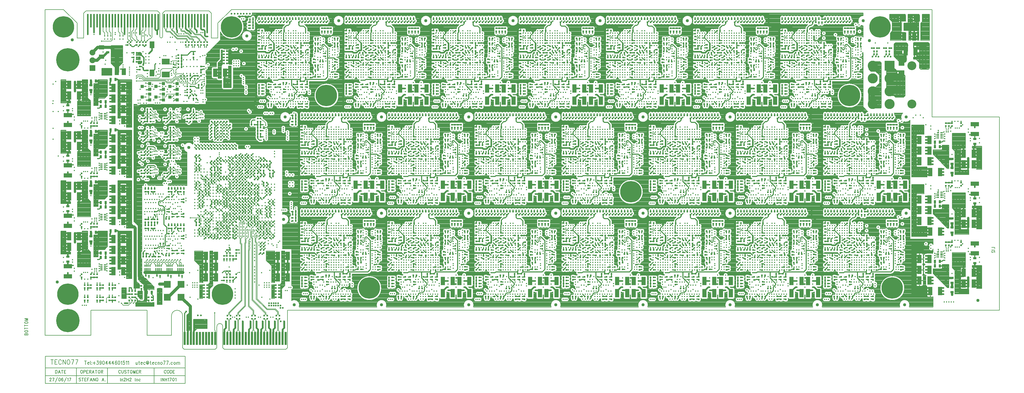
<source format=gbr>
%FSLAX35Y35*%
%MOIN*%
%SFA1.000B1.000*%

G04 Copyright (c) 2015-2018 in2H2 inc.
G04 System developed for in2H2 inc. by Intermotion Technology, Inc.
G04 
G04 Full system RTL, C sources and board design files available at https://github.com/nearist
G04 
G04 in2H2 inc. Team Members:
G04 - Chris McCormick - Algorithm Research and Design
G04 - Matt McCormick - Board Production, System Q/A
G04 
G04 Intermotion Technology Inc. Team Members:
G04 - Mick Fandrich - Project Lead
G04 - Dr. Ludovico Minati - Board Architecture and Design, FPGA Technology Advisor
G04 - Vardan Movsisyan - RTL Team Lead
G04 - Khachatur Gyozalyan - RTL Design
G04 - Tigran Papazyan - RTL Design
G04 - Taron Harutyunyan - RTL Design
G04 - Hayk Ghaltaghchyan - System Software
G04 
G04 Tecno77 S.r.l. Team Members:
G04 - Stefano Aldrigo, Board Layout Design
G04 
G04 We dedicate this project to the memory of Bruce McCormick, an AI pioneer
G04 and advocate, a good friend and father.
G04 
G04 These materials are provided free of charge: you can redistribute them and/or modify  
G04 them under the terms of the GNU General Public License as published by  
G04 the Free Software Foundation, version 3.
G04 
G04 These materials are distributed in the hope that they will be useful, but 
G04 WITHOUT ANY WARRANTY; without even the implied warranty of 
G04 MERCHANTABILITY or FITNESS FOR A PARTICULAR PURPOSE. See the GNU 
G04 General Public License for more details.
G04 In particular, this design should be treated as UNVERIFIED and UNCERTIFIED
G04 
G04 You should have received a copy of the GNU General Public License 
G04 along with this design. If not, see <http://www.gnu.org/licenses/>.

%FSLAX35Y35*%
%MOIN*%
%SFA1.000B1.000*%

%MIA0B0*%
%IPPOS*%
%ADD11C,0.00800*%
%ADD15R,0.01969X0.01969*%
%ADD16C,0.01575*%
%ADD19R,0.03000X0.04000*%
%ADD70C,0.03937*%
%ADD71C,0.00531*%
%ADD22C,0.11500*%
%ADD25R,0.02000X0.02000*%
%ADD28R,0.04331X0.03937*%
%ADD72C,0.00689*%
%ADD73C,0.00984*%
%ADD30R,0.04000X0.03000*%
%ADD36R,0.01181X0.02756*%
%ADD55C,0.01732*%
%ADD56C,0.01969*%
%ADD57R,0.02400X0.17500*%
%ADD58R,0.01772X0.02756*%
%ADD62C,0.04000*%
%ADD63C,0.27559*%
%ADD64R,0.02756X0.16535*%
%ADD65C,0.00591*%
%ADD66C,0.02362*%
%ADD67C,0.01181*%
%ADD68C,0.00787*%
%ADD69C,0.00512*%
%ADD74C,0.03150*%
%ADD77C,0.00700*%
%ADD81C,0.00394*%
%ADD85C,0.30000*%
%ADD86R,0.05500X0.11100*%
%ADD87R,0.11100X0.05500*%
%ADD88R,0.09000X0.09000*%
%ADD89R,0.07100X0.05500*%
%ADD90R,0.13000X0.13000*%
%ADD91C,0.13000*%
%ADD92R,0.07500X0.07500*%
%ADD93C,0.07500*%
%ADD94R,0.05500X0.08500*%
%ADD95R,0.14400X0.08000*%
%ADD96R,0.02756X0.01772*%
%ADD97R,0.02756X0.01181*%
%ADD98R,0.06299X0.08583*%
%ADD99R,0.10236X0.07480*%
%ADD101R,0.08000X0.08000*%
%ADD102C,0.02756*%
%ADD103C,0.02953*%
%ADD104C,0.05512*%
%ADD185R,0.07500X0.06000*%
%LNbtm.gbr*%
%LPD*%
G54D15*X417717Y488189D03*X421654D03*X379528Y521260D03*Y525197D03*X387402Y521260D03*Y525197D03*X430709Y521260D03*Y525197D03*X458268Y521260D03*Y525197D03*X462205Y521260D03*Y525197D03*X413386Y490157D03*Y486220D03*X417717Y481890D03*X421654D03*X395276Y475984D03*Y472047D03*X413386Y481890D03*X409449D03*X400787Y473622D03*Y477559D03*X407087Y490157D03*Y486220D03*Y473622D03*Y477559D03*X413386Y473622D03*Y477559D03*X396850Y481890D03*X392913D03*X454331Y521260D03*Y525197D03*X400787Y481890D03*X404724D03*X400787Y490157D03*Y486220D03*X447638Y500394D03*X451575D03*X447638Y494094D03*X451575D03*X476772Y500394D03*X472835D03*X476772Y494094D03*X472835D03*X476772Y489567D03*X472835D03*X428740Y445276D03*X424803D03*X425591Y488189D03*X429528D03*X407087Y465748D03*Y469685D03*Y461811D03*Y457874D03*Y450000D03*Y453937D03*X417323Y468898D03*Y472835D03*X431890Y469291D03*X435827D03*X445669Y473622D03*Y469685D03*X447638Y465748D03*X451575D03*X447638Y459449D03*X451575D03*Y450787D03*X447638D03*X391339Y464173D03*Y468110D03*X410630Y443307D03*X406693D03*X387795Y437402D03*Y441339D03*X396457D03*Y437402D03*X402756Y441339D03*Y437402D03*X431102Y441339D03*Y437402D03*X437402Y441339D03*Y437402D03*X473228Y450394D03*Y454331D03*X387402Y415748D03*X391339D03*X426378Y412205D03*Y416142D03*X431102Y412205D03*Y416142D03*X419685Y437402D03*Y441339D03*X437402Y412205D03*Y416142D03*X411024Y415748D03*X407087D03*X399213Y521260D03*Y525197D03*X407087Y521260D03*Y525197D03*X442520Y521260D03*Y525197D03*X456299Y509449D03*Y513386D03*X468110Y509449D03*Y513386D03*X429528Y476378D03*Y480315D03*X401181Y466142D03*X397244D03*X457874Y470472D03*X453937D03*X379528Y456693D03*X375591D03*X379528Y450394D03*X375591D03*X451575Y488189D03*X447638D03*X379528Y440551D03*X375591D03*X379528Y428740D03*X375591D03*X407480Y431102D03*Y435039D03*X399213Y415748D03*X403150D03*X473228Y462205D03*Y466142D03*X379528Y432677D03*X375591D03*X395276Y521260D03*Y525197D03*X403150Y521260D03*Y525197D03*X473228Y474016D03*Y470079D03*X411024Y521260D03*Y525197D03*X438583Y521260D03*Y525197D03*X464173Y509449D03*Y513386D03*X446457Y521260D03*Y525197D03*X379528Y436614D03*X375591D03*X450394Y521260D03*Y525197D03*X460236Y509449D03*Y513386D03*X375591Y490945D03*X379528D03*X407087Y498031D03*Y494094D03*X375591Y483071D03*Y487008D03*X379528Y483071D03*Y487008D03*X383465Y483071D03*Y487008D03*X385039Y468110D03*Y464173D03*X375591Y472047D03*Y475984D03*X379528Y472047D03*Y475984D03*X383465Y472047D03*Y475984D03*X375591Y468110D03*Y464173D03*X422835Y468898D03*Y472835D03*X387402Y472047D03*Y475984D03*X407874Y510236D03*X403937D03*X394882Y488189D03*X390945D03*X425591Y494488D03*X429528D03*X394882Y492126D03*X390945D03*X391339Y472047D03*Y475984D03*Y521260D03*Y525197D03*X434646Y521260D03*Y525197D03*X375591Y521260D03*Y525197D03*X383465Y521260D03*Y525197D03*X426772Y521260D03*Y525197D03*X375591Y494882D03*Y498819D03*X414961Y521260D03*Y525197D03*X418898D03*X422835D03*X375591Y510630D03*X379528D03*X375591Y506693D03*Y502756D03*X441732Y450000D03*Y453937D03*X429528Y484252D03*X425591D03*X438583Y485827D03*Y481890D03*X433465Y445276D03*X437402D03*X424803Y441339D03*Y437402D03*X447638Y483465D03*X451575D03*X435433Y453937D03*Y450000D03*X418110Y426378D03*X414173D03*X460630Y481102D03*Y477165D03*X472835Y364173D03*X476772D03*X434646Y397244D03*Y401181D03*X442520Y397244D03*Y401181D03*X485827Y397244D03*Y401181D03*X513386Y397244D03*Y401181D03*X517323Y397244D03*Y401181D03*X468504Y366142D03*Y362205D03*X472835Y357874D03*X476772D03*X450394Y351969D03*Y348031D03*X468504Y357874D03*X464567D03*X455906Y349606D03*Y353543D03*X462205Y366142D03*Y362205D03*Y349606D03*Y353543D03*X468504Y349606D03*Y353543D03*X451969Y357874D03*X448031D03*X509449Y397244D03*Y401181D03*X455906Y357874D03*X459843D03*X455906Y366142D03*Y362205D03*X502756Y376378D03*X506693D03*X502756Y370079D03*X506693D03*X531890Y376378D03*X527953D03*X531890Y370079D03*X527953D03*X531890Y365551D03*X527953D03*X483858Y321260D03*X479921D03*X480709Y364173D03*X484646D03*X462205Y341732D03*Y345669D03*Y337795D03*Y333858D03*Y325984D03*Y329921D03*X472441Y344882D03*Y348819D03*X487008Y345276D03*X490945D03*X500787Y349606D03*Y345669D03*X502756Y341732D03*X506693D03*X502756Y335433D03*X506693D03*Y326772D03*X502756D03*X446457Y340157D03*Y344094D03*X465748Y319291D03*X461811D03*X442913Y313386D03*Y317323D03*X451575D03*Y313386D03*X457874Y317323D03*Y313386D03*X486220Y317323D03*Y313386D03*X492520Y317323D03*Y313386D03*X528346Y326378D03*Y330315D03*X442520Y291732D03*X446457D03*X481496Y288189D03*Y292126D03*X486220Y288189D03*Y292126D03*X474803Y313386D03*Y317323D03*X492520Y288189D03*Y292126D03*X466142Y291732D03*X462205D03*X454331Y397244D03*Y401181D03*X462205Y397244D03*Y401181D03*X497638Y397244D03*Y401181D03*X511417Y385433D03*Y389370D03*X523228Y385433D03*Y389370D03*X484646Y352362D03*Y356299D03*X456299Y342126D03*X452362D03*X512992Y346457D03*X509055D03*X434646Y332677D03*X430709D03*X434646Y326378D03*X430709D03*X506693Y364173D03*X502756D03*X434646Y316535D03*X430709D03*X434646Y304724D03*X430709D03*X462598Y307087D03*Y311024D03*X454331Y291732D03*X458268D03*X528346Y338189D03*Y342126D03*X434646Y308661D03*X430709D03*X450394Y397244D03*Y401181D03*X458268Y397244D03*Y401181D03*X528346Y350000D03*Y346063D03*X466142Y397244D03*Y401181D03*X493701Y397244D03*Y401181D03*X519291Y385433D03*Y389370D03*X501575Y397244D03*Y401181D03*X434646Y312598D03*X430709D03*X505512Y397244D03*Y401181D03*X515354Y385433D03*Y389370D03*X430709Y366929D03*X434646D03*X462205Y374016D03*Y370079D03*X430709Y359055D03*Y362992D03*X434646Y359055D03*Y362992D03*X438583Y359055D03*Y362992D03*X440157Y344094D03*Y340157D03*X430709Y348031D03*Y351969D03*X434646Y348031D03*Y351969D03*X438583Y348031D03*Y351969D03*X430709Y344094D03*Y340157D03*X477953Y344882D03*Y348819D03*X442520Y348031D03*Y351969D03*X462992Y386220D03*X459055D03*X450000Y364173D03*X446063D03*X480709Y370472D03*X484646D03*X450000Y368110D03*X446063D03*X446457Y348031D03*Y351969D03*Y397244D03*Y401181D03*X489764Y397244D03*Y401181D03*X430709Y397244D03*Y401181D03*X438583Y397244D03*Y401181D03*X481890Y397244D03*Y401181D03*X430709Y370866D03*Y374803D03*X470079Y397244D03*Y401181D03*X474016D03*X477953D03*X430709Y386614D03*X434646D03*X430709Y382677D03*Y378740D03*X496850Y325984D03*Y329921D03*X484646Y360236D03*X480709D03*X493701Y361811D03*Y357874D03*X488583Y321260D03*X492520D03*X479921Y317323D03*Y313386D03*X502756Y359449D03*X506693D03*X490551Y329921D03*Y325984D03*X473228Y302362D03*X469291D03*X515748Y357087D03*Y353150D03*X472835Y240157D03*X476772D03*X434646Y273228D03*Y277165D03*X442520Y273228D03*Y277165D03*X485827Y273228D03*Y277165D03*X513386Y273228D03*Y277165D03*X517323Y273228D03*Y277165D03*X468504Y242126D03*Y238189D03*X472835Y233858D03*X476772D03*X450394Y227953D03*Y224016D03*X468504Y233858D03*X464567D03*X455906Y225591D03*Y229528D03*X462205Y242126D03*Y238189D03*Y225591D03*Y229528D03*X468504Y225591D03*Y229528D03*X451969Y233858D03*X448031D03*X509449Y273228D03*Y277165D03*X455906Y233858D03*X459843D03*X455906Y242126D03*Y238189D03*X502756Y252362D03*X506693D03*X502756Y246063D03*X506693D03*X531890Y252362D03*X527953D03*X531890Y246063D03*X527953D03*X531890Y241535D03*X527953D03*X483858Y197244D03*X479921D03*X480709Y240157D03*X484646D03*X462205Y217717D03*Y221654D03*Y213780D03*Y209843D03*Y201969D03*Y205906D03*X472441Y220866D03*Y224803D03*X487008Y221260D03*X490945D03*X500787Y225591D03*Y221654D03*X502756Y217717D03*X506693D03*X502756Y211417D03*X506693D03*Y202756D03*X502756D03*X446457Y216142D03*Y220079D03*X465748Y195276D03*X461811D03*X442913Y189370D03*Y193307D03*X451575D03*Y189370D03*X457874Y193307D03*Y189370D03*X486220Y193307D03*Y189370D03*X492520Y193307D03*Y189370D03*X528346Y202362D03*Y206299D03*X442520Y167717D03*X446457D03*X481496Y164173D03*Y168110D03*X486220Y164173D03*Y168110D03*X474803Y189370D03*Y193307D03*X492520Y164173D03*Y168110D03*X466142Y167717D03*X462205D03*X454331Y273228D03*Y277165D03*X462205Y273228D03*Y277165D03*X497638Y273228D03*Y277165D03*X511417Y261417D03*Y265354D03*X523228Y261417D03*Y265354D03*X484646Y228346D03*Y232283D03*X456299Y218110D03*X452362D03*X512992Y222441D03*X509055D03*X434646Y208661D03*X430709D03*X434646Y202362D03*X430709D03*X506693Y240157D03*X502756D03*X434646Y192520D03*X430709D03*X434646Y180709D03*X430709D03*X462598Y183071D03*Y187008D03*X454331Y167717D03*X458268D03*X528346Y214173D03*Y218110D03*X434646Y184646D03*X430709D03*X450394Y273228D03*Y277165D03*X458268Y273228D03*Y277165D03*X528346Y225984D03*Y222047D03*X466142Y273228D03*Y277165D03*X493701Y273228D03*Y277165D03*X519291Y261417D03*Y265354D03*X501575Y273228D03*Y277165D03*X434646Y188583D03*X430709D03*X505512Y273228D03*Y277165D03*X515354Y261417D03*Y265354D03*X430709Y242913D03*X434646D03*X462205Y250000D03*Y246063D03*X430709Y235039D03*Y238976D03*X434646Y235039D03*Y238976D03*X438583Y235039D03*Y238976D03*X440157Y220079D03*Y216142D03*X430709Y224016D03*Y227953D03*X434646Y224016D03*Y227953D03*X438583Y224016D03*Y227953D03*X430709Y220079D03*Y216142D03*X477953Y220866D03*Y224803D03*X442520Y224016D03*Y227953D03*X462992Y262205D03*X459055D03*X450000Y240157D03*X446063D03*X480709Y246457D03*X484646D03*X450000Y244094D03*X446063D03*X446457Y224016D03*Y227953D03*Y273228D03*Y277165D03*X489764Y273228D03*Y277165D03*X430709Y273228D03*Y277165D03*X438583Y273228D03*Y277165D03*X481890Y273228D03*Y277165D03*X430709Y246850D03*Y250787D03*X470079Y273228D03*Y277165D03*X474016D03*X477953D03*X430709Y262598D03*X434646D03*X430709Y258661D03*Y254724D03*X496850Y201969D03*Y205906D03*X484646Y236220D03*X480709D03*X493701Y237795D03*Y233858D03*X488583Y197244D03*X492520D03*X479921Y193307D03*Y189370D03*X502756Y235433D03*X506693D03*X490551Y205906D03*Y201969D03*X473228Y178346D03*X469291D03*X515748Y233071D03*Y229134D03*X491732Y521260D03*Y525197D03*X499606Y521260D03*Y525197D03*X542913Y521260D03*Y525197D03*X570472Y521260D03*Y525197D03*X574409Y521260D03*Y525197D03*X566535Y521260D03*Y525197D03*X511417Y521260D03*Y525197D03*X519291Y521260D03*Y525197D03*X554724Y521260D03*Y525197D03*X507480Y521260D03*Y525197D03*X515354Y521260D03*Y525197D03*X523228Y521260D03*Y525197D03*X550787Y521260D03*Y525197D03*X558661Y521260D03*Y525197D03*X562598Y521260D03*Y525197D03*X520079Y510236D03*X516142D03*X503543Y521260D03*Y525197D03*X546850Y521260D03*Y525197D03*X487795Y521260D03*Y525197D03*X495669Y521260D03*Y525197D03*X538976Y521260D03*Y525197D03*X487795Y494882D03*Y498819D03*X527165Y521260D03*Y525197D03*X531102D03*X535039D03*X487795Y510630D03*X491732D03*X487795Y506693D03*Y502756D03*X546850Y397244D03*Y401181D03*X554724Y397244D03*Y401181D03*X598031Y397244D03*Y401181D03*X625591Y397244D03*Y401181D03*X799606Y386220D03*X795669D03*X629528Y397244D03*Y401181D03*X621654Y397244D03*Y401181D03*X566535Y397244D03*Y401181D03*X574409Y397244D03*Y401181D03*X609843Y397244D03*Y401181D03*X562598Y397244D03*Y401181D03*X570472Y397244D03*Y401181D03*X578346Y397244D03*Y401181D03*X605906Y397244D03*Y401181D03*X613780Y397244D03*Y401181D03*X617717Y397244D03*Y401181D03*X575197Y386220D03*X571260D03*X558661Y397244D03*Y401181D03*X601969Y397244D03*Y401181D03*X542913Y397244D03*Y401181D03*X550787Y397244D03*Y401181D03*X594094Y397244D03*Y401181D03*X542913Y370866D03*Y374803D03*X582283Y397244D03*Y401181D03*X586220D03*X590157D03*X542913Y386614D03*X546850D03*X542913Y382677D03*Y378740D03*X546850Y273228D03*Y277165D03*X554724Y273228D03*Y277165D03*X598031Y273228D03*Y277165D03*X625591Y273228D03*Y277165D03*X629528Y273228D03*Y277165D03*X621654Y273228D03*Y277165D03*X566535Y273228D03*Y277165D03*X574409Y273228D03*Y277165D03*X609843Y273228D03*Y277165D03*X562598Y273228D03*Y277165D03*X570472Y273228D03*Y277165D03*X578346Y273228D03*Y277165D03*X605906Y273228D03*Y277165D03*X613780Y273228D03*Y277165D03*X617717Y273228D03*Y277165D03*X575197Y262205D03*X571260D03*X558661Y273228D03*Y277165D03*X601969Y273228D03*Y277165D03*X542913Y273228D03*Y277165D03*X550787Y273228D03*Y277165D03*X594094Y273228D03*Y277165D03*X542913Y246850D03*Y250787D03*X582283Y273228D03*Y277165D03*X586220D03*X590157D03*X542913Y262598D03*X546850D03*X542913Y258661D03*Y254724D03*X603937Y521260D03*Y525197D03*X611811Y521260D03*Y525197D03*X655118Y521260D03*Y525197D03*X682677Y521260D03*Y525197D03*X686614Y521260D03*Y525197D03*X678740Y521260D03*Y525197D03*X623622Y521260D03*Y525197D03*X631496Y521260D03*Y525197D03*X666929Y521260D03*Y525197D03*X619685Y521260D03*Y525197D03*X627559Y521260D03*Y525197D03*X635433Y521260D03*Y525197D03*X662992Y521260D03*Y525197D03*X670866Y521260D03*Y525197D03*X674803Y521260D03*Y525197D03*X632283Y510236D03*X628346D03*X615748Y521260D03*Y525197D03*X659055Y521260D03*Y525197D03*X600000Y521260D03*Y525197D03*X607874Y521260D03*Y525197D03*X651181Y521260D03*Y525197D03*X600000Y494882D03*Y498819D03*X639370Y521260D03*Y525197D03*X643307D03*X647244D03*X600000Y510630D03*X603937D03*X600000Y506693D03*Y502756D03*X659055Y397244D03*Y401181D03*X666929Y397244D03*Y401181D03*X710236Y397244D03*Y401181D03*X737795Y397244D03*Y401181D03*X741732Y397244D03*Y401181D03*X733858Y397244D03*Y401181D03*X678740Y397244D03*Y401181D03*X686614Y397244D03*Y401181D03*X722047Y397244D03*Y401181D03*X674803Y397244D03*Y401181D03*X682677Y397244D03*Y401181D03*X690551Y397244D03*Y401181D03*X718110Y397244D03*Y401181D03*X725984Y397244D03*Y401181D03*X729921Y397244D03*Y401181D03*X687402Y386220D03*X683465D03*X670866Y397244D03*Y401181D03*X714173Y397244D03*Y401181D03*X655118Y397244D03*Y401181D03*X662992Y397244D03*Y401181D03*X706299Y397244D03*Y401181D03*X655118Y370866D03*Y374803D03*X694488Y397244D03*Y401181D03*X698425D03*X702362D03*X655118Y386614D03*X659055D03*X655118Y382677D03*Y378740D03*X659055Y273228D03*Y277165D03*X666929Y273228D03*Y277165D03*X710236Y273228D03*Y277165D03*X737795Y273228D03*Y277165D03*X911811Y262205D03*X907874D03*X741732Y273228D03*Y277165D03*X733858Y273228D03*Y277165D03*X678740Y273228D03*Y277165D03*X686614Y273228D03*Y277165D03*X722047Y273228D03*Y277165D03*X674803Y273228D03*Y277165D03*X682677Y273228D03*Y277165D03*X690551Y273228D03*Y277165D03*X718110Y273228D03*Y277165D03*X725984Y273228D03*Y277165D03*X729921Y273228D03*Y277165D03*X687402Y262205D03*X683465D03*X670866Y273228D03*Y277165D03*X714173Y273228D03*Y277165D03*X655118Y273228D03*Y277165D03*X662992Y273228D03*Y277165D03*X706299Y273228D03*Y277165D03*X655118Y246850D03*Y250787D03*X694488Y273228D03*Y277165D03*X698425D03*X702362D03*X655118Y262598D03*X659055D03*X655118Y258661D03*Y254724D03*X716142Y521260D03*Y525197D03*X724016Y521260D03*Y525197D03*X767323Y521260D03*Y525197D03*X794882Y521260D03*Y525197D03*X798819Y521260D03*Y525197D03*X790945Y521260D03*Y525197D03*X735827Y521260D03*Y525197D03*X743701Y521260D03*Y525197D03*X779134Y521260D03*Y525197D03*X731890Y521260D03*Y525197D03*X739764Y521260D03*Y525197D03*X747638Y521260D03*Y525197D03*X775197Y521260D03*Y525197D03*X783071Y521260D03*Y525197D03*X787008Y521260D03*Y525197D03*X743701Y498031D03*Y494094D03*X727953Y521260D03*Y525197D03*X771260Y521260D03*Y525197D03*X712205Y521260D03*Y525197D03*X720079Y521260D03*Y525197D03*X763386Y521260D03*Y525197D03*X712205Y494882D03*Y498819D03*X751575Y521260D03*Y525197D03*X755512D03*X759449D03*X712205Y510630D03*X716142D03*X712205Y506693D03*Y502756D03*X771260Y397244D03*Y401181D03*X779134Y397244D03*Y401181D03*X822441Y397244D03*Y401181D03*X850000Y397244D03*Y401181D03*X853937Y397244D03*Y401181D03*X846063Y397244D03*Y401181D03*X790945Y397244D03*Y401181D03*X798819Y397244D03*Y401181D03*X834252Y397244D03*Y401181D03*X787008Y397244D03*Y401181D03*X794882Y397244D03*Y401181D03*X802756Y397244D03*Y401181D03*X830315Y397244D03*Y401181D03*X838189Y397244D03*Y401181D03*X842126Y397244D03*Y401181D03*X783071Y397244D03*Y401181D03*X826378Y397244D03*Y401181D03*X767323Y397244D03*Y401181D03*X775197Y397244D03*Y401181D03*X818504Y397244D03*Y401181D03*X767323Y370866D03*Y374803D03*X806693Y397244D03*Y401181D03*X810630D03*X814567D03*X767323Y386614D03*X771260D03*X767323Y382677D03*Y378740D03*X771260Y273228D03*Y277165D03*X779134Y273228D03*Y277165D03*X822441Y273228D03*Y277165D03*X850000Y273228D03*Y277165D03*X853937Y273228D03*Y277165D03*X846063Y273228D03*Y277165D03*X790945Y273228D03*Y277165D03*X798819Y273228D03*Y277165D03*X834252Y273228D03*Y277165D03*X787008Y273228D03*Y277165D03*X794882Y273228D03*Y277165D03*X802756Y273228D03*Y277165D03*X830315Y273228D03*Y277165D03*X838189Y273228D03*Y277165D03*X842126Y273228D03*Y277165D03*X799606Y262205D03*X795669D03*X783071Y273228D03*Y277165D03*X826378Y273228D03*Y277165D03*X767323Y273228D03*Y277165D03*X775197Y273228D03*Y277165D03*X818504Y273228D03*Y277165D03*X767323Y246850D03*Y250787D03*X806693Y273228D03*Y277165D03*X810630D03*X814567D03*X767323Y262598D03*X771260D03*X767323Y258661D03*Y254724D03*X828346Y521260D03*Y525197D03*X836220Y521260D03*Y525197D03*X879528Y521260D03*Y525197D03*X907087Y521260D03*Y525197D03*X911024Y521260D03*Y525197D03*X903150Y521260D03*Y525197D03*X848031Y521260D03*Y525197D03*X855906Y521260D03*Y525197D03*X891339Y521260D03*Y525197D03*X844094Y521260D03*Y525197D03*X851969Y521260D03*Y525197D03*X859843Y521260D03*Y525197D03*X887402Y521260D03*Y525197D03*X895276Y521260D03*Y525197D03*X899213Y521260D03*Y525197D03*X856693Y510236D03*X852756D03*X840157Y521260D03*Y525197D03*X883465Y521260D03*Y525197D03*X824409Y521260D03*Y525197D03*X832283Y521260D03*Y525197D03*X875591Y521260D03*Y525197D03*X824409Y494882D03*Y498819D03*X863780Y521260D03*Y525197D03*X867717D03*X871654D03*X824409Y510630D03*X828346D03*X824409Y506693D03*Y502756D03*X883465Y397244D03*Y401181D03*X891339Y397244D03*Y401181D03*X934646Y397244D03*Y401181D03*X962205Y397244D03*Y401181D03*X966142Y397244D03*Y401181D03*X958268Y397244D03*Y401181D03*X903150Y397244D03*Y401181D03*X911024Y397244D03*Y401181D03*X946457Y397244D03*Y401181D03*X899213Y397244D03*Y401181D03*X907087Y397244D03*Y401181D03*X914961Y397244D03*Y401181D03*X942520Y397244D03*Y401181D03*X950394Y397244D03*Y401181D03*X954331Y397244D03*Y401181D03*X911811Y386220D03*X907874D03*X895276Y397244D03*Y401181D03*X938583Y397244D03*Y401181D03*X879528Y397244D03*Y401181D03*X887402Y397244D03*Y401181D03*X930709Y397244D03*Y401181D03*X879528Y370866D03*Y374803D03*X918898Y397244D03*Y401181D03*X922835D03*X926772D03*X879528Y386614D03*X883465D03*X879528Y382677D03*Y378740D03*X883465Y273228D03*Y277165D03*X891339Y273228D03*Y277165D03*X934646Y273228D03*Y277165D03*X962205Y273228D03*Y277165D03*X966142Y273228D03*Y277165D03*X958268Y273228D03*Y277165D03*X903150Y273228D03*Y277165D03*X911024Y273228D03*Y277165D03*X946457Y273228D03*Y277165D03*X899213Y273228D03*Y277165D03*X907087Y273228D03*Y277165D03*X914961Y273228D03*Y277165D03*X942520Y273228D03*Y277165D03*X950394Y273228D03*Y277165D03*X954331Y273228D03*Y277165D03*X895276Y273228D03*Y277165D03*X938583Y273228D03*Y277165D03*X879528Y273228D03*Y277165D03*X887402Y273228D03*Y277165D03*X930709Y273228D03*Y277165D03*X879528Y246850D03*Y250787D03*X918898Y273228D03*Y277165D03*X922835D03*X926772D03*X879528Y262598D03*X883465D03*X879528Y258661D03*Y254724D03*X940551Y521260D03*Y525197D03*X948425Y521260D03*Y525197D03*X991732Y521260D03*Y525197D03*X1019291Y521260D03*Y525197D03*X1023228Y521260D03*Y525197D03*X1015354Y521260D03*Y525197D03*X960236Y521260D03*Y525197D03*X968110Y521260D03*Y525197D03*X1003543Y521260D03*Y525197D03*X956299Y521260D03*Y525197D03*X964173Y521260D03*Y525197D03*X972047Y521260D03*Y525197D03*X999606Y521260D03*Y525197D03*X1007480Y521260D03*Y525197D03*X1011417Y521260D03*Y525197D03*X968898Y510236D03*X964961D03*X952362Y521260D03*Y525197D03*X995669Y521260D03*Y525197D03*X936614Y521260D03*Y525197D03*X944488Y521260D03*Y525197D03*X987795Y521260D03*Y525197D03*X936614Y494882D03*Y498819D03*X975984Y521260D03*Y525197D03*X979921D03*X983858D03*X936614Y510630D03*X940551D03*X936614Y506693D03*Y502756D03*X995669Y397244D03*Y401181D03*X1003543Y397244D03*Y401181D03*X1046850Y397244D03*Y401181D03*X1074409Y397244D03*Y401181D03*X1078346Y397244D03*Y401181D03*X1070472Y397244D03*Y401181D03*X1015354Y397244D03*Y401181D03*X1023228Y397244D03*Y401181D03*X1058661Y397244D03*Y401181D03*X1011417Y397244D03*Y401181D03*X1019291Y397244D03*Y401181D03*X1027165Y397244D03*Y401181D03*X1054724Y397244D03*Y401181D03*X1062598Y397244D03*Y401181D03*X1066535Y397244D03*Y401181D03*X1024016Y386220D03*X1020079D03*X1007480Y397244D03*Y401181D03*X1050787Y397244D03*Y401181D03*X991732Y397244D03*Y401181D03*X999606Y397244D03*Y401181D03*X1042913Y397244D03*Y401181D03*X991732Y370866D03*Y374803D03*X1031102Y397244D03*Y401181D03*X1035039D03*X1038976D03*X991732Y386614D03*X995669D03*X991732Y382677D03*Y378740D03*X995669Y273228D03*Y277165D03*X1003543Y273228D03*Y277165D03*X1046850Y273228D03*Y277165D03*X1074409Y273228D03*Y277165D03*X1078346Y273228D03*Y277165D03*X1070472Y273228D03*Y277165D03*X1015354Y273228D03*Y277165D03*X1023228Y273228D03*Y277165D03*X1058661Y273228D03*Y277165D03*X1011417Y273228D03*Y277165D03*X1019291Y273228D03*Y277165D03*X1027165Y273228D03*Y277165D03*X1054724Y273228D03*Y277165D03*X1062598Y273228D03*Y277165D03*X1066535Y273228D03*Y277165D03*X1024016Y262205D03*X1020079D03*X1007480Y273228D03*Y277165D03*X1050787Y273228D03*Y277165D03*X991732Y273228D03*Y277165D03*X999606Y273228D03*Y277165D03*X1042913Y273228D03*Y277165D03*X991732Y246850D03*Y250787D03*X1031102Y273228D03*Y277165D03*X1035039D03*X1038976D03*X991732Y262598D03*X995669D03*X991732Y258661D03*Y254724D03*X1090945Y488189D03*X1094882D03*X1052756Y521260D03*Y525197D03*X1060630Y521260D03*Y525197D03*X1103937Y521260D03*Y525197D03*X1131496Y521260D03*Y525197D03*X1135433Y521260D03*Y525197D03*X1086614Y490157D03*Y486220D03*X1090945Y481890D03*X1094882D03*X1068504Y475984D03*Y472047D03*X1086614Y481890D03*X1082677D03*X1074016Y473622D03*Y477559D03*X1080315Y490157D03*Y486220D03*Y473622D03*Y477559D03*X1086614Y473622D03*Y477559D03*X1070079Y481890D03*X1066142D03*X1127559Y521260D03*Y525197D03*X1074016Y481890D03*X1077953D03*X1074016Y490157D03*Y486220D03*X1120866Y500394D03*X1124803D03*X1120866Y494094D03*X1124803D03*X1150000Y500394D03*X1146063D03*X1150000Y494094D03*X1146063D03*X1150000Y489567D03*X1146063D03*X1101969Y445276D03*X1098031D03*X1098819Y488189D03*X1102756D03*X1080315Y465748D03*Y469685D03*Y461811D03*Y457874D03*Y450000D03*Y453937D03*X1090551Y468898D03*Y472835D03*X1105118Y469291D03*X1109055D03*X1118898Y473622D03*Y469685D03*X1120866Y465748D03*X1124803D03*X1120866Y459449D03*X1124803D03*Y450787D03*X1120866D03*X1064567Y464173D03*Y468110D03*X1083858Y443307D03*X1079921D03*X1061024Y437402D03*Y441339D03*X1069685D03*Y437402D03*X1075984Y441339D03*Y437402D03*X1104331Y441339D03*Y437402D03*X1110630Y441339D03*Y437402D03*X1146457Y450394D03*Y454331D03*X1060630Y415748D03*X1064567D03*X1099606Y412205D03*Y416142D03*X1104331Y412205D03*Y416142D03*X1092913Y437402D03*Y441339D03*X1110630Y412205D03*Y416142D03*X1084252Y415748D03*X1080315D03*X1072441Y521260D03*Y525197D03*X1080315Y521260D03*Y525197D03*X1115748Y521260D03*Y525197D03*X1129528Y509449D03*Y513386D03*X1141339Y509449D03*Y513386D03*X1102756Y476378D03*Y480315D03*X1074409Y466142D03*X1070472D03*X1131102Y470472D03*X1127165D03*X1052756Y456693D03*X1048819D03*X1052756Y450394D03*X1048819D03*X1124803Y488189D03*X1120866D03*X1052756Y440551D03*X1048819D03*X1052756Y428740D03*X1048819D03*X1080709Y431102D03*Y435039D03*X1072441Y415748D03*X1076378D03*X1146457Y462205D03*Y466142D03*X1052756Y432677D03*X1048819D03*X1068504Y521260D03*Y525197D03*X1076378Y521260D03*Y525197D03*X1146457Y474016D03*Y470079D03*X1084252Y521260D03*Y525197D03*X1111811Y521260D03*Y525197D03*X1137402Y509449D03*Y513386D03*X1119685Y521260D03*Y525197D03*X1052756Y436614D03*X1048819D03*X1123622Y521260D03*Y525197D03*X1133465Y509449D03*Y513386D03*X1048819Y490945D03*X1052756D03*X1080315Y498031D03*Y494094D03*X1048819Y483071D03*Y487008D03*X1052756Y483071D03*Y487008D03*X1056693Y483071D03*Y487008D03*X1058268Y468110D03*Y464173D03*X1048819Y472047D03*Y475984D03*X1052756Y472047D03*Y475984D03*X1056693Y472047D03*Y475984D03*X1048819Y468110D03*Y464173D03*X1096063Y468898D03*Y472835D03*X1060630Y472047D03*Y475984D03*X1081102Y510236D03*X1077165D03*X1068110Y488189D03*X1064173D03*X1098819Y494488D03*X1102756D03*X1068110Y492126D03*X1064173D03*X1064567Y472047D03*Y475984D03*Y521260D03*Y525197D03*X1107874Y521260D03*Y525197D03*X1048819Y521260D03*Y525197D03*X1056693Y521260D03*Y525197D03*X1048819Y494882D03*Y498819D03*X1088189Y521260D03*Y525197D03*X1092126Y521260D03*X1096063D03*X1092126Y525197D03*X1096063D03*X1048819Y510630D03*X1052756D03*X1048819Y506693D03*Y502756D03*X1114961Y450000D03*Y453937D03*X1102756Y484252D03*X1098819D03*X1111811Y485827D03*Y481890D03*X1106693Y445276D03*X1110630D03*X1098031Y441339D03*Y437402D03*X1120866Y483465D03*X1124803D03*X1108661Y453937D03*Y450000D03*X1091339Y426378D03*X1087402D03*X1133858Y481102D03*Y477165D03*X1146063Y364173D03*X1150000D03*X1107874Y397244D03*Y401181D03*X1115748Y397244D03*Y401181D03*X1159055Y397244D03*Y401181D03*X1186614Y397244D03*Y401181D03*X1190551Y397244D03*Y401181D03*X1141732Y366142D03*Y362205D03*X1146063Y357874D03*X1150000D03*X1123622Y351969D03*Y348031D03*X1141732Y357874D03*X1137795D03*X1129134Y349606D03*Y353543D03*X1135433Y366142D03*Y362205D03*Y349606D03*Y353543D03*X1141732Y349606D03*Y353543D03*X1125197Y357874D03*X1121260D03*X1182677Y397244D03*Y401181D03*X1129134Y357874D03*X1133071D03*X1129134Y366142D03*Y362205D03*X1175984Y376378D03*X1179921D03*X1175984Y370079D03*X1179921D03*X1205118Y376378D03*X1201181D03*X1205118Y370079D03*X1201181D03*X1205118Y365551D03*X1201181D03*X1157087Y321260D03*X1153150D03*X1153937Y364173D03*X1157874D03*X1135433Y341732D03*Y345669D03*Y337795D03*Y333858D03*Y325984D03*Y329921D03*X1145669Y344882D03*Y348819D03*X1160236Y345276D03*X1164173D03*X1174016Y349606D03*Y345669D03*X1175984Y341732D03*X1179921D03*X1175984Y335433D03*X1179921D03*Y326772D03*X1175984D03*X1119685Y340157D03*Y344094D03*X1138976Y319291D03*X1135039D03*X1116142Y313386D03*Y317323D03*X1124803D03*Y313386D03*X1131102Y317323D03*Y313386D03*X1159449Y317323D03*Y313386D03*X1165748Y317323D03*Y313386D03*X1201575Y326378D03*Y330315D03*X1115748Y291732D03*X1119685D03*X1154724Y288189D03*Y292126D03*X1159449Y288189D03*Y292126D03*X1148031Y313386D03*Y317323D03*X1165748Y288189D03*Y292126D03*X1139370Y291732D03*X1135433D03*X1127559Y397244D03*Y401181D03*X1135433Y397244D03*Y401181D03*X1170866Y397244D03*Y401181D03*X1184646Y385433D03*Y389370D03*X1196457Y385433D03*Y389370D03*X1157874Y352362D03*Y356299D03*X1129528Y342126D03*X1125591D03*X1186220Y346457D03*X1182283D03*X1107874Y332677D03*X1103937D03*X1107874Y326378D03*X1103937D03*X1179921Y364173D03*X1175984D03*X1107874Y316535D03*X1103937D03*X1107874Y304724D03*X1103937D03*X1135827Y307087D03*Y311024D03*X1127559Y291732D03*X1131496D03*X1201575Y338189D03*Y342126D03*X1107874Y308661D03*X1103937D03*X1123622Y397244D03*Y401181D03*X1131496Y397244D03*Y401181D03*X1201575Y350000D03*Y346063D03*X1139370Y397244D03*Y401181D03*X1166929Y397244D03*Y401181D03*X1192520Y385433D03*Y389370D03*X1174803Y397244D03*Y401181D03*X1107874Y312598D03*X1103937D03*X1178740Y397244D03*Y401181D03*X1188583Y385433D03*Y389370D03*X1103937Y366929D03*X1107874D03*X1135433Y374016D03*Y370079D03*X1103937Y359055D03*Y362992D03*X1107874Y359055D03*Y362992D03*X1111811Y359055D03*Y362992D03*X1113386Y344094D03*Y340157D03*X1103937Y348031D03*Y351969D03*X1107874Y348031D03*Y351969D03*X1111811Y348031D03*Y351969D03*X1103937Y344094D03*Y340157D03*X1151181Y344882D03*Y348819D03*X1115748Y348031D03*Y351969D03*X1136220Y386220D03*X1132283D03*X1123228Y364173D03*X1119291D03*X1153937Y370472D03*X1157874D03*X1123228Y368110D03*X1119291D03*X1119685Y348031D03*Y351969D03*Y397244D03*Y401181D03*X1162992Y397244D03*Y401181D03*X1103937Y397244D03*Y401181D03*X1111811Y397244D03*Y401181D03*X1103937Y370866D03*Y374803D03*X1143307Y397244D03*Y401181D03*X1147244Y397244D03*X1151181D03*X1147244Y401181D03*X1151181D03*X1103937Y386614D03*X1107874D03*X1103937Y382677D03*Y378740D03*X1170079Y325984D03*Y329921D03*X1157874Y360236D03*X1153937D03*X1166929Y361811D03*Y357874D03*X1161811Y321260D03*X1165748D03*X1153150Y317323D03*Y313386D03*X1175984Y359449D03*X1179921D03*X1163780Y329921D03*Y325984D03*X1146457Y302362D03*X1142520D03*X1188976Y357087D03*Y353150D03*X1146063Y240157D03*X1150000D03*X1107874Y273228D03*Y277165D03*X1115748Y273228D03*Y277165D03*X1159055Y273228D03*Y277165D03*X1186614Y273228D03*Y277165D03*X1190551Y273228D03*Y277165D03*X1141732Y242126D03*Y238189D03*X1146063Y233858D03*X1150000D03*X1123622Y227953D03*Y224016D03*X1141732Y233858D03*X1137795D03*X1129134Y225591D03*Y229528D03*X1135433Y242126D03*Y238189D03*Y225591D03*Y229528D03*X1141732Y225591D03*Y229528D03*X1125197Y233858D03*X1121260D03*X1182677Y273228D03*Y277165D03*X1129134Y233858D03*X1133071D03*X1129134Y242126D03*Y238189D03*X1175984Y252362D03*X1179921D03*X1175984Y246063D03*X1179921D03*X1205118Y252362D03*X1201181D03*X1205118Y246063D03*X1201181D03*X1205118Y241535D03*X1201181D03*X1157087Y197244D03*X1153150D03*X1153937Y240157D03*X1157874D03*X1135433Y217717D03*Y221654D03*Y213780D03*Y209843D03*Y201969D03*Y205906D03*X1145669Y220866D03*Y224803D03*X1160236Y221260D03*X1164173D03*X1174016Y225591D03*Y221654D03*X1175984Y217717D03*X1179921D03*X1175984Y211417D03*X1179921D03*Y202756D03*X1175984D03*X1119685Y216142D03*Y220079D03*X1138976Y195276D03*X1135039D03*X1116142Y189370D03*Y193307D03*X1124803D03*Y189370D03*X1131102Y193307D03*Y189370D03*X1159449Y193307D03*Y189370D03*X1165748Y193307D03*Y189370D03*X1201575Y202362D03*Y206299D03*X1115748Y167717D03*X1119685D03*X1154724Y164173D03*Y168110D03*X1159449Y164173D03*Y168110D03*X1148031Y189370D03*Y193307D03*X1165748Y164173D03*Y168110D03*X1139370Y167717D03*X1135433D03*X1127559Y273228D03*Y277165D03*X1135433Y273228D03*Y277165D03*X1170866Y273228D03*Y277165D03*X1184646Y261417D03*Y265354D03*X1196457Y261417D03*Y265354D03*X1157874Y228346D03*Y232283D03*X1129528Y218110D03*X1125591D03*X1186220Y222441D03*X1182283D03*X1107874Y208661D03*X1103937D03*X1107874Y202362D03*X1103937D03*X1179921Y240157D03*X1175984D03*X1107874Y192520D03*X1103937D03*X1107874Y180709D03*X1103937D03*X1135827Y183071D03*Y187008D03*X1127559Y167717D03*X1131496D03*X1201575Y214173D03*Y218110D03*X1107874Y184646D03*X1103937D03*X1123622Y273228D03*Y277165D03*X1131496Y273228D03*Y277165D03*X1201575Y225984D03*Y222047D03*X1139370Y273228D03*Y277165D03*X1166929Y273228D03*Y277165D03*X1192520Y261417D03*Y265354D03*X1174803Y273228D03*Y277165D03*X1107874Y188583D03*X1103937D03*X1178740Y273228D03*Y277165D03*X1188583Y261417D03*Y265354D03*X1103937Y242913D03*X1107874D03*X1135433Y250000D03*Y246063D03*X1103937Y235039D03*Y238976D03*X1107874Y235039D03*Y238976D03*X1111811Y235039D03*Y238976D03*X1113386Y220079D03*Y216142D03*X1103937Y224016D03*Y227953D03*X1107874Y224016D03*Y227953D03*X1111811Y224016D03*Y227953D03*X1103937Y220079D03*Y216142D03*X1151181Y220866D03*Y224803D03*X1115748Y224016D03*Y227953D03*X1136220Y262205D03*X1132283D03*X1123228Y240157D03*X1119291D03*X1153937Y246457D03*X1157874D03*X1123228Y244094D03*X1119291D03*X1119685Y224016D03*Y227953D03*Y273228D03*Y277165D03*X1162992Y273228D03*Y277165D03*X1103937Y273228D03*Y277165D03*X1111811Y273228D03*Y277165D03*X1103937Y246850D03*Y250787D03*X1143307Y273228D03*Y277165D03*X1147244Y273228D03*X1151181D03*X1147244Y277165D03*X1151181D03*X1103937Y262598D03*X1107874D03*X1103937Y258661D03*Y254724D03*X1170079Y201969D03*Y205906D03*X1157874Y236220D03*X1153937D03*X1166929Y237795D03*Y233858D03*X1161811Y197244D03*X1165748D03*X1153150Y193307D03*Y189370D03*X1175984Y235433D03*X1179921D03*X1163780Y205906D03*Y201969D03*X1146457Y178346D03*X1142520D03*X1188976Y233071D03*Y229134D03*X224016Y369685D03*Y373622D03*X159055Y261417D03*Y257480D03*X227953Y346063D03*Y350000D03*X1279134Y314567D03*Y310630D03*X1267323D03*Y314567D03*X224016Y346063D03*Y350000D03*X147244Y322441D03*Y326378D03*X290945Y422835D03*Y426772D03*X159055Y326378D03*Y322441D03*X294882Y422835D03*Y426772D03*X147244Y192520D03*Y196457D03*X257480Y346063D03*Y350000D03*X159055Y196457D03*Y192520D03*X1279134Y237795D03*Y233858D03*X253543Y346063D03*Y350000D03*X1267323Y233858D03*Y237795D03*X294882Y346063D03*X298819D03*Y334252D03*X294882D03*X389370Y298819D03*X385433D03*X257480Y322441D03*Y326378D03*X322441Y342126D03*X326378D03*X302756Y322441D03*X306693D03*X365748Y290945D03*X361811D03*X314567Y338189D03*X318504D03*X314567Y326378D03*X318504D03*Y314567D03*X314567D03*Y271260D03*Y267323D03*X322441Y263386D03*X326378D03*Y251575D03*X322441D03*X314567Y334252D03*X318504D03*X253543Y322441D03*Y326378D03*X298819Y330315D03*X294882D03*X322441Y338189D03*X326378D03*Y326378D03*X322441D03*X314567Y322441D03*X318504D03*X294882Y342126D03*X298819D03*X326378Y318504D03*X322441D03*X326378Y322441D03*X322441D03*X306693Y318504D03*X310630D03*X306693Y314567D03*X310630D03*X326378Y330315D03*X322441D03*X227953Y322441D03*Y326378D03*X294882Y306693D03*X298819D03*X306693Y310630D03*X310630D03*X393307Y287008D03*X389370D03*X330315Y318504D03*X334252D03*X326378Y290945D03*X322441D03*X377559Y334252D03*X381496D03*Y322441D03*X377559D03*X373622Y306693D03*X369685D03*X377559Y294882D03*X381496D03*X385433Y283071D03*X389370D03*X224016Y322441D03*Y326378D03*X385433Y271260D03*X389370D03*X326378Y287008D03*X322441D03*X294882Y314567D03*X298819D03*X294882Y259449D03*X298819D03*Y247638D03*X302756D03*X322441Y259449D03*X326378D03*Y243701D03*X322441D03*X334252Y306693D03*X330315D03*X342126Y283071D03*X338189D03*X326378Y279134D03*X322441D03*X373622D03*X377559D03*X302756Y271260D03*X298819D03*X294882Y267323D03*X298819D03*X294882Y350000D03*X298819D03*X322441Y346063D03*X326378D03*X314567Y342126D03*X318504D03*X298819Y338189D03*X294882D03*X377559D03*X381496D03*X314567Y330315D03*X318504D03*X334252Y263386D03*X330315D03*X393307Y259449D03*Y263386D03*X385433Y275197D03*X389370D03*X369685Y287008D03*X373622D03*X381496Y330315D03*X377559D03*X393307Y322441D03*X389370D03*X334252Y267323D03*X330315D03*X377559Y263386D03*X381496D03*X306693Y259449D03*X310630D03*X298819Y255512D03*X302756D03*X389370Y259449D03*X385433D03*X314567Y247638D03*X318504D03*X393307Y330315D03*X389370D03*X294882Y310630D03*X298819D03*X294882Y263386D03*X298819D03*Y251575D03*X302756D03*X314567Y243701D03*X318504D03*X326378Y247638D03*X322441D03*X385433Y314567D03*X381496D03*X389370Y342126D03*X385433D03*X377559D03*X381496D03*X389370Y306693D03*X385433D03*X377559Y255512D03*X381496D03*X385433Y279134D03*X389370D03*Y338189D03*X385433D03*X393307Y247638D03*X389370D03*X393307Y326378D03*X389370D03*X377559Y259449D03*X381496D03*X369685Y318504D03*X373622D03*X385433Y310630D03*X381496D03*X389370Y263386D03*X385433D03*X393307Y243701D03*X389370D03*X373622Y275197D03*X377559D03*X393307Y290945D03*X389370D03*Y302756D03*X385433D03*X381496Y326378D03*X377559D03*X373622Y310630D03*X369685D03*X318504Y318504D03*X314567D03*X330315Y322441D03*X334252D03*X326378Y334252D03*X322441D03*X389370D03*X385433D03*X377559Y346063D03*X381496D03*X361811Y271260D03*X365748D03*X361811Y267323D03*X365748D03*X389370Y251575D03*X385433D03*X389370Y255512D03*X385433D03*X334252Y271260D03*X330315D03*X334252Y275197D03*X330315D03*X306693Y255512D03*X310630D03*X306693Y251575D03*X310630D03*X373622Y294882D03*X369685D03*X222047Y464173D03*Y460236D03*X373622Y290945D03*X369685D03*X373622Y298819D03*X369685D03*X373622Y302756D03*X369685D03*X367717Y525197D03*X363780D03*X367717Y521260D03*X363780D03*X422835Y401181D03*X418898D03*X422835Y397244D03*X418898D03*X422835Y277165D03*X418898D03*X422835Y273228D03*X418898D03*X334252Y283071D03*X330315D03*X217618Y470079D03*X213681D03*X294882Y357874D03*Y361811D03*X298819Y357874D03*Y361811D03*X302756Y357874D03*Y361811D03*X306693Y357874D03*Y361811D03*X310630Y357874D03*Y361811D03*X314567Y357874D03*Y361811D03*X318504Y357874D03*Y361811D03*X322441Y357874D03*Y361811D03*X342126Y287008D03*X338189D03*X346063Y275197D03*X350000D03*X353937D03*X357874D03*X346063Y322441D03*X350000D03*X218110Y475984D03*X214173D03*X342126Y306693D03*X338189D03*X342126Y318504D03*X338189D03*X357874Y314567D03*X353937D03*X346063Y310630D03*X350000D03*X357874Y306693D03*X353937D03*X346063Y302756D03*X350000D03*X357874Y298819D03*X353937D03*X346063Y294882D03*X350000D03*X357874Y290945D03*X353937D03*X346063Y287008D03*X350000D03*X357874Y283071D03*X353937D03*X346063Y279134D03*X350000D03*X353937D03*X357874D03*X350000Y314567D03*X346063D03*X353937Y310630D03*X357874D03*X350000Y306693D03*X346063D03*X353937Y287008D03*X357874D03*X350000Y283071D03*X346063D03*X357874Y302756D03*X353937D03*X346063Y298819D03*X350000D03*X357874Y294882D03*X353937D03*X334252D03*X330315D03*X334252Y298819D03*X330315D03*X334252Y302756D03*X330315D03*X342126Y279134D03*X338189D03*X342126Y275197D03*X338189D03*X334252Y290945D03*X330315D03*X342126Y310630D03*X338189D03*X342126Y314567D03*X338189D03*X334252Y287008D03*X330315D03*X218110Y481890D03*X214173D03*X342126Y330315D03*X338189D03*X357874Y271260D03*X353937D03*X369685Y259449D03*X373622D03*X369685Y267323D03*X373622D03*X369685Y263386D03*X373622D03*X369685Y271260D03*X373622D03*X342126Y263386D03*X338189D03*X369685Y326378D03*X373622D03*X369685Y322441D03*X373622D03*X369685Y334252D03*X373622D03*X350000Y326378D03*Y330315D03*X357874Y326378D03*X353937D03*X346063Y334252D03*X350000D03*X353937D03*X357874D03*X361811D03*X365748D03*X342126Y267323D03*X338189D03*X357874D03*X353937D03*X350000D03*X346063D03*X361811Y259449D03*X365748D03*X342126D03*X338189D03*X353937Y330315D03*X357874D03*X361811D03*X365748D03*X361811Y326378D03*X365748D03*X346063Y338189D03*X350000D03*X353937D03*X357874D03*X361811D03*X365748D03*X342126Y271260D03*X338189D03*X346063Y259449D03*Y263386D03*X361811D03*X365748D03*X350000Y271260D03*X346063D03*X326378Y357874D03*Y361811D03*X338189Y357874D03*Y361811D03*X318504Y393307D03*X314567D03*X338189Y389370D03*Y385433D03*X326378Y393307D03*X322441D03*X330315Y357874D03*Y361811D03*X334252Y357874D03*Y361811D03*X342126Y357874D03*Y361811D03*X346063Y357874D03*Y361811D03*X334252Y393307D03*X330315D03*X350000Y350000D03*X346063D03*X357874D03*X353937D03*X365748D03*X361811D03*X381496Y227953D03*Y224016D03*X377559Y235827D03*Y231890D03*X381496Y235827D03*Y231890D03*X342126Y243701D03*X338189D03*X346063D03*Y247638D03*Y251575D03*Y255512D03*X377559Y227953D03*Y224016D03*X342126Y342126D03*X338189D03*X350000D03*X346063D03*X357874D03*X353937D03*X365748D03*X361811D03*X369685Y338189D03*X373622D03*X338189D03*X342126D03*X385433Y243701D03*Y247638D03*X334252Y255512D03*X330315D03*X334252Y251575D03*X330315D03*X342126D03*X338189D03*X373622D03*Y255512D03*X381496Y247638D03*X377559D03*X350000Y346063D03*X346063D03*X253543Y393307D03*Y397244D03*X357874Y346063D03*X353937D03*X365748D03*X361811D03*X338189Y334252D03*X342126D03*X369685Y342126D03*X373622D03*X330315Y243701D03*Y247638D03*X342126D03*X338189D03*X381496Y243701D03*X377559D03*X381496Y251575D03*X377559D03*X334252Y259449D03*X330315D03*X342126Y255512D03*X338189D03*X259449Y296063D03*X263386D03*X240945Y277165D03*Y273228D03*X259449Y248819D03*X263386D03*X240945Y229921D03*Y225984D03*X259843Y280709D03*Y276772D03*X255906Y267717D03*X259843D03*X255906Y220472D03*X259843D03*Y233465D03*Y229528D03*X274803Y302756D03*Y306693D03*X270079Y270472D03*Y274409D03*X278346Y293307D03*Y289370D03*X270866Y302756D03*Y306693D03*X240945Y302756D03*Y306693D03*X266929Y255512D03*Y259449D03*X270079Y223228D03*Y227165D03*X278346Y246063D03*Y242126D03*X270866Y255512D03*Y259449D03*X240945Y255512D03*Y259449D03*Y267323D03*Y263386D03*X259055Y255512D03*Y259449D03*X238189Y219291D03*X234252D03*X237008Y267323D03*Y263386D03*X259055Y302756D03*Y306693D03*X242126Y219291D03*X246063D03*X278346Y227165D03*Y223228D03*X274803Y255512D03*Y259449D03*X263780Y223228D03*Y227165D03*X278740Y255512D03*Y259449D03*X230315Y219291D03*X226378D03*X373622Y389370D03*X377559D03*X230315Y223228D03*X226378D03*X229134Y255512D03*Y259449D03*X233071Y255512D03*Y259449D03*X237008Y255512D03*Y259449D03*X262992Y255512D03*Y259449D03*X237008Y302756D03*Y306693D03*X266929Y302756D03*Y306693D03*X278346Y274409D03*Y270472D03*X233071Y302756D03*Y306693D03*X229134Y302756D03*Y306693D03*X373622Y385433D03*X377559D03*X263780Y270472D03*Y274409D03*X233071Y267323D03*Y263386D03*X229134Y267323D03*Y263386D03*X278740Y302756D03*Y306693D03*X262992Y302756D03*Y306693D03*X373622Y381496D03*X377559D03*X304724Y166929D03*X308661D03*X304724Y170866D03*X308661D03*X304724Y174803D03*X308661D03*X304724Y178740D03*X308661D03*X304724Y182677D03*X308661D03*X397244Y166929D03*X401181D03*X397244Y170866D03*X401181D03*X373622Y377559D03*X377559D03*X397244Y174803D03*X401181D03*X397244Y178740D03*X401181D03*X397244Y182677D03*X401181D03*X373622Y373622D03*X377559D03*X334252Y483858D03*X330315D03*X334252Y479921D03*X330315D03*X334252Y475984D03*X330315D03*X334252Y472047D03*X330315D03*X338189Y188583D03*Y192520D03*X334252Y468110D03*X330315D03*X287008Y393307D03*Y397244D03*X338189Y216142D03*Y220079D03*X342126Y322441D03*X338189D03*X369685Y330315D03*X373622D03*X350000Y318504D03*X346063D03*X361811Y310630D03*X365748D03*X361811Y302756D03*X365748D03*Y294882D03*X361811D03*X338189D03*X342126D03*X334252Y188583D03*Y192520D03*X350000Y290945D03*X346063D03*X361811Y287008D03*X365748D03*X361811Y279134D03*X365748D03*Y283071D03*X361811D03*X365748Y298819D03*X361811D03*X365748Y306693D03*X361811D03*X365748Y314567D03*X361811D03*X365748Y275197D03*X361811D03*X342126Y290945D03*X338189D03*X326378Y306693D03*X322441D03*X334252Y216142D03*Y220079D03*X310630Y302756D03*X306693D03*X302756Y298819D03*X298819D03*X318504Y290945D03*X314567D03*X322441Y302756D03*X326378D03*X314567Y283071D03*X318504D03*X298819Y290945D03*X302756D03*X298819Y302756D03*X302756D03*X306693Y298819D03*X310630D03*X298819Y294882D03*X302756D03*X314567Y287008D03*X318504D03*X298819Y283071D03*X302756D03*Y287008D03*X298819D03*X338189Y326378D03*X342126D03*X365748Y322441D03*X361811D03*X306693Y306693D03*X310630D03*X322441Y310630D03*X326378D03*X318504Y373622D03*X314567D03*Y381496D03*X318504D03*X314567Y377559D03*X318504D03*Y389370D03*X314567D03*X318504Y385433D03*X314567D03*X283071Y393307D03*Y397244D03*X147244Y387402D03*Y391339D03*X257480Y369685D03*Y373622D03*X159055Y391339D03*Y387402D03*X1279134Y391339D03*Y387402D03*X253543Y369685D03*Y373622D03*X1267323Y387402D03*Y391339D03*X227953Y369685D03*Y373622D03*X147244Y257480D03*Y261417D03*X235827Y409055D03*X231890D03*X290945Y401181D03*X294882D03*X287008D03*X283071D03*X166929Y391339D03*Y387402D03*X162992Y391339D03*Y387402D03*X265354Y385433D03*X261417D03*X1259449Y387402D03*Y391339D03*X1263386Y387402D03*Y391339D03*X265354Y381496D03*X261417D03*X166929Y261417D03*Y257480D03*X162992Y261417D03*Y257480D03*X265354Y377559D03*X261417D03*X1259449Y310630D03*Y314567D03*X265354Y373622D03*X261417D03*X1263386Y310630D03*Y314567D03*X265354Y369685D03*X261417D03*X166929Y326378D03*Y322441D03*X162992Y326378D03*Y322441D03*X235827Y381496D03*X231890D03*X166929Y196457D03*Y192520D03*X162992Y196457D03*Y192520D03*X235827Y377559D03*X231890D03*X1259449Y233858D03*Y237795D03*X1263386Y233858D03*Y237795D03*X235827Y373622D03*X231890D03*X314567Y275197D03*X310630D03*X306693Y279134D03*Y275197D03*X367717Y513386D03*X363780D03*X422835Y389370D03*X418898D03*X363780Y517323D03*X367717D03*X418898Y393307D03*X422835D03*X310630Y247638D03*Y243701D03*X422835Y265354D03*X418898D03*X306693Y243701D03*Y247638D03*X235827Y405118D03*X231890D03*X294882D03*X290945D03*X418898Y269291D03*X422835D03*X322441Y255512D03*X326378D03*X310630Y263386D03*Y267323D03*X306693Y263386D03*Y267323D03*X244882Y263386D03*Y267323D03*X250394Y223228D03*X246457D03*X248425Y236220D03*X252362D03*X235827Y357874D03*X231890D03*X229921Y495669D03*Y491732D03*X235827Y334252D03*X231890D03*X225984Y495669D03*Y491732D03*X218110Y495669D03*Y491732D03*X210236Y495669D03*Y491732D03*X222047D03*Y495669D03*X206299Y491732D03*Y495669D03*X231890Y350000D03*X235827D03*X346063Y326378D03*Y330315D03*X334252Y247638D03*Y243701D03*X338189Y346063D03*X342126D03*X338189Y302756D03*Y298819D03*X342126D03*Y302756D03*X326378Y381496D03*X322441D03*X326378Y389370D03*X322441D03*X326378Y385433D03*X322441D03*X326378Y377559D03*X322441D03*X231890Y353937D03*X235827D03*X326378Y373622D03*X322441D03*X334252Y377559D03*X330315D03*X334252Y381496D03*X330315D03*X334252Y385433D03*X330315D03*X326378Y369685D03*X322441D03*X334252Y342126D03*X330315D03*X353937Y318504D03*Y322441D03*X357874Y318504D03*Y322441D03*X334252Y373622D03*X330315D03*X227953Y353937D03*X224016D03*X334252Y389370D03*X330315D03*X287008Y430709D03*X283071D03*X287008Y434646D03*X283071D03*X265354Y361811D03*X261417D03*X265354Y357874D03*X261417D03*X235827Y401181D03*X231890D03*X265354Y353937D03*X261417D03*X265354Y350000D03*X261417D03*X265354Y346063D03*X261417D03*X265354Y334252D03*X261417D03*X265354Y330315D03*X261417D03*X265354Y326378D03*X261417D03*X283071Y426772D03*X287008D03*X231890Y326378D03*X235827D03*X231890Y330315D03*X235827D03*X227953D03*X224016D03*X235827Y397244D03*X231890D03*X283071Y438583D03*X287008D03*X271752Y478937D03*X275689D03*X271752Y475000D03*X275689D03*X271752Y471063D03*X275689D03*X271752Y467126D03*X275689D03*X235827Y393307D03*X231890D03*X271752Y463189D03*X275689D03*X292913Y448425D03*Y452362D03*X296850Y448425D03*Y452362D03*X300787D03*Y456299D03*X265354Y405118D03*X261417D03*X265354Y401181D03*X261417D03*X182677Y166929D03*Y162992D03*X170866Y182677D03*Y178740D03*X174803Y182677D03*Y178740D03*Y166929D03*Y162992D03*X170866Y166929D03*Y162992D03*X155118Y182677D03*Y178740D03*X159055Y182677D03*Y178740D03*X265354Y397244D03*X261417D03*X151181Y182677D03*Y178740D03*Y166929D03*Y162992D03*X166929Y182677D03*Y178740D03*Y166929D03*Y162992D03*X182677Y182677D03*Y178740D03*X186614Y182677D03*Y178740D03*X190551Y182677D03*Y178740D03*X186614Y166929D03*Y162992D03*X190551Y166929D03*Y162992D03*X290945Y397244D03*X294882D03*X155118Y166929D03*Y162992D03*X338189Y196457D03*Y200394D03*Y224016D03*Y227953D03*X346063Y192520D03*Y196457D03*X342126Y188583D03*Y192520D03*Y216142D03*Y220079D03*X334252Y196457D03*Y200394D03*Y224016D03*Y227953D03*X330315Y188583D03*Y192520D03*Y216142D03*Y220079D03*X227953Y393307D03*Y397244D03*X224016Y393307D03*Y397244D03*X257480Y393307D03*Y397244D03*X1100000Y525197D03*Y521260D03*X1155118Y401181D03*Y397244D03*Y277165D03*Y273228D03*X540945Y445276D03*X537008D03*X522835Y443307D03*X518898D03*X500000Y437402D03*Y441339D03*X508661D03*Y437402D03*X514961Y441339D03*Y437402D03*X543307Y441339D03*Y437402D03*X549606Y441339D03*Y437402D03*X499606Y415748D03*X503543D03*X538583Y412205D03*Y416142D03*X543307Y412205D03*Y416142D03*X531890Y437402D03*Y441339D03*X549606Y412205D03*Y416142D03*X523228Y415748D03*X519291D03*X491732Y440551D03*X487795D03*X491732Y428740D03*X487795D03*X519685Y431102D03*Y435039D03*X511417Y415748D03*X515354D03*X491732Y432677D03*X487795D03*X491732Y436614D03*X487795D03*X545669Y445276D03*X549606D03*X537008Y441339D03*Y437402D03*X530315Y426378D03*X526378D03*X559843Y500394D03*X563780D03*X559843Y494094D03*X563780D03*X588976Y500394D03*X585039D03*X588976Y494094D03*X585039D03*X588976Y489567D03*X585039D03*X557874Y473622D03*Y469685D03*X559843Y465748D03*X563780D03*X559843Y459449D03*X563780D03*Y450787D03*X559843D03*X585433Y450394D03*Y454331D03*X568504Y509449D03*Y513386D03*X580315Y509449D03*Y513386D03*X570079Y470472D03*X566142D03*X563780Y488189D03*X559843D03*X585433Y462205D03*Y466142D03*Y474016D03*Y470079D03*X576378Y509449D03*Y513386D03*X572441Y509449D03*Y513386D03*X559843Y483465D03*X563780D03*X572835Y481102D03*Y477165D03*X529921Y488189D03*X533858D03*X525591Y490157D03*Y486220D03*X529921Y481890D03*X533858D03*X507480Y475984D03*Y472047D03*X525591Y481890D03*X521654D03*X512992Y473622D03*Y477559D03*X519291Y490157D03*Y486220D03*Y473622D03*Y477559D03*X525591Y473622D03*Y477559D03*X509055Y481890D03*X505118D03*X512992D03*X516929D03*X512992Y490157D03*Y486220D03*X537795Y488189D03*X541732D03*X519291Y465748D03*Y469685D03*Y461811D03*Y457874D03*Y450000D03*Y453937D03*X529528Y468898D03*Y472835D03*X544094Y469291D03*X548031D03*X503543Y464173D03*Y468110D03*X541732Y476378D03*Y480315D03*X513386Y466142D03*X509449D03*X519291Y498031D03*Y494094D03*X495669Y483071D03*Y487008D03*X497244Y468110D03*Y464173D03*X495669Y472047D03*Y475984D03*X535039Y468898D03*Y472835D03*X499606Y472047D03*Y475984D03*X507087Y488189D03*X503150D03*X537795Y494488D03*X541732D03*X507087Y492126D03*X503150D03*X503543Y472047D03*Y475984D03*X553937Y450000D03*Y453937D03*X541732Y484252D03*X537795D03*X550787Y485827D03*Y481890D03*X547638Y453937D03*Y450000D03*X491732Y456693D03*X487795D03*X491732Y450394D03*X487795D03*Y490945D03*X491732D03*X487795Y483071D03*Y487008D03*X491732Y483071D03*Y487008D03*X487795Y472047D03*Y475984D03*X491732Y472047D03*Y475984D03*X487795Y468110D03*Y464173D03*X642126Y488189D03*X646063D03*X637795Y490157D03*Y486220D03*X642126Y481890D03*X646063D03*X619685Y475984D03*Y472047D03*X637795Y481890D03*X633858D03*X625197Y473622D03*Y477559D03*X631496Y490157D03*Y486220D03*Y473622D03*Y477559D03*X637795Y473622D03*Y477559D03*X621260Y481890D03*X617323D03*X625197D03*X629134D03*X625197Y490157D03*Y486220D03*X672047Y494094D03*X675984D03*X701181D03*X697244D03*X701181Y489567D03*X697244D03*X650000Y488189D03*X653937D03*X631496Y465748D03*Y469685D03*Y461811D03*Y457874D03*Y450000D03*Y453937D03*X641732Y468898D03*Y472835D03*X656299Y469291D03*X660236D03*X670079Y473622D03*Y469685D03*X672047Y465748D03*X675984D03*X672047Y459449D03*X675984D03*Y450787D03*X672047D03*X615748Y464173D03*Y468110D03*X697638Y450394D03*Y454331D03*X653937Y476378D03*Y480315D03*X625591Y466142D03*X621654D03*X682283Y470472D03*X678346D03*X603937Y456693D03*X600000D03*X603937Y450394D03*X600000D03*X675984Y488189D03*X672047D03*X697638Y462205D03*Y466142D03*Y474016D03*Y470079D03*X600000Y490945D03*X603937D03*X631496Y498031D03*Y494094D03*X600000Y483071D03*Y487008D03*X603937Y483071D03*Y487008D03*X607874Y483071D03*Y487008D03*X609449Y468110D03*Y464173D03*X600000Y472047D03*Y475984D03*X603937Y472047D03*Y475984D03*X607874Y472047D03*Y475984D03*X600000Y468110D03*Y464173D03*X647244Y468898D03*Y472835D03*X611811Y472047D03*Y475984D03*X619291Y488189D03*X615354D03*X619291Y492126D03*X615354D03*X615748Y472047D03*Y475984D03*X666142Y450000D03*Y453937D03*X653937Y484252D03*X650000D03*X662992Y485827D03*Y481890D03*X672047Y483465D03*X675984D03*X659843Y453937D03*Y450000D03*X685039Y481102D03*Y477165D03*X754331Y488189D03*X758268D03*X750000Y490157D03*Y486220D03*X754331Y481890D03*X758268D03*X731890Y475984D03*Y472047D03*X750000Y481890D03*X746063D03*X737402Y473622D03*Y477559D03*X743701Y490157D03*Y486220D03*Y473622D03*Y477559D03*X750000Y473622D03*Y477559D03*X733465Y481890D03*X729528D03*X737402D03*X741339D03*X737402Y490157D03*Y486220D03*X784252Y494094D03*X788189D03*X813386D03*X809449D03*X813386Y489567D03*X809449D03*X762205Y488189D03*X766142D03*X743701Y465748D03*Y469685D03*Y461811D03*Y457874D03*Y450000D03*Y453937D03*X753937Y468898D03*Y472835D03*X768504Y469291D03*X772441D03*X782283Y473622D03*Y469685D03*X784252Y465748D03*X788189D03*X784252Y459449D03*X788189D03*Y450787D03*X784252D03*X727953Y464173D03*Y468110D03*X809843Y450394D03*Y454331D03*X766142Y476378D03*Y480315D03*X737795Y466142D03*X733858D03*X794488Y470472D03*X790551D03*X716142Y456693D03*X712205D03*X716142Y450394D03*X712205D03*X788189Y488189D03*X784252D03*X809843Y462205D03*Y466142D03*Y474016D03*Y470079D03*X712205Y490945D03*X716142D03*X744488Y510236D03*X740551D03*X712205Y483071D03*Y487008D03*X716142Y483071D03*Y487008D03*X720079Y483071D03*Y487008D03*X721654Y468110D03*Y464173D03*X712205Y472047D03*Y475984D03*X716142Y472047D03*Y475984D03*X720079Y472047D03*Y475984D03*X712205Y468110D03*Y464173D03*X759449Y468898D03*Y472835D03*X724016Y472047D03*Y475984D03*X731496Y488189D03*X727559D03*X731496Y492126D03*X727559D03*X727953Y472047D03*Y475984D03*X778346Y450000D03*Y453937D03*X766142Y484252D03*X762205D03*X775197Y485827D03*Y481890D03*X784252Y483465D03*X788189D03*X772047Y453937D03*Y450000D03*X797244Y481102D03*Y477165D03*X866535Y488189D03*X870472D03*X862205Y490157D03*Y486220D03*X866535Y481890D03*X870472D03*X844094Y475984D03*Y472047D03*X862205Y481890D03*X858268D03*X849606Y473622D03*Y477559D03*X855906Y490157D03*Y486220D03*Y473622D03*Y477559D03*X862205Y473622D03*Y477559D03*X845669Y481890D03*X841732D03*X849606D03*X853543D03*X849606Y490157D03*Y486220D03*X896457Y494094D03*X900394D03*X925591D03*X921654D03*X925591Y489567D03*X921654D03*X874409Y488189D03*X878346D03*X855906Y465748D03*Y469685D03*Y461811D03*Y457874D03*Y450000D03*Y453937D03*X866142Y468898D03*Y472835D03*X880709Y469291D03*X884646D03*X894488Y473622D03*Y469685D03*X896457Y465748D03*X900394D03*X896457Y459449D03*X900394D03*Y450787D03*X896457D03*X840157Y464173D03*Y468110D03*X922047Y450394D03*Y454331D03*X878346Y476378D03*Y480315D03*X850000Y466142D03*X846063D03*X906693Y470472D03*X902756D03*X828346Y456693D03*X824409D03*X828346Y450394D03*X824409D03*X900394Y488189D03*X896457D03*X922047Y462205D03*Y466142D03*Y474016D03*Y470079D03*X824409Y490945D03*X828346D03*X855906Y498031D03*Y494094D03*X824409Y483071D03*Y487008D03*X828346Y483071D03*Y487008D03*X832283Y483071D03*Y487008D03*X833858Y468110D03*Y464173D03*X824409Y472047D03*Y475984D03*X828346Y472047D03*Y475984D03*X832283Y472047D03*Y475984D03*X824409Y468110D03*Y464173D03*X871654Y468898D03*Y472835D03*X836220Y472047D03*Y475984D03*X843701Y488189D03*X839764D03*X843701Y492126D03*X839764D03*X840157Y472047D03*Y475984D03*X890551Y450000D03*Y453937D03*X878346Y484252D03*X874409D03*X887402Y485827D03*Y481890D03*X896457Y483465D03*X900394D03*X884252Y453937D03*Y450000D03*X909449Y481102D03*Y477165D03*X978740Y488189D03*X982677D03*X974409Y490157D03*Y486220D03*X978740Y481890D03*X982677D03*X956299Y475984D03*Y472047D03*X974409Y481890D03*X970472D03*X961811Y473622D03*Y477559D03*X968110Y490157D03*Y486220D03*Y473622D03*Y477559D03*X974409Y473622D03*Y477559D03*X957874Y481890D03*X953937D03*X961811D03*X965748D03*X961811Y490157D03*Y486220D03*X1008661Y494094D03*X1012598D03*X1037795D03*X1033858D03*X1037795Y489567D03*X1033858D03*X986614Y488189D03*X990551D03*X968110Y465748D03*Y469685D03*Y461811D03*Y457874D03*Y450000D03*Y453937D03*X978346Y468898D03*Y472835D03*X992913Y469291D03*X996850D03*X1006693Y473622D03*Y469685D03*X1008661Y465748D03*X1012598D03*X1008661Y459449D03*X1012598D03*Y450787D03*X1008661D03*X952362Y464173D03*Y468110D03*X1034252Y450394D03*Y454331D03*X990551Y476378D03*Y480315D03*X962205Y466142D03*X958268D03*X1018898Y470472D03*X1014961D03*X940551Y456693D03*X936614D03*X940551Y450394D03*X936614D03*X1012598Y488189D03*X1008661D03*X1034252Y462205D03*Y466142D03*Y474016D03*Y470079D03*X936614Y490945D03*X940551D03*X968110Y498031D03*Y494094D03*X936614Y483071D03*Y487008D03*X940551Y483071D03*Y487008D03*X944488Y483071D03*Y487008D03*X946063Y468110D03*Y464173D03*X936614Y472047D03*Y475984D03*X940551Y472047D03*Y475984D03*X944488Y472047D03*Y475984D03*X936614Y468110D03*Y464173D03*X983858Y468898D03*Y472835D03*X948425Y472047D03*Y475984D03*X955906Y488189D03*X951969D03*X955906Y492126D03*X951969D03*X952362Y472047D03*Y475984D03*X1002756Y450000D03*Y453937D03*X990551Y484252D03*X986614D03*X999606Y485827D03*Y481890D03*X1008661Y483465D03*X1012598D03*X996457Y453937D03*Y450000D03*X1021654Y481102D03*Y477165D03*X1008661Y500394D03*X1012598D03*X1037795D03*X1033858D03*X986614Y494488D03*X990551D03*X1017323Y509449D03*Y513386D03*X1029134Y509449D03*Y513386D03*X1025197Y509449D03*Y513386D03*X1021260Y509449D03*Y513386D03*X896457Y500394D03*X900394D03*X925591D03*X921654D03*X874409Y494488D03*X878346D03*X877559Y445276D03*X873622D03*X859449Y443307D03*X855512D03*X836614Y437402D03*Y441339D03*X845276D03*Y437402D03*X851575Y441339D03*Y437402D03*X879921Y441339D03*Y437402D03*X886220Y441339D03*Y437402D03*X836220Y415748D03*X840157D03*X875197Y412205D03*Y416142D03*X879921Y412205D03*Y416142D03*X868504Y437402D03*Y441339D03*X886220Y412205D03*Y416142D03*X859843Y415748D03*X855906D03*X828346Y440551D03*X824409D03*X828346Y428740D03*X824409D03*X856299Y431102D03*Y435039D03*X848031Y415748D03*X851969D03*X828346Y432677D03*X824409D03*X828346Y436614D03*X824409D03*X882283Y445276D03*X886220D03*X873622Y441339D03*Y437402D03*X866929Y426378D03*X862992D03*X905118Y509449D03*Y513386D03*X916929Y509449D03*Y513386D03*X912992Y509449D03*Y513386D03*X909055Y509449D03*Y513386D03*X765354Y445276D03*X761417D03*X747244Y443307D03*X743307D03*X724409Y437402D03*Y441339D03*X733071D03*Y437402D03*X739370Y441339D03*Y437402D03*X767717Y441339D03*Y437402D03*X774016Y441339D03*Y437402D03*X724016Y415748D03*X727953D03*X762992Y412205D03*Y416142D03*X767717Y412205D03*Y416142D03*X756299Y437402D03*Y441339D03*X774016Y412205D03*Y416142D03*X747638Y415748D03*X743701D03*X716142Y440551D03*X712205D03*X716142Y428740D03*X712205D03*X744094Y431102D03*Y435039D03*X735827Y415748D03*X739764D03*X716142Y432677D03*X712205D03*X716142Y436614D03*X712205D03*X770079Y445276D03*X774016D03*X761417Y441339D03*Y437402D03*X754724Y426378D03*X750787D03*X784252Y500394D03*X788189D03*X813386D03*X809449D03*X792913Y509449D03*Y513386D03*X804724Y509449D03*Y513386D03*X800787Y509449D03*Y513386D03*X796850Y509449D03*Y513386D03*X762205Y494488D03*X766142D03*X650000D03*X653937D03*X672047Y500394D03*X675984D03*X701181D03*X697244D03*X680709Y509449D03*Y513386D03*X692520Y509449D03*Y513386D03*X688583Y509449D03*Y513386D03*X684646Y509449D03*Y513386D03*X653150Y445276D03*X649213D03*X635039Y443307D03*X631102D03*X612205Y437402D03*Y441339D03*X620866D03*Y437402D03*X627165Y441339D03*Y437402D03*X655512Y441339D03*Y437402D03*X661811Y441339D03*Y437402D03*X611811Y415748D03*X615748D03*X650787Y412205D03*Y416142D03*X655512Y412205D03*Y416142D03*X644094Y437402D03*Y441339D03*X661811Y412205D03*Y416142D03*X635433Y415748D03*X631496D03*X603937Y440551D03*X600000D03*X603937Y428740D03*X600000D03*X631890Y431102D03*Y435039D03*X623622Y415748D03*X627559D03*X603937Y432677D03*X600000D03*X603937Y436614D03*X600000D03*X657874Y445276D03*X661811D03*X649213Y441339D03*Y437402D03*X642520Y426378D03*X638583D03*X948819Y437402D03*Y441339D03*X957480D03*Y437402D03*X989764Y445276D03*X985827D03*X971654Y443307D03*X967717D03*X963780Y441339D03*Y437402D03*X992126Y441339D03*Y437402D03*X998425Y441339D03*Y437402D03*X948425Y415748D03*X952362D03*X987402Y412205D03*Y416142D03*X992126Y412205D03*Y416142D03*X980709Y437402D03*Y441339D03*X998425Y412205D03*Y416142D03*X972047Y415748D03*X968110D03*X940551Y440551D03*X936614D03*X940551Y428740D03*X936614D03*X968504Y431102D03*Y435039D03*X960236Y415748D03*X964173D03*X940551Y432677D03*X936614D03*X940551Y436614D03*X936614D03*X994488Y445276D03*X998425D03*X985827Y441339D03*Y437402D03*X979134Y426378D03*X975197D03*X585039Y364173D03*X588976D03*X580709Y366142D03*Y362205D03*X585039Y357874D03*X588976D03*X562598Y351969D03*Y348031D03*X580709Y357874D03*X576772D03*X568110Y349606D03*Y353543D03*X574409Y366142D03*Y362205D03*Y349606D03*Y353543D03*X580709Y349606D03*Y353543D03*X564173Y357874D03*X560236D03*X568110D03*X572047D03*X568110Y366142D03*Y362205D03*X644094Y365551D03*X640157D03*X596063Y321260D03*X592126D03*X592913Y364173D03*X596850D03*X574409Y341732D03*Y345669D03*Y337795D03*Y333858D03*Y325984D03*Y329921D03*X584646Y344882D03*Y348819D03*X599213Y345276D03*X603150D03*X612992Y349606D03*Y345669D03*X614961Y341732D03*X618898D03*X614961Y335433D03*X618898D03*Y326772D03*X614961D03*X558661Y340157D03*Y344094D03*X577953Y319291D03*X574016D03*X555118Y313386D03*Y317323D03*X563780D03*Y313386D03*X570079Y317323D03*Y313386D03*X598425Y317323D03*Y313386D03*X604724Y317323D03*Y313386D03*X640551Y326378D03*Y330315D03*X554724Y291732D03*X558661D03*X593701Y288189D03*Y292126D03*X598425Y288189D03*Y292126D03*X587008Y313386D03*Y317323D03*X604724Y288189D03*Y292126D03*X578346Y291732D03*X574409D03*X596850Y352362D03*Y356299D03*X568504Y342126D03*X564567D03*X625197Y346457D03*X621260D03*X546850Y332677D03*X542913D03*X546850Y326378D03*X542913D03*X618898Y364173D03*X614961D03*X546850Y316535D03*X542913D03*X546850Y304724D03*X542913D03*X574803Y307087D03*Y311024D03*X566535Y291732D03*X570472D03*X640551Y338189D03*Y342126D03*X546850Y308661D03*X542913D03*X640551Y350000D03*Y346063D03*X546850Y312598D03*X542913D03*Y366929D03*X546850D03*X542913Y359055D03*Y362992D03*X546850Y359055D03*Y362992D03*X550787Y359055D03*Y362992D03*X552362Y344094D03*Y340157D03*X542913Y348031D03*Y351969D03*X546850Y348031D03*Y351969D03*X550787Y348031D03*Y351969D03*X542913Y344094D03*Y340157D03*X590157Y344882D03*Y348819D03*X554724Y348031D03*Y351969D03*X562205Y364173D03*X558268D03*X562205Y368110D03*X558268D03*X558661Y348031D03*Y351969D03*X609055Y325984D03*Y329921D03*X596850Y360236D03*X592913D03*X605906Y361811D03*Y357874D03*X600787Y321260D03*X604724D03*X592126Y317323D03*Y313386D03*X614961Y359449D03*X618898D03*X602756Y329921D03*Y325984D03*X585433Y302362D03*X581496D03*X627953Y357087D03*Y353150D03*X697244Y364173D03*X701181D03*X692913Y366142D03*Y362205D03*X697244Y357874D03*X701181D03*X674803Y351969D03*Y348031D03*X692913Y357874D03*X688976D03*X680315Y349606D03*Y353543D03*X686614Y366142D03*Y362205D03*Y349606D03*Y353543D03*X692913Y349606D03*Y353543D03*X676378Y357874D03*X672441D03*X680315D03*X684252D03*X680315Y366142D03*Y362205D03*X756299Y365551D03*X752362D03*X708268Y321260D03*X704331D03*X705118Y364173D03*X709055D03*X686614Y341732D03*Y345669D03*Y337795D03*Y333858D03*Y325984D03*Y329921D03*X696850Y344882D03*Y348819D03*X711417Y345276D03*X715354D03*X725197Y349606D03*Y345669D03*X727165Y341732D03*X731102D03*X727165Y335433D03*X731102D03*Y326772D03*X727165D03*X670866Y340157D03*Y344094D03*X690157Y319291D03*X686220D03*X667323Y313386D03*Y317323D03*X675984D03*Y313386D03*X682283Y317323D03*Y313386D03*X710630Y317323D03*Y313386D03*X716929Y317323D03*Y313386D03*X752756Y326378D03*Y330315D03*X666929Y291732D03*X670866D03*X705906Y288189D03*Y292126D03*X710630Y288189D03*Y292126D03*X699213Y313386D03*Y317323D03*X716929Y288189D03*Y292126D03*X690551Y291732D03*X686614D03*X709055Y352362D03*Y356299D03*X680709Y342126D03*X676772D03*X737402Y346457D03*X733465D03*X659055Y332677D03*X655118D03*X659055Y326378D03*X655118D03*X731102Y364173D03*X727165D03*X659055Y316535D03*X655118D03*X659055Y304724D03*X655118D03*X687008Y307087D03*Y311024D03*X678740Y291732D03*X682677D03*X752756Y338189D03*Y342126D03*X659055Y308661D03*X655118D03*X752756Y350000D03*Y346063D03*X659055Y312598D03*X655118D03*Y366929D03*X659055D03*X655118Y359055D03*Y362992D03*X659055Y359055D03*Y362992D03*X662992Y359055D03*Y362992D03*X664567Y344094D03*Y340157D03*X655118Y348031D03*Y351969D03*X659055Y348031D03*Y351969D03*X662992Y348031D03*Y351969D03*X655118Y344094D03*Y340157D03*X702362Y344882D03*Y348819D03*X666929Y348031D03*Y351969D03*X674409Y364173D03*X670472D03*X674409Y368110D03*X670472D03*X670866Y348031D03*Y351969D03*X721260Y325984D03*Y329921D03*X709055Y360236D03*X705118D03*X718110Y361811D03*Y357874D03*X712992Y321260D03*X716929D03*X704331Y317323D03*Y313386D03*X727165Y359449D03*X731102D03*X714961Y329921D03*Y325984D03*X697638Y302362D03*X693701D03*X740157Y357087D03*Y353150D03*X809449Y364173D03*X813386D03*X805118Y366142D03*Y362205D03*X809449Y357874D03*X813386D03*X787008Y351969D03*Y348031D03*X805118Y357874D03*X801181D03*X792520Y349606D03*Y353543D03*X798819Y366142D03*Y362205D03*Y349606D03*Y353543D03*X805118Y349606D03*Y353543D03*X788583Y357874D03*X784646D03*X792520D03*X796457D03*X792520Y366142D03*Y362205D03*X868504Y365551D03*X864567D03*X820472Y321260D03*X816535D03*X817323Y364173D03*X821260D03*X798819Y341732D03*Y345669D03*Y337795D03*Y333858D03*Y325984D03*Y329921D03*X809055Y344882D03*Y348819D03*X823622Y345276D03*X827559D03*X837402Y349606D03*Y345669D03*X839370Y341732D03*X843307D03*X839370Y335433D03*X843307D03*Y326772D03*X839370D03*X783071Y340157D03*Y344094D03*X802362Y319291D03*X798425D03*X779528Y313386D03*Y317323D03*X788189D03*Y313386D03*X794488Y317323D03*Y313386D03*X822835Y317323D03*Y313386D03*X829134Y317323D03*Y313386D03*X864961Y326378D03*Y330315D03*X779134Y291732D03*X783071D03*X818110Y288189D03*Y292126D03*X822835Y288189D03*Y292126D03*X811417Y313386D03*Y317323D03*X829134Y288189D03*Y292126D03*X802756Y291732D03*X798819D03*X821260Y352362D03*Y356299D03*X792913Y342126D03*X788976D03*X849606Y346457D03*X845669D03*X771260Y332677D03*X767323D03*X771260Y326378D03*X767323D03*X843307Y364173D03*X839370D03*X771260Y316535D03*X767323D03*X771260Y304724D03*X767323D03*X799213Y307087D03*Y311024D03*X790945Y291732D03*X794882D03*X864961Y338189D03*Y342126D03*X771260Y308661D03*X767323D03*X864961Y350000D03*Y346063D03*X771260Y312598D03*X767323D03*Y366929D03*X771260D03*X767323Y359055D03*Y362992D03*X771260Y359055D03*Y362992D03*X775197Y359055D03*Y362992D03*X776772Y344094D03*Y340157D03*X767323Y348031D03*Y351969D03*X771260Y348031D03*Y351969D03*X775197Y348031D03*Y351969D03*X767323Y344094D03*Y340157D03*X814567Y344882D03*Y348819D03*X779134Y348031D03*Y351969D03*X786614Y364173D03*X782677D03*X786614Y368110D03*X782677D03*X783071Y348031D03*Y351969D03*X833465Y325984D03*Y329921D03*X821260Y360236D03*X817323D03*X830315Y361811D03*Y357874D03*X825197Y321260D03*X829134D03*X816535Y317323D03*Y313386D03*X839370Y359449D03*X843307D03*X827165Y329921D03*Y325984D03*X809843Y302362D03*X805906D03*X852362Y357087D03*Y353150D03*X921654Y364173D03*X925591D03*X917323Y366142D03*Y362205D03*X921654Y357874D03*X925591D03*X899213Y351969D03*Y348031D03*X917323Y357874D03*X913386D03*X904724Y349606D03*Y353543D03*X911024Y366142D03*Y362205D03*Y349606D03*Y353543D03*X917323Y349606D03*Y353543D03*X900787Y357874D03*X896850D03*X904724D03*X908661D03*X904724Y366142D03*Y362205D03*X980709Y365551D03*X976772D03*X932677Y321260D03*X928740D03*X929528Y364173D03*X933465D03*X911024Y341732D03*Y345669D03*Y337795D03*Y333858D03*Y325984D03*Y329921D03*X921260Y344882D03*Y348819D03*X935827Y345276D03*X939764D03*X949606Y349606D03*Y345669D03*X951575Y341732D03*X955512D03*X951575Y335433D03*X955512D03*Y326772D03*X951575D03*X895276Y340157D03*Y344094D03*X914567Y319291D03*X910630D03*X891732Y313386D03*Y317323D03*X900394D03*Y313386D03*X906693Y317323D03*Y313386D03*X935039Y317323D03*Y313386D03*X941339Y317323D03*Y313386D03*X977165Y326378D03*Y330315D03*X891339Y291732D03*X895276D03*X930315Y288189D03*Y292126D03*X935039Y288189D03*Y292126D03*X923622Y313386D03*Y317323D03*X941339Y288189D03*Y292126D03*X914961Y291732D03*X911024D03*X933465Y352362D03*Y356299D03*X905118Y342126D03*X901181D03*X961811Y346457D03*X957874D03*X883465Y332677D03*X879528D03*X883465Y326378D03*X879528D03*X955512Y364173D03*X951575D03*X883465Y316535D03*X879528D03*X883465Y304724D03*X879528D03*X911417Y307087D03*Y311024D03*X903150Y291732D03*X907087D03*X977165Y338189D03*Y342126D03*X883465Y308661D03*X879528D03*X977165Y350000D03*Y346063D03*X883465Y312598D03*X879528D03*Y366929D03*X883465D03*X879528Y359055D03*Y362992D03*X883465Y359055D03*Y362992D03*X887402Y359055D03*Y362992D03*X888976Y344094D03*Y340157D03*X879528Y348031D03*Y351969D03*X883465Y348031D03*Y351969D03*X887402Y348031D03*Y351969D03*X879528Y344094D03*Y340157D03*X926772Y344882D03*Y348819D03*X891339Y348031D03*Y351969D03*X898819Y364173D03*X894882D03*X898819Y368110D03*X894882D03*X895276Y348031D03*Y351969D03*X945669Y325984D03*Y329921D03*X933465Y360236D03*X929528D03*X942520Y361811D03*Y357874D03*X937402Y321260D03*X941339D03*X928740Y317323D03*Y313386D03*X951575Y359449D03*X955512D03*X939370Y329921D03*Y325984D03*X922047Y302362D03*X918110D03*X964567Y357087D03*Y353150D03*X1033858Y364173D03*X1037795D03*X1029528Y366142D03*Y362205D03*X1033858Y357874D03*X1037795D03*X1011417Y351969D03*Y348031D03*X1029528Y357874D03*X1025591D03*X1016929Y349606D03*Y353543D03*X1023228Y366142D03*Y362205D03*Y349606D03*Y353543D03*X1029528Y349606D03*Y353543D03*X1012992Y357874D03*X1009055D03*X1016929D03*X1020866D03*X1016929Y366142D03*Y362205D03*X1092913Y365551D03*X1088976D03*X1044882Y321260D03*X1040945D03*X1041732Y364173D03*X1045669D03*X1023228Y341732D03*Y345669D03*Y337795D03*Y333858D03*Y325984D03*Y329921D03*X1033465Y344882D03*Y348819D03*X1048031Y345276D03*X1051969D03*X1061811Y349606D03*Y345669D03*X1063780Y341732D03*X1067717D03*X1063780Y335433D03*X1067717D03*Y326772D03*X1063780D03*X1007480Y340157D03*Y344094D03*X1026772Y319291D03*X1022835D03*X1003937Y313386D03*Y317323D03*X1012598D03*Y313386D03*X1018898Y317323D03*Y313386D03*X1047244Y317323D03*Y313386D03*X1053543Y317323D03*Y313386D03*X1089370Y326378D03*Y330315D03*X1003543Y291732D03*X1007480D03*X1042520Y288189D03*Y292126D03*X1047244Y288189D03*Y292126D03*X1035827Y313386D03*Y317323D03*X1053543Y288189D03*Y292126D03*X1027165Y291732D03*X1023228D03*X1045669Y352362D03*Y356299D03*X1017323Y342126D03*X1013386D03*X1074016Y346457D03*X1070079D03*X995669Y332677D03*X991732D03*X995669Y326378D03*X991732D03*X1067717Y364173D03*X1063780D03*X995669Y316535D03*X991732D03*X995669Y304724D03*X991732D03*X1023622Y307087D03*Y311024D03*X1015354Y291732D03*X1019291D03*X1089370Y338189D03*Y342126D03*X995669Y308661D03*X991732D03*X1089370Y350000D03*Y346063D03*X995669Y312598D03*X991732D03*Y366929D03*X995669D03*X991732Y359055D03*Y362992D03*X995669Y359055D03*Y362992D03*X999606Y359055D03*Y362992D03*X1001181Y344094D03*Y340157D03*X991732Y348031D03*Y351969D03*X995669Y348031D03*Y351969D03*X999606Y348031D03*Y351969D03*X991732Y344094D03*Y340157D03*X1038976Y344882D03*Y348819D03*X1003543Y348031D03*Y351969D03*X1011024Y364173D03*X1007087D03*X1011024Y368110D03*X1007087D03*X1007480Y348031D03*Y351969D03*X1057874Y325984D03*Y329921D03*X1045669Y360236D03*X1041732D03*X1054724Y361811D03*Y357874D03*X1049606Y321260D03*X1053543D03*X1040945Y317323D03*Y313386D03*X1063780Y359449D03*X1067717D03*X1051575Y329921D03*Y325984D03*X1034252Y302362D03*X1030315D03*X1076772Y357087D03*Y353150D03*X614961Y376378D03*X618898D03*X614961Y370079D03*X618898D03*X644094Y376378D03*X640157D03*X644094Y370079D03*X640157D03*X574409Y374016D03*Y370079D03*X592913Y370472D03*X596850D03*X623622Y385433D03*Y389370D03*X635433Y385433D03*Y389370D03*X631496Y385433D03*Y389370D03*X627559Y385433D03*Y389370D03*X727165Y376378D03*X731102D03*X727165Y370079D03*X731102D03*X756299Y376378D03*X752362D03*X756299Y370079D03*X752362D03*X686614Y374016D03*Y370079D03*X705118Y370472D03*X709055D03*X735827Y385433D03*Y389370D03*X747638Y385433D03*Y389370D03*X743701Y385433D03*Y389370D03*X739764Y385433D03*Y389370D03*X839370Y376378D03*X843307D03*X839370Y370079D03*X843307D03*X868504Y376378D03*X864567D03*X868504Y370079D03*X864567D03*X798819Y374016D03*Y370079D03*X817323Y370472D03*X821260D03*X848031Y385433D03*Y389370D03*X859843Y385433D03*Y389370D03*X855906Y385433D03*Y389370D03*X851969Y385433D03*Y389370D03*X951575Y376378D03*X955512D03*X951575Y370079D03*X955512D03*X980709Y376378D03*X976772D03*X980709Y370079D03*X976772D03*X911024Y374016D03*Y370079D03*X929528Y370472D03*X933465D03*X960236Y385433D03*Y389370D03*X972047Y385433D03*Y389370D03*X968110Y385433D03*Y389370D03*X964173Y385433D03*Y389370D03*X1063780Y376378D03*X1067717D03*X1063780Y370079D03*X1067717D03*X1092913Y376378D03*X1088976D03*X1092913Y370079D03*X1088976D03*X1023228Y374016D03*Y370079D03*X1041732Y370472D03*X1045669D03*X1072441Y385433D03*Y389370D03*X1084252Y385433D03*Y389370D03*X1080315Y385433D03*Y389370D03*X1076378Y385433D03*Y389370D03*X585039Y240157D03*X588976D03*X580709Y242126D03*Y238189D03*X585039Y233858D03*X588976D03*X562598Y227953D03*Y224016D03*X580709Y233858D03*X576772D03*X568110Y225591D03*Y229528D03*X574409Y242126D03*Y238189D03*Y225591D03*Y229528D03*X580709Y225591D03*Y229528D03*X564173Y233858D03*X560236D03*X568110D03*X572047D03*X568110Y242126D03*Y238189D03*X644094Y241535D03*X640157D03*X596063Y197244D03*X592126D03*X592913Y240157D03*X596850D03*X574409Y217717D03*Y221654D03*Y213780D03*Y209843D03*Y201969D03*Y205906D03*X584646Y220866D03*Y224803D03*X599213Y221260D03*X603150D03*X612992Y225591D03*Y221654D03*X614961Y217717D03*X618898D03*X614961Y211417D03*X618898D03*Y202756D03*X614961D03*X558661Y216142D03*Y220079D03*X577953Y195276D03*X574016D03*X555118Y189370D03*Y193307D03*X563780D03*Y189370D03*X570079Y193307D03*Y189370D03*X598425Y193307D03*Y189370D03*X604724Y193307D03*Y189370D03*X640551Y202362D03*Y206299D03*X554724Y167717D03*X558661D03*X593701Y164173D03*Y168110D03*X598425Y164173D03*Y168110D03*X587008Y189370D03*Y193307D03*X604724Y164173D03*Y168110D03*X578346Y167717D03*X574409D03*X596850Y228346D03*Y232283D03*X568504Y218110D03*X564567D03*X625197Y222441D03*X621260D03*X546850Y208661D03*X542913D03*X546850Y202362D03*X542913D03*X618898Y240157D03*X614961D03*X546850Y192520D03*X542913D03*X546850Y180709D03*X542913D03*X574803Y183071D03*Y187008D03*X566535Y167717D03*X570472D03*X640551Y214173D03*Y218110D03*X546850Y184646D03*X542913D03*X640551Y225984D03*Y222047D03*X546850Y188583D03*X542913D03*Y242913D03*X546850D03*X542913Y235039D03*Y238976D03*X546850Y235039D03*Y238976D03*X550787Y235039D03*Y238976D03*X552362Y220079D03*Y216142D03*X542913Y224016D03*Y227953D03*X546850Y224016D03*Y227953D03*X550787Y224016D03*Y227953D03*X542913Y220079D03*Y216142D03*X590157Y220866D03*Y224803D03*X554724Y224016D03*Y227953D03*X562205Y240157D03*X558268D03*X562205Y244094D03*X558268D03*X558661Y224016D03*Y227953D03*X609055Y201969D03*Y205906D03*X596850Y236220D03*X592913D03*X605906Y237795D03*Y233858D03*X600787Y197244D03*X604724D03*X592126Y193307D03*Y189370D03*X614961Y235433D03*X618898D03*X602756Y205906D03*Y201969D03*X585433Y178346D03*X581496D03*X627953Y233071D03*Y229134D03*X697244Y240157D03*X701181D03*X692913Y242126D03*Y238189D03*X697244Y233858D03*X701181D03*X674803Y227953D03*Y224016D03*X692913Y233858D03*X688976D03*X680315Y225591D03*Y229528D03*X686614Y242126D03*Y238189D03*Y225591D03*Y229528D03*X692913Y225591D03*Y229528D03*X676378Y233858D03*X672441D03*X680315D03*X684252D03*X680315Y242126D03*Y238189D03*X756299Y241535D03*X752362D03*X708268Y197244D03*X704331D03*X705118Y240157D03*X709055D03*X686614Y217717D03*Y221654D03*Y213780D03*Y209843D03*Y201969D03*Y205906D03*X696850Y220866D03*Y224803D03*X711417Y221260D03*X715354D03*X725197Y225591D03*Y221654D03*X727165Y217717D03*X731102D03*X727165Y211417D03*X731102D03*Y202756D03*X727165D03*X670866Y216142D03*Y220079D03*X690157Y195276D03*X686220D03*X667323Y189370D03*Y193307D03*X675984D03*Y189370D03*X682283Y193307D03*Y189370D03*X710630Y193307D03*Y189370D03*X716929Y193307D03*Y189370D03*X752756Y202362D03*Y206299D03*X666929Y167717D03*X670866D03*X705906Y164173D03*Y168110D03*X710630Y164173D03*Y168110D03*X699213Y189370D03*Y193307D03*X716929Y164173D03*Y168110D03*X690551Y167717D03*X686614D03*X709055Y228346D03*Y232283D03*X680709Y218110D03*X676772D03*X737402Y222441D03*X733465D03*X659055Y208661D03*X655118D03*X659055Y202362D03*X655118D03*X731102Y240157D03*X727165D03*X659055Y192520D03*X655118D03*X659055Y180709D03*X655118D03*X687008Y183071D03*Y187008D03*X678740Y167717D03*X682677D03*X752756Y214173D03*Y218110D03*X659055Y184646D03*X655118D03*X752756Y225984D03*Y222047D03*X659055Y188583D03*X655118D03*Y242913D03*X659055D03*X655118Y235039D03*Y238976D03*X659055Y235039D03*Y238976D03*X662992Y235039D03*Y238976D03*X664567Y220079D03*Y216142D03*X655118Y224016D03*Y227953D03*X659055Y224016D03*Y227953D03*X662992Y224016D03*Y227953D03*X655118Y220079D03*Y216142D03*X702362Y220866D03*Y224803D03*X666929Y224016D03*Y227953D03*X674409Y240157D03*X670472D03*X674409Y244094D03*X670472D03*X670866Y224016D03*Y227953D03*X721260Y201969D03*Y205906D03*X709055Y236220D03*X705118D03*X718110Y237795D03*Y233858D03*X712992Y197244D03*X716929D03*X704331Y193307D03*Y189370D03*X727165Y235433D03*X731102D03*X714961Y205906D03*Y201969D03*X697638Y178346D03*X693701D03*X740157Y233071D03*Y229134D03*X809449Y240157D03*X813386D03*X805118Y242126D03*Y238189D03*X809449Y233858D03*X813386D03*X787008Y227953D03*Y224016D03*X805118Y233858D03*X801181D03*X792520Y225591D03*Y229528D03*X798819Y242126D03*Y238189D03*Y225591D03*Y229528D03*X805118Y225591D03*Y229528D03*X788583Y233858D03*X784646D03*X792520D03*X796457D03*X792520Y242126D03*Y238189D03*X868504Y241535D03*X864567D03*X820472Y197244D03*X816535D03*X817323Y240157D03*X821260D03*X798819Y217717D03*Y221654D03*Y213780D03*Y209843D03*Y201969D03*Y205906D03*X809055Y220866D03*Y224803D03*X823622Y221260D03*X827559D03*X837402Y225591D03*Y221654D03*X839370Y217717D03*X843307D03*X839370Y211417D03*X843307D03*Y202756D03*X839370D03*X783071Y216142D03*Y220079D03*X802362Y195276D03*X798425D03*X779528Y189370D03*Y193307D03*X788189D03*Y189370D03*X794488Y193307D03*Y189370D03*X822835Y193307D03*Y189370D03*X829134Y193307D03*Y189370D03*X864961Y202362D03*Y206299D03*X779134Y167717D03*X783071D03*X818110Y164173D03*Y168110D03*X822835Y164173D03*Y168110D03*X811417Y189370D03*Y193307D03*X829134Y164173D03*Y168110D03*X802756Y167717D03*X798819D03*X821260Y228346D03*Y232283D03*X792913Y218110D03*X788976D03*X849606Y222441D03*X845669D03*X771260Y208661D03*X767323D03*X771260Y202362D03*X767323D03*X843307Y240157D03*X839370D03*X771260Y192520D03*X767323D03*X771260Y180709D03*X767323D03*X799213Y183071D03*Y187008D03*X790945Y167717D03*X794882D03*X864961Y214173D03*Y218110D03*X771260Y184646D03*X767323D03*X864961Y225984D03*Y222047D03*X771260Y188583D03*X767323D03*Y242913D03*X771260D03*X767323Y235039D03*Y238976D03*X771260Y235039D03*Y238976D03*X775197Y235039D03*Y238976D03*X776772Y220079D03*Y216142D03*X767323Y224016D03*Y227953D03*X771260Y224016D03*Y227953D03*X775197Y224016D03*Y227953D03*X767323Y220079D03*Y216142D03*X814567Y220866D03*Y224803D03*X779134Y224016D03*Y227953D03*X786614Y240157D03*X782677D03*X786614Y244094D03*X782677D03*X783071Y224016D03*Y227953D03*X833465Y201969D03*Y205906D03*X821260Y236220D03*X817323D03*X830315Y237795D03*Y233858D03*X825197Y197244D03*X829134D03*X816535Y193307D03*Y189370D03*X839370Y235433D03*X843307D03*X827165Y205906D03*Y201969D03*X809843Y178346D03*X805906D03*X852362Y233071D03*Y229134D03*X921654Y240157D03*X925591D03*X917323Y242126D03*Y238189D03*X921654Y233858D03*X925591D03*X899213Y227953D03*Y224016D03*X917323Y233858D03*X913386D03*X904724Y225591D03*Y229528D03*X911024Y242126D03*Y238189D03*Y225591D03*Y229528D03*X917323Y225591D03*Y229528D03*X900787Y233858D03*X896850D03*X904724D03*X908661D03*X904724Y242126D03*Y238189D03*X980709Y241535D03*X976772D03*X932677Y197244D03*X928740D03*X929528Y240157D03*X933465D03*X911024Y217717D03*Y221654D03*Y213780D03*Y209843D03*Y201969D03*Y205906D03*X921260Y220866D03*Y224803D03*X935827Y221260D03*X939764D03*X949606Y225591D03*Y221654D03*X951575Y217717D03*X955512D03*X951575Y211417D03*X955512D03*Y202756D03*X951575D03*X895276Y216142D03*Y220079D03*X914567Y195276D03*X910630D03*X891732Y189370D03*Y193307D03*X900394D03*Y189370D03*X906693Y193307D03*Y189370D03*X935039Y193307D03*Y189370D03*X941339Y193307D03*Y189370D03*X977165Y202362D03*Y206299D03*X891339Y167717D03*X895276D03*X930315Y164173D03*Y168110D03*X935039Y164173D03*Y168110D03*X923622Y189370D03*Y193307D03*X941339Y164173D03*Y168110D03*X914961Y167717D03*X911024D03*X933465Y228346D03*Y232283D03*X905118Y218110D03*X901181D03*X961811Y222441D03*X957874D03*X883465Y208661D03*X879528D03*X883465Y202362D03*X879528D03*X955512Y240157D03*X951575D03*X883465Y192520D03*X879528D03*X883465Y180709D03*X879528D03*X911417Y183071D03*Y187008D03*X903150Y167717D03*X907087D03*X977165Y214173D03*Y218110D03*X883465Y184646D03*X879528D03*X977165Y225984D03*Y222047D03*X883465Y188583D03*X879528D03*Y242913D03*X883465D03*X879528Y235039D03*Y238976D03*X883465Y235039D03*Y238976D03*X887402Y235039D03*Y238976D03*X888976Y220079D03*Y216142D03*X879528Y224016D03*Y227953D03*X883465Y224016D03*Y227953D03*X887402Y224016D03*Y227953D03*X879528Y220079D03*Y216142D03*X926772Y220866D03*Y224803D03*X891339Y224016D03*Y227953D03*X898819Y240157D03*X894882D03*X898819Y244094D03*X894882D03*X895276Y224016D03*Y227953D03*X945669Y201969D03*Y205906D03*X933465Y236220D03*X929528D03*X942520Y237795D03*Y233858D03*X937402Y197244D03*X941339D03*X928740Y193307D03*Y189370D03*X951575Y235433D03*X955512D03*X939370Y205906D03*Y201969D03*X922047Y178346D03*X918110D03*X964567Y233071D03*Y229134D03*X1033858Y240157D03*X1037795D03*X1029528Y242126D03*Y238189D03*X1033858Y233858D03*X1037795D03*X1011417Y227953D03*Y224016D03*X1029528Y233858D03*X1025591D03*X1016929Y225591D03*Y229528D03*X1023228Y242126D03*Y238189D03*Y225591D03*Y229528D03*X1029528Y225591D03*Y229528D03*X1012992Y233858D03*X1009055D03*X1016929D03*X1020866D03*X1016929Y242126D03*Y238189D03*X1044882Y197244D03*X1040945D03*X1041732Y240157D03*X1045669D03*X1023228Y217717D03*Y221654D03*Y213780D03*Y209843D03*Y201969D03*Y205906D03*X1033465Y220866D03*Y224803D03*X1048031Y221260D03*X1051969D03*X1061811Y225591D03*Y221654D03*X1063780Y217717D03*X1067717D03*X1063780Y211417D03*X1067717D03*Y202756D03*X1063780D03*X1007480Y216142D03*Y220079D03*X1026772Y195276D03*X1022835D03*X1003937Y189370D03*Y193307D03*X1012598D03*Y189370D03*X1018898Y193307D03*Y189370D03*X1047244Y193307D03*Y189370D03*X1053543Y193307D03*Y189370D03*X1089370Y202362D03*Y206299D03*X1003543Y167717D03*X1007480D03*X1042520Y164173D03*Y168110D03*X1047244Y164173D03*Y168110D03*X1035827Y189370D03*Y193307D03*X1053543Y164173D03*Y168110D03*X1027165Y167717D03*X1023228D03*X1045669Y228346D03*Y232283D03*X1017323Y218110D03*X1013386D03*X1074016Y222441D03*X1070079D03*X995669Y208661D03*X991732D03*X995669Y202362D03*X991732D03*X1067717Y240157D03*X1063780D03*X995669Y192520D03*X991732D03*X995669Y180709D03*X991732D03*X1023622Y183071D03*Y187008D03*X1015354Y167717D03*X1019291D03*X1089370Y214173D03*Y218110D03*X995669Y184646D03*X991732D03*X1089370Y225984D03*Y222047D03*X995669Y188583D03*X991732D03*Y235039D03*Y238976D03*X995669Y235039D03*Y238976D03*X999606Y235039D03*Y238976D03*X1001181Y220079D03*Y216142D03*X991732Y224016D03*Y227953D03*X995669Y224016D03*Y227953D03*X999606Y224016D03*Y227953D03*X991732Y220079D03*Y216142D03*X1038976Y220866D03*Y224803D03*X1003543Y224016D03*Y227953D03*X1011024Y240157D03*X1007087D03*X1007480Y224016D03*Y227953D03*X1057874Y201969D03*Y205906D03*X1045669Y236220D03*X1041732D03*X1054724Y237795D03*Y233858D03*X1049606Y197244D03*X1053543D03*X1040945Y193307D03*Y189370D03*X1063780Y235433D03*X1067717D03*X1051575Y205906D03*Y201969D03*X1034252Y178346D03*X1030315D03*X1076772Y233071D03*Y229134D03*X991732Y242913D03*X995669D03*X1063780Y252362D03*X1067717D03*X1063780Y246063D03*X1067717D03*X1092913Y252362D03*X1088976D03*X1092913Y246063D03*X1088976D03*X1092913Y241535D03*X1088976D03*X1023228Y250000D03*Y246063D03*X1041732Y246457D03*X1045669D03*X1011024Y244094D03*X1007087D03*X1072441Y261417D03*Y265354D03*X1084252Y261417D03*Y265354D03*X1080315Y261417D03*Y265354D03*X1076378Y261417D03*Y265354D03*X951575Y252362D03*X955512D03*X951575Y246063D03*X955512D03*X980709Y252362D03*X976772D03*X980709Y246063D03*X976772D03*X960236Y261417D03*Y265354D03*X972047Y261417D03*Y265354D03*X968110Y261417D03*Y265354D03*X964173Y261417D03*Y265354D03*X929528Y246457D03*X933465D03*X911024Y250000D03*Y246063D03*X839370Y252362D03*X843307D03*X839370Y246063D03*X843307D03*X868504Y252362D03*X864567D03*X868504Y246063D03*X864567D03*X798819Y250000D03*Y246063D03*X817323Y246457D03*X821260D03*X848031Y261417D03*Y265354D03*X859843Y261417D03*Y265354D03*X855906Y261417D03*Y265354D03*X851969Y261417D03*Y265354D03*X727165Y252362D03*X731102D03*X727165Y246063D03*X731102D03*X756299Y252362D03*X752362D03*X756299Y246063D03*X752362D03*X686614Y250000D03*Y246063D03*X705118Y246457D03*X709055D03*X735827Y261417D03*Y265354D03*X747638Y261417D03*Y265354D03*X743701Y261417D03*Y265354D03*X739764Y261417D03*Y265354D03*X614961Y252362D03*X618898D03*X614961Y246063D03*X618898D03*X574409Y250000D03*Y246063D03*X592913Y246457D03*X596850D03*X644094Y252362D03*X640157D03*X644094Y246063D03*X640157D03*X623622Y261417D03*Y265354D03*X635433Y261417D03*Y265354D03*X631496Y261417D03*Y265354D03*X627559Y261417D03*Y265354D03*X1170866Y487795D03*Y483858D03*Y479921D03*X1166929D03*Y483858D03*Y487795D03*X301772Y436614D03*X297835D03*X1186614Y479921D03*X1182677D03*X1186614Y487795D03*Y483858D03*X1182677D03*Y487795D03*X301772Y440551D03*X297835D03*X275197Y448425D03*Y452362D03*X279134Y448425D03*Y452362D03*X283071Y448425D03*Y452362D03*X346063Y227953D03*Y224016D03*Y216142D03*Y220079D03*X373622Y393307D03*Y397244D03*X377559Y393307D03*Y397244D03*X208268Y166929D03*Y162992D03*X287008Y448425D03*Y452362D03*X290945Y479921D03*Y475984D03*X300787Y460236D03*Y464173D03*X265354Y467126D03*Y463189D03*X229921Y194488D03*X233858D03*X244094D03*X248031D03*X258268D03*X262205D03*X272441D03*X276378D03*X224016Y181693D03*Y177756D03*X212205Y174803D03*Y170866D03*X226378Y462205D03*Y466142D03*X212205Y162992D03*Y166929D03*X216142Y162992D03*Y166929D03*X208268Y174803D03*Y170866D03*X216142Y174803D03*Y170866D03*X233366Y166929D03*X237303D03*X233366Y162992D03*X237303D03*X308661Y491732D03*Y495669D03*X304724Y491732D03*Y495669D03*X288976Y491732D03*Y495669D03*X300787Y491732D03*Y495669D03*X296850Y491732D03*Y495669D03*X334843Y139370D03*Y143307D03*X292913Y491732D03*Y495669D03*X338780Y139370D03*Y143307D03*X285039Y491732D03*Y495669D03*X346654Y139370D03*Y143307D03*X281102Y491732D03*Y495669D03*X350591Y139370D03*Y143307D03*X366339Y139370D03*Y143307D03*X370276Y139370D03*Y143307D03*X382087Y139370D03*Y143307D03*X386024Y139370D03*Y143307D03*X397835Y139370D03*Y143307D03*X401772Y139370D03*Y143307D03*G54D19*X1245422Y284055D03*X1251822D03*X178003Y353937D03*X171603D03*X165405Y380512D03*X159005D03*X178003Y224016D03*X171603D03*X165405Y250591D03*X159005D03*X1245422Y207283D03*X1251822D03*X178003Y418898D03*X171603D03*X165405Y445472D03*X159005D03*X1245422Y360827D03*X1251822D03*X178003Y288976D03*X171603D03*X165405Y315551D03*X159005D03*X178003Y412992D03*X171603D03*X1245422Y366732D03*X1251822D03*X178003Y283071D03*X171603D03*X1245422Y289961D03*X1251822D03*X178003Y348031D03*X171603D03*X178003Y218110D03*X171603D03*X1245422Y213189D03*X1251822D03*X190798Y447441D03*X184398D03*X190798Y252559D03*X184398D03*X190798Y382480D03*X184398D03*X231052Y173228D03*X237452D03*G54D22*X1215748Y415748D03*Y465354D03*G54D25*X365717Y389370D03*X369717D03*G54D28*X234646Y442323D03*Y434843D03*X225197Y438583D03*X270079Y428543D03*Y421063D03*X260630Y424803D03*X252362Y442323D03*Y434843D03*X242913Y438583D03*X270079Y442323D03*Y434843D03*X260630Y438583D03*X234646Y428543D03*Y421063D03*X225197Y424803D03*X252362Y428543D03*Y421063D03*X242913Y424803D03*G54D30*X1267323Y268554D03*Y262154D03*Y191783D03*Y185383D03*X180709Y489027D03*Y482627D03*X1267323Y345326D03*Y338926D03*X129528Y414224D03*Y407824D03*X159055Y440306D03*Y433906D03*X1296850Y364517D03*Y370917D03*X1267323Y333515D03*Y327115D03*X129528Y284302D03*Y277902D03*X159055Y310385D03*Y303985D03*X1296850Y287745D03*Y294145D03*X1267323Y256743D03*Y250343D03*X129528Y349263D03*Y342863D03*X159055Y375346D03*Y368946D03*X129528Y219342D03*Y212942D03*X159055Y245424D03*Y239024D03*X1296850Y210973D03*Y217373D03*X1267323Y179972D03*Y173572D03*X247638Y183909D03*Y177509D03*G54D36*X230906Y207677D03*X232874D03*Y203346D03*X230906D03*X245079Y207677D03*X247047D03*Y203346D03*X245079D03*X259252Y207677D03*X261220D03*Y203346D03*X259252D03*X273425Y207677D03*X275394D03*Y203346D03*X273425D03*G54D55*X435433Y466142D03*Y462992D03*Y459843D03*Y456693D03*X438583Y450394D03*Y466142D03*Y462992D03*Y459843D03*Y456693D03*Y453543D03*X432283Y466142D03*Y462992D03*X429134Y466142D03*Y462992D03*X425984Y466142D03*Y462992D03*X429134Y472441D03*X416535Y466142D03*X425984Y472441D03*Y469291D03*Y481890D03*Y478740D03*Y475591D03*X422835D03*X432283D03*X435433Y478740D03*X438583Y475591D03*Y472441D03*Y478740D03*X490551Y342126D03*Y338976D03*Y335827D03*Y332677D03*X493701Y326378D03*Y342126D03*Y338976D03*Y335827D03*Y332677D03*Y329528D03*X487402Y342126D03*Y338976D03*X484252Y342126D03*Y338976D03*X481102Y342126D03*Y338976D03*X484252Y348425D03*X471654Y342126D03*X481102Y348425D03*Y345276D03*Y357874D03*Y354724D03*Y351575D03*X477953D03*X487402D03*X490551Y354724D03*X493701Y351575D03*Y348425D03*Y354724D03*X490551Y218110D03*Y214961D03*Y211811D03*Y208661D03*X493701Y202362D03*Y218110D03*Y214961D03*Y211811D03*Y208661D03*Y205512D03*X487402Y218110D03*Y214961D03*X484252Y218110D03*Y214961D03*X481102Y218110D03*Y214961D03*X484252Y224409D03*X471654Y218110D03*X481102Y224409D03*Y221260D03*Y233858D03*Y230709D03*Y227559D03*X477953D03*X487402D03*X490551Y230709D03*X493701Y227559D03*Y224409D03*Y230709D03*X547638Y466142D03*Y462992D03*Y459843D03*Y456693D03*X550787Y450394D03*Y466142D03*Y462992D03*Y459843D03*Y456693D03*Y453543D03*X544488Y466142D03*Y462992D03*X541339Y466142D03*Y462992D03*X538189Y466142D03*Y462992D03*X541339Y472441D03*X528740Y466142D03*X538189Y472441D03*Y469291D03*Y481890D03*Y478740D03*Y475591D03*X535039D03*X544488D03*X547638Y478740D03*X550787Y475591D03*Y472441D03*Y478740D03*X602756Y342126D03*Y338976D03*Y335827D03*Y332677D03*X605906Y326378D03*Y342126D03*Y338976D03*Y335827D03*Y332677D03*Y329528D03*X599606Y342126D03*Y338976D03*X596457Y342126D03*Y338976D03*X593307Y342126D03*Y338976D03*X596457Y348425D03*X583858Y342126D03*X593307Y348425D03*Y345276D03*Y357874D03*Y354724D03*Y351575D03*X590157D03*X599606D03*X602756Y354724D03*X605906Y351575D03*Y348425D03*Y354724D03*X602756Y218110D03*Y214961D03*Y211811D03*Y208661D03*X605906Y202362D03*Y218110D03*Y214961D03*Y211811D03*Y208661D03*Y205512D03*X599606Y218110D03*Y214961D03*X596457Y218110D03*Y214961D03*X593307Y218110D03*Y214961D03*X596457Y224409D03*X583858Y218110D03*X593307Y224409D03*Y221260D03*Y233858D03*Y230709D03*Y227559D03*X590157D03*X599606D03*X602756Y230709D03*X605906Y227559D03*Y224409D03*Y230709D03*X659843Y466142D03*Y462992D03*Y459843D03*Y456693D03*X662992Y450394D03*Y466142D03*Y462992D03*Y459843D03*Y456693D03*Y453543D03*X656693Y466142D03*Y462992D03*X653543Y466142D03*Y462992D03*X650394Y466142D03*Y462992D03*X653543Y472441D03*X640945Y466142D03*X650394Y472441D03*Y469291D03*Y481890D03*Y478740D03*Y475591D03*X647244D03*X656693D03*X659843Y478740D03*X662992Y475591D03*Y472441D03*Y478740D03*X714961Y342126D03*Y338976D03*Y335827D03*Y332677D03*X718110Y326378D03*Y342126D03*Y338976D03*Y335827D03*Y332677D03*Y329528D03*X711811Y342126D03*Y338976D03*X708661Y342126D03*Y338976D03*X705512Y342126D03*Y338976D03*X708661Y348425D03*X696063Y342126D03*X705512Y348425D03*Y345276D03*Y357874D03*Y354724D03*Y351575D03*X702362D03*X711811D03*X714961Y354724D03*X718110Y351575D03*Y348425D03*Y354724D03*X714961Y218110D03*Y214961D03*Y211811D03*Y208661D03*X718110Y202362D03*Y218110D03*Y214961D03*Y211811D03*Y208661D03*Y205512D03*X711811Y218110D03*Y214961D03*X708661Y218110D03*Y214961D03*X705512Y218110D03*Y214961D03*X708661Y224409D03*X696063Y218110D03*X705512Y224409D03*Y221260D03*Y233858D03*Y230709D03*Y227559D03*X702362D03*X711811D03*X714961Y230709D03*X718110Y227559D03*Y224409D03*Y230709D03*X772047Y466142D03*Y462992D03*Y459843D03*Y456693D03*X775197Y450394D03*Y466142D03*Y462992D03*Y459843D03*Y456693D03*Y453543D03*X768898Y466142D03*Y462992D03*X765748Y466142D03*Y462992D03*X762598Y466142D03*Y462992D03*X765748Y472441D03*X753150Y466142D03*X762598Y472441D03*Y469291D03*Y481890D03*Y478740D03*Y475591D03*X759449D03*X768898D03*X772047Y478740D03*X775197Y475591D03*Y472441D03*Y478740D03*X827165Y342126D03*Y338976D03*Y335827D03*Y332677D03*X830315Y326378D03*Y342126D03*Y338976D03*Y335827D03*Y332677D03*Y329528D03*X824016Y342126D03*Y338976D03*X820866Y342126D03*Y338976D03*X817717Y342126D03*Y338976D03*X820866Y348425D03*X808268Y342126D03*X817717Y348425D03*Y345276D03*Y357874D03*Y354724D03*Y351575D03*X814567D03*X824016D03*X827165Y354724D03*X830315Y351575D03*Y348425D03*Y354724D03*X827165Y218110D03*Y214961D03*Y211811D03*Y208661D03*X830315Y202362D03*Y218110D03*Y214961D03*Y211811D03*Y208661D03*Y205512D03*X824016Y218110D03*Y214961D03*X820866Y218110D03*Y214961D03*X817717Y218110D03*Y214961D03*X820866Y224409D03*X808268Y218110D03*X817717Y224409D03*Y221260D03*Y233858D03*Y230709D03*Y227559D03*X814567D03*X824016D03*X827165Y230709D03*X830315Y227559D03*Y224409D03*Y230709D03*X884252Y466142D03*Y462992D03*Y459843D03*Y456693D03*X887402Y450394D03*Y466142D03*Y462992D03*Y459843D03*Y456693D03*Y453543D03*X881102Y466142D03*Y462992D03*X877953Y466142D03*Y462992D03*X874803Y466142D03*Y462992D03*X877953Y472441D03*X865354Y466142D03*X874803Y472441D03*Y469291D03*Y481890D03*Y478740D03*Y475591D03*X871654D03*X881102D03*X884252Y478740D03*X887402Y475591D03*Y472441D03*Y478740D03*X939370Y342126D03*Y338976D03*Y335827D03*Y332677D03*X942520Y326378D03*Y342126D03*Y338976D03*Y335827D03*Y332677D03*Y329528D03*X936220Y342126D03*Y338976D03*X933071Y342126D03*Y338976D03*X929921Y342126D03*Y338976D03*X933071Y348425D03*X920472Y342126D03*X929921Y348425D03*Y345276D03*Y357874D03*Y354724D03*Y351575D03*X926772D03*X936220D03*X939370Y354724D03*X942520Y351575D03*Y348425D03*Y354724D03*X939370Y218110D03*Y214961D03*Y211811D03*Y208661D03*X942520Y202362D03*Y218110D03*Y214961D03*Y211811D03*Y208661D03*Y205512D03*X936220Y218110D03*Y214961D03*X933071Y218110D03*Y214961D03*X929921Y218110D03*Y214961D03*X933071Y224409D03*X920472Y218110D03*X929921Y224409D03*Y221260D03*Y233858D03*Y230709D03*Y227559D03*X926772D03*X936220D03*X939370Y230709D03*X942520Y227559D03*Y224409D03*Y230709D03*X1108661Y466142D03*Y462992D03*Y459843D03*Y456693D03*X1111811Y450394D03*Y466142D03*Y462992D03*Y459843D03*Y456693D03*Y453543D03*X1105512Y466142D03*Y462992D03*X1102362Y466142D03*Y462992D03*X1099213Y466142D03*Y462992D03*X1102362Y472441D03*X1089764Y466142D03*X1099213Y472441D03*Y469291D03*Y481890D03*Y478740D03*Y475591D03*X1096063D03*X1105512D03*X1108661Y478740D03*X1111811Y475591D03*Y472441D03*Y478740D03*X1163780Y342126D03*Y338976D03*Y335827D03*Y332677D03*X1166929Y326378D03*Y342126D03*Y338976D03*Y335827D03*Y332677D03*Y329528D03*X1160630Y342126D03*Y338976D03*X1157480Y342126D03*Y338976D03*X1154331Y342126D03*Y338976D03*X1157480Y348425D03*X1144882Y342126D03*X1154331Y348425D03*Y345276D03*Y357874D03*Y354724D03*Y351575D03*X1151181D03*X1160630D03*X1163780Y354724D03*X1166929Y351575D03*Y348425D03*Y354724D03*X1163780Y218110D03*Y214961D03*Y211811D03*Y208661D03*X1166929Y202362D03*Y218110D03*Y214961D03*Y211811D03*Y208661D03*Y205512D03*X1160630Y218110D03*Y214961D03*X1157480Y218110D03*Y214961D03*X1154331Y218110D03*Y214961D03*X1157480Y224409D03*X1144882Y218110D03*X1154331Y224409D03*Y221260D03*Y233858D03*Y230709D03*Y227559D03*X1151181D03*X1160630D03*X1163780Y230709D03*X1166929Y227559D03*Y224409D03*Y230709D03*X996457Y466142D03*Y462992D03*Y459843D03*Y456693D03*X999606Y450394D03*Y466142D03*Y462992D03*Y459843D03*Y456693D03*Y453543D03*X993307Y466142D03*Y462992D03*X990157Y466142D03*Y462992D03*X987008Y466142D03*Y462992D03*X990157Y472441D03*X977559Y466142D03*X987008Y472441D03*Y469291D03*Y481890D03*Y478740D03*Y475591D03*X983858D03*X993307D03*X996457Y478740D03*X999606Y475591D03*Y472441D03*Y478740D03*X1051575Y342126D03*Y338976D03*Y335827D03*Y332677D03*X1054724Y326378D03*Y342126D03*Y338976D03*Y335827D03*Y332677D03*Y329528D03*X1048425Y342126D03*Y338976D03*X1045276Y342126D03*Y338976D03*X1042126Y342126D03*Y338976D03*X1045276Y348425D03*X1032677Y342126D03*X1042126Y348425D03*Y345276D03*Y357874D03*Y354724D03*Y351575D03*X1038976D03*X1048425D03*X1051575Y354724D03*X1054724Y351575D03*Y348425D03*Y354724D03*X1051575Y218110D03*Y214961D03*Y211811D03*Y208661D03*X1054724Y202362D03*Y218110D03*Y214961D03*Y211811D03*Y208661D03*Y205512D03*X1048425Y218110D03*Y214961D03*X1045276Y218110D03*Y214961D03*X1042126Y218110D03*Y214961D03*X1045276Y224409D03*X1032677Y218110D03*X1042126Y224409D03*Y221260D03*Y233858D03*Y230709D03*Y227559D03*X1038976D03*X1048425D03*X1051575Y230709D03*X1054724Y227559D03*Y224409D03*Y230709D03*X256693Y296063D03*X251969Y281102D03*X248819Y300000D03*Y281102D03*X247244Y292913D03*X245669Y281102D03*X239370D03*X236220D03*X233071D03*X229921D03*X228346Y277165D03*X247244Y274016D03*X237795Y277165D03*X234646D03*X231496D03*X248819Y288976D03*X251969D03*X244094Y292913D03*X240945D03*X242520Y288976D03*X236220D03*X239370D03*X234646Y292913D03*X237795D03*X228346D03*X233071Y288976D03*X231496Y292913D03*X229921Y288976D03*X256693Y248819D03*X248819Y252756D03*X247244Y245669D03*X245669Y233858D03*X239370D03*X236220D03*X233071D03*X229921D03*X247244Y226772D03*X237795Y229921D03*X228346D03*X234646D03*X231496D03*X248819Y241732D03*X251969D03*X244094Y245669D03*X240945D03*X242520Y241732D03*X236220D03*X239370D03*X234646Y245669D03*X237795D03*X228346D03*X233071Y241732D03*X251969Y233858D03*X248819D03*X231496Y245669D03*X229921Y241732D03*X245669Y252756D03*X251969D03*X250394Y226772D03*Y274016D03*X245669Y300000D03*X251969D03*X242520Y281102D03*Y233858D03*X318504Y146850D03*X359055Y141339D03*X341339D03*X344094D03*X390551D03*X393307D03*X374803D03*X377559D03*X361811D03*X155118Y160531D03*X151181Y169390D03*X155118Y185138D03*X151181D03*Y160531D03*Y176280D03*X153150Y156594D03*X150689D03*X148228D03*X155118Y176280D03*Y169390D03*X198425Y159055D03*X170866Y169390D03*X166929D03*X170866Y185138D03*X166929D03*X186614D03*X182677Y176280D03*X186614Y169390D03*X194980Y161024D03*X182677Y169390D03*X179232Y160531D03*X166929D03*Y176280D03*X182677Y185138D03*X186614Y160531D03*X170866D03*Y176280D03*X186614D03*X200394Y178740D03*Y165945D03*Y168898D03*Y175787D03*X194980Y168898D03*Y184646D03*X213681Y159055D03*X210236D03*X202362D03*X204331D03*X206299D03*X208268Y179232D03*X211220D03*X221063D03*X218110D03*X215157D03*X230906Y165945D03*Y168898D03*X217126Y159547D03*X219094D03*X221063D03*X228937Y165945D03*Y168898D03*X239272Y162992D03*Y166929D03*X224016Y165945D03*X221063Y174409D03*Y168898D03*X224016D03*Y174409D03*X203346Y178740D03*Y165945D03*Y168898D03*Y175787D03*X296850Y164567D03*X302362Y186614D03*X300000Y166929D03*Y170866D03*Y174803D03*X302362Y178740D03*Y174803D03*Y170866D03*Y166929D03*X311024D03*Y170866D03*Y174803D03*Y178740D03*Y182677D03*X295866Y185630D03*X289961D03*X292913D03*X295866Y179724D03*X289961D03*X292913D03*Y182677D03*X295866D03*X289961D03*X315551Y188583D03*X283071Y182677D03*X286614Y166929D03*X344882Y165748D03*Y177953D03*Y173622D03*Y169685D03*X338189Y186220D03*X334252D03*X327165Y188583D03*X342126Y186220D03*X389370Y164567D03*X394882Y186614D03*X392520Y166929D03*Y170866D03*Y174803D03*X394882Y166929D03*Y170866D03*Y174803D03*Y178740D03*X388386Y179724D03*X382480D03*X385433D03*X388386Y185630D03*X382480D03*X385433D03*Y182677D03*X388386D03*X382480D03*X375591D03*X379134Y166929D03*X369685Y186614D03*X435039Y171654D03*X437402D03*X411811Y175591D03*X409449D03*X416535Y179528D03*X414173D03*X435039Y164173D03*X432677Y171654D03*Y164173D03*X430315D03*X437008Y180709D03*Y184646D03*Y188583D03*X403543Y166929D03*Y170866D03*Y174803D03*Y178740D03*Y182677D03*X408071Y188583D03*X430709Y182677D03*Y186614D03*X477559Y189764D03*X464961Y164567D03*X477559Y186614D03*X474409Y170866D03*X469685Y174803D03*X471260Y164567D03*X474409Y167717D03*X450394Y179921D03*X460630Y174803D03*X448031Y179921D03*X462992Y174803D03*X453937D03*X457087Y182677D03*X450787Y174803D03*X453937Y182677D03*X468110Y186614D03*X461811Y170866D03*X464961Y189764D03*X466535Y174803D03*X458661Y186614D03*Y170866D03*X460236Y180709D03*X444488Y174803D03*X446063Y186614D03*X442520Y176378D03*X446063Y183465D03*X449213Y170866D03*Y186614D03*X457087Y176772D03*X474409Y164567D03*X477559Y170866D03*X469685Y180709D03*X472835D03*X468110Y189764D03*X472835Y174803D03*X479134D03*X480709Y186614D03*Y170866D03*X479134Y179921D03*X475984Y182677D03*X464961Y183465D03*X474409Y186614D03*X471260Y167717D03*X464961Y170866D03*X458661Y164567D03*X452362Y170866D03*X446063D03*X452362Y167717D03*X442913Y164567D03*X446063Y189764D03*X455512D03*Y164567D03*Y170866D03*X477559Y167717D03*X471260Y186614D03*Y170866D03*X447638Y174803D03*X464961Y186614D03*X461811Y164567D03*X446063D03*X493307Y170866D03*X488583Y174803D03*X495276Y184646D03*X490157Y170866D03*Y186614D03*X487008Y170866D03*Y186614D03*X483858Y170866D03*X485433Y176772D03*Y182677D03*X495276Y181496D03*X491732Y174803D03*X482283Y182677D03*X488583D03*X482283Y174803D03*X490157Y164567D03*X483858D03*X490157Y167717D03*X483858D03*X490157Y189764D03*X483858D03*X560236Y179921D03*X556693Y174803D03*X558268Y186614D03*X554724Y176378D03*X558268Y183465D03*X547244Y171654D03*X549606D03*X547244Y164173D03*X544882Y171654D03*Y164173D03*X542520D03*X549213Y180709D03*Y184646D03*X558268Y189764D03*X549213Y188583D03*X555118Y164567D03*X558268Y170866D03*X542913Y182677D03*Y186614D03*X559843Y174803D03*X558268Y164567D03*X589764Y189764D03*X586614Y170866D03*X581890Y174803D03*X583465Y164567D03*X586614Y167717D03*X562598Y179921D03*X572835Y174803D03*X575197D03*X566142D03*X569291Y182677D03*X562992Y174803D03*X566142Y182677D03*X580315Y186614D03*X574016Y170866D03*X577165Y189764D03*X578740Y174803D03*X570866Y186614D03*Y170866D03*X572441Y180709D03*X561417Y170866D03*Y186614D03*X569291Y176772D03*X586614Y164567D03*X589764Y170866D03*X581890Y180709D03*X585039D03*X580315Y189764D03*X585039Y174803D03*X591339D03*X592913Y186614D03*Y170866D03*X600787Y174803D03*X599213Y170866D03*Y186614D03*X596063Y170866D03*X597638Y176772D03*Y182677D03*X591339Y179921D03*X594488Y182677D03*X600787D03*X588189D03*X594488Y174803D03*X577165Y164567D03*X589764Y186614D03*X596063Y164567D03*X577165Y183465D03*X564567Y167717D03*X586614Y186614D03*X583465Y167717D03*X577165Y170866D03*X570866Y164567D03*X564567Y170866D03*X574016Y164567D03*X567717Y170866D03*X596063Y189764D03*X567717D03*X577165Y186614D03*X567717Y164567D03*X596063Y167717D03*X589764D03*X583465Y186614D03*Y170866D03*X605512D03*X607480Y184646D03*X602362Y170866D03*Y186614D03*X607480Y181496D03*X603937Y174803D03*X639370Y187795D03*Y179921D03*Y183858D03*X602362Y164567D03*X618898Y187795D03*Y179921D03*Y183858D03*Y172047D03*X629134Y169685D03*X639370Y172047D03*Y175984D03*X618898D03*X629134Y179921D03*Y183858D03*Y187795D03*X602362Y189764D03*Y167717D03*X668898Y174803D03*X670472Y186614D03*X666929Y176378D03*X670472Y183465D03*X673622Y170866D03*Y186614D03*X674803Y179921D03*X672441D03*X678346Y174803D03*X675197D03*X678346Y182677D03*X659449Y171654D03*X661811D03*X659449Y164173D03*X657087Y171654D03*Y164173D03*X654724D03*X661417Y180709D03*Y184646D03*X670472Y189764D03*X661417Y188583D03*X676772Y167717D03*X667323Y164567D03*X676772Y170866D03*X670472D03*X679921D03*X655118Y182677D03*Y186614D03*X679921Y164567D03*X670472D03*X679921Y189764D03*X672047Y174803D03*X701969Y189764D03*X684646Y180709D03*X681496Y176772D03*X698819Y164567D03*X701969Y170866D03*X694094Y180709D03*X697244D03*X692520Y189764D03*X697244Y174803D03*X703543D03*X705118Y186614D03*Y170866D03*X712992Y174803D03*X719685Y184646D03*X714567Y170866D03*Y186614D03*X711417Y170866D03*Y186614D03*X708268Y170866D03*X709843Y176772D03*Y182677D03*X703543Y179921D03*X719685Y181496D03*X716142Y174803D03*X706693Y182677D03*X712992D03*X700394D03*X706693Y174803D03*X698819Y170866D03*X717717D03*X694094Y174803D03*X695669Y164567D03*X698819Y167717D03*X685039Y174803D03*X687402D03*X681496Y182677D03*X692520Y186614D03*X686220Y170866D03*X689370Y189764D03*X690945Y174803D03*X683071Y186614D03*Y170866D03*X689370Y164567D03*X701969Y186614D03*X714567Y164567D03*X708268D03*X689370Y183465D03*X698819Y186614D03*X695669Y167717D03*X689370Y170866D03*X683071Y164567D03*X686220D03*X708268Y167717D03*X714567Y189764D03*Y167717D03*X708268Y189764D03*X701969Y167717D03*X695669Y186614D03*Y170866D03*X689370Y186614D03*X751575Y179921D03*Y187795D03*Y183858D03*X731102Y179921D03*Y187795D03*Y183858D03*Y172047D03*X741339Y169685D03*X751575Y172047D03*Y175984D03*X731102D03*X741339Y179921D03*Y183858D03*Y187795D03*X787008Y179921D03*X797244Y174803D03*X784646Y179921D03*X799606Y174803D03*X790551D03*X793701Y182677D03*X787402Y174803D03*X790551Y182677D03*X798425Y170866D03*X795276Y186614D03*Y170866D03*X796850Y180709D03*X781102Y174803D03*X782677Y186614D03*X779134Y176378D03*X782677Y183465D03*X785827Y170866D03*Y186614D03*X793701Y176772D03*X771654Y171654D03*X774016D03*X771654Y164173D03*X769291Y171654D03*Y164173D03*X766929D03*X773622Y180709D03*Y184646D03*Y188583D03*X782677Y189764D03*X788976Y167717D03*X779528Y164567D03*X795276D03*X788976Y170866D03*X782677D03*X798425Y164567D03*X792126Y170866D03*X767323Y182677D03*Y186614D03*X792126Y164567D03*X782677D03*X792126Y189764D03*X784252Y174803D03*X814173Y189764D03*X811024Y170866D03*X829921D03*X806299Y174803D03*X807874Y164567D03*X811024Y167717D03*X804724Y186614D03*X801575Y189764D03*X803150Y174803D03*X811024Y164567D03*X814173Y170866D03*X806299Y180709D03*X809449D03*X804724Y189764D03*X809449Y174803D03*X815748D03*X817323Y186614D03*Y170866D03*X825197Y174803D03*X831890Y184646D03*X826772Y170866D03*Y186614D03*X823622Y170866D03*Y186614D03*X820472Y170866D03*X822047Y176772D03*Y182677D03*X815748Y179921D03*X831890Y181496D03*X828346Y174803D03*X818898Y182677D03*X825197D03*X812598D03*X818898Y174803D03*X801575Y164567D03*X814173Y186614D03*X826772Y164567D03*X820472D03*X801575Y183465D03*X811024Y186614D03*X807874Y167717D03*X801575Y170866D03*X820472Y167717D03*X826772Y189764D03*Y167717D03*X820472Y189764D03*X814173Y167717D03*X807874Y186614D03*Y170866D03*X801575Y186614D03*X879134Y164173D03*X843307Y179921D03*Y187795D03*Y183858D03*X863780Y179921D03*Y187795D03*Y183858D03*X843307Y172047D03*X853543Y169685D03*X863780Y172047D03*Y175984D03*X843307D03*X853543Y179921D03*Y183858D03*Y187795D03*X879528Y182677D03*Y186614D03*X918504Y174803D03*X920079Y164567D03*X918504Y180709D03*X916929Y189764D03*X899213Y179921D03*X909449Y174803D03*X896850Y179921D03*X911811Y174803D03*X902756D03*X905906Y182677D03*X899606Y174803D03*X902756Y182677D03*X916929Y186614D03*X910630Y170866D03*X913780Y189764D03*X915354Y174803D03*X907480Y186614D03*Y170866D03*X909055Y180709D03*X893307Y174803D03*X894882Y186614D03*X891339Y176378D03*X894882Y183465D03*X898031Y170866D03*Y186614D03*X905906Y176772D03*X883858Y171654D03*X886220D03*X913780Y164567D03*X883858Y164173D03*X881496Y171654D03*Y164173D03*X885827Y180709D03*Y184646D03*Y188583D03*X913780Y183465D03*X894882Y189764D03*X901181Y167717D03*X891732Y164567D03*X920079Y167717D03*X913780Y170866D03*X907480Y164567D03*X901181Y170866D03*X894882D03*X910630Y164567D03*X904331Y170866D03*Y164567D03*X894882D03*X904331Y189764D03*X920079Y186614D03*Y170866D03*X913780Y186614D03*X896457Y174803D03*X926378Y189764D03*X923228Y170866D03*X942126D03*X923228Y167717D03*Y164567D03*X926378Y170866D03*X921654Y180709D03*Y174803D03*X927953D03*X929528Y186614D03*Y170866D03*X937402Y174803D03*X944094Y184646D03*X938976Y170866D03*Y186614D03*X935827Y170866D03*Y186614D03*X932677Y170866D03*X934252Y176772D03*Y182677D03*X927953Y179921D03*X944094Y181496D03*X940551Y174803D03*X931102Y182677D03*X937402D03*X924803D03*X931102Y174803D03*X926378Y186614D03*X938976Y164567D03*X955512Y179921D03*Y187795D03*X932677Y164567D03*X955512Y183858D03*X923228Y186614D03*X955512Y172047D03*Y175984D03*X932677Y167717D03*X938976Y189764D03*Y167717D03*X932677Y189764D03*X926378Y167717D03*X996063Y171654D03*X998425D03*X996063Y164173D03*X993701Y171654D03*Y164173D03*X991339D03*X998031Y180709D03*Y184646D03*Y188583D03*X975984Y179921D03*Y187795D03*Y183858D03*X965748Y169685D03*X975984Y172047D03*X991732Y182677D03*Y186614D03*X975984Y175984D03*X965748Y179921D03*Y183858D03*Y187795D03*X1038583Y189764D03*X1029134D03*X1035433Y170866D03*X1030709Y174803D03*X1032283Y164567D03*X1035433Y167717D03*X1011417Y179921D03*X1021654Y174803D03*X1009055Y179921D03*X1024016Y174803D03*X1014961D03*X1018110Y182677D03*X1011811Y174803D03*X1014961Y182677D03*X1029134Y186614D03*X1022835Y170866D03*X1025984Y189764D03*X1027559Y174803D03*X1019685Y186614D03*Y170866D03*X1021260Y180709D03*X1005512Y174803D03*X1007087Y186614D03*X1003543Y176378D03*X1007087Y183465D03*X1010236Y170866D03*Y186614D03*X1018110Y176772D03*X1035433Y164567D03*X1038583Y170866D03*X1030709Y180709D03*X1033858D03*Y174803D03*X1040157D03*Y179921D03*X1037008Y182677D03*X1025984Y164567D03*X1038583Y186614D03*X1025984Y183465D03*X1007087Y189764D03*X1013386Y167717D03*X1003937Y164567D03*X1035433Y186614D03*X1032283Y167717D03*X1025984Y170866D03*X1019685Y164567D03*X1013386Y170866D03*X1007087D03*X1022835Y164567D03*X1016535Y170866D03*Y164567D03*X1007087D03*X1016535Y189764D03*X1038583Y167717D03*X1032283Y186614D03*Y170866D03*X1025984Y186614D03*X1008661Y174803D03*X1054331Y170866D03*X1041732Y186614D03*Y170866D03*X1049606Y174803D03*X1056299Y184646D03*X1051181Y170866D03*Y186614D03*X1048031Y170866D03*Y186614D03*X1044882Y170866D03*X1046457Y176772D03*Y182677D03*X1056299Y181496D03*X1052756Y174803D03*X1043307Y182677D03*X1049606D03*X1043307Y174803D03*X1051181Y164567D03*X1067717Y179921D03*Y187795D03*X1044882Y164567D03*X1067717Y183858D03*Y172047D03*X1077953Y169685D03*X1067717Y175984D03*X1077953Y179921D03*Y183858D03*Y187795D03*X1044882Y167717D03*X1051181Y189764D03*Y167717D03*X1044882Y189764D03*X1108268Y171654D03*X1110630D03*X1117717Y174803D03*X1119291Y186614D03*X1115748Y176378D03*X1119291Y183465D03*X1108268Y164173D03*X1105906Y171654D03*Y164173D03*X1103543D03*X1110236Y180709D03*Y184646D03*Y188583D03*X1119291Y189764D03*X1116142Y164567D03*X1119291Y170866D03*X1088189Y179921D03*Y187795D03*Y183858D03*Y172047D03*Y175984D03*X1103937Y182677D03*Y186614D03*X1119291Y164567D03*X1150787Y189764D03*X1138189Y164567D03*X1150787Y186614D03*X1147638Y170866D03*X1142913Y174803D03*X1144488Y164567D03*X1147638Y167717D03*X1123622Y179921D03*X1133858Y174803D03*X1121260Y179921D03*X1136220Y174803D03*X1127165D03*X1130315Y182677D03*X1124016Y174803D03*X1127165Y182677D03*X1141339Y186614D03*X1135039Y170866D03*X1138189Y189764D03*X1139764Y174803D03*X1131890Y186614D03*Y170866D03*X1133465Y180709D03*X1122441Y170866D03*Y186614D03*X1130315Y176772D03*X1147638Y164567D03*X1150787Y170866D03*X1142913Y180709D03*X1146063D03*X1141339Y189764D03*X1146063Y174803D03*X1152362D03*X1153937Y186614D03*Y170866D03*X1160236D03*Y186614D03*X1157087Y170866D03*X1158661Y176772D03*Y182677D03*X1152362Y179921D03*X1155512Y182677D03*X1149213D03*X1155512Y174803D03*X1157087Y164567D03*X1138189Y183465D03*X1125591Y167717D03*X1147638Y186614D03*X1144488Y167717D03*X1138189Y170866D03*X1131890Y164567D03*X1125591Y170866D03*X1128740Y189764D03*X1135039Y164567D03*X1128740Y170866D03*Y164567D03*X1150787Y167717D03*X1144488Y186614D03*Y170866D03*X1120866Y174803D03*X1138189Y186614D03*X1157087Y167717D03*Y189764D03*X1166535Y170866D03*X1161811Y174803D03*X1168504Y184646D03*X1163386Y170866D03*Y186614D03*X1168504Y181496D03*X1164961Y174803D03*X1161811Y182677D03*X1163386Y164567D03*Y189764D03*Y167717D03*X1257480Y161024D03*X1269291D03*X1260433D03*X1263386D03*X1266339D03*X160531Y202854D03*X149705Y198917D03*X137894Y200394D03*X136417Y207776D03*X145276Y194488D03*X135433Y215157D03*X155118Y190157D03*X135433Y212205D03*X152165Y198917D03*X160531D03*X137894Y204331D03*X159055Y190157D03*X154626Y198917D03*X151181Y190157D03*X123622Y218110D03*X147244Y190157D03*X129528Y198425D03*X145768Y225000D03*X149213D03*X153150Y218110D03*X156594Y210728D03*Y207283D03*X153150D03*X149213D03*X145768D03*Y214173D03*X149213D03*Y210728D03*X145768D03*X153150D03*Y214173D03*X156594D03*Y218110D03*Y225000D03*Y221555D03*X153150D03*X145768Y218110D03*X149213D03*Y221555D03*X145768D03*X153150Y225000D03*X123622Y212205D03*X179724Y203839D03*Y206791D03*Y209744D03*Y200886D03*X167913Y215650D03*X169882Y200886D03*Y203839D03*Y206791D03*Y209744D03*X195965Y195472D03*X166437Y203839D03*X163976D03*X195965Y199409D03*X228346Y211811D03*X231890Y215354D03*X238976Y211811D03*X235433Y215354D03*X238976D03*X235433Y211811D03*X231890D03*X238976Y192126D03*X228740Y199016D03*X235039D03*X233071Y222835D03*X239370D03*X233858Y192126D03*X228346Y226772D03*X236220Y222835D03*X202362Y192520D03*X275591Y229921D03*X272441D03*X253543D03*X256693Y226772D03*X262992Y229921D03*X260236Y215354D03*X244094Y229921D03*X267323Y215354D03*X270866D03*X263780D03*X253150D03*X256693D03*X274409D03*X256693Y211811D03*X263780D03*X242520Y215354D03*Y211811D03*X253150D03*X246063Y215354D03*X260236Y211811D03*X267323D03*X246063D03*X249606D03*X274409D03*X249606Y215354D03*X244094Y226772D03*X271260Y199016D03*X263386D03*X257087D03*X249213D03*X242913D03*X272441Y223622D03*X247244Y229921D03*X266142Y223622D03*X275591Y226772D03*X256693Y223622D03*X248031Y192126D03*X262205D03*X276378D03*X275591Y223622D03*X266142Y226772D03*X259843Y223622D03*X250394Y229921D03*X252362Y221260D03*X248425Y219291D03*X256693Y229921D03*X242520Y222835D03*X286220Y198425D03*X300000Y194488D03*X294882Y216142D03*X298819Y224016D03*X294882D03*Y220079D03*X298819D03*Y216142D03*X300000Y198425D03*X302362D03*Y194488D03*X300000Y190551D03*X302362D03*X302756Y224016D03*X296850Y201378D03*X302756Y220079D03*Y216142D03*X315551Y224016D03*Y220079D03*Y216142D03*Y210236D03*Y192520D03*Y196457D03*Y202362D03*Y206299D03*X350394Y224016D03*Y198819D03*X332283Y198425D03*X336220D03*X338189Y213780D03*X350000Y227953D03*X334252Y213780D03*X332283Y225984D03*X336220D03*X328346Y198425D03*X337008Y205906D03*X330315Y213780D03*X342126D03*X378740Y198425D03*X369717Y206299D03*X391339Y216142D03*X387402D03*Y224016D03*Y220079D03*X391339D03*Y224016D03*X395276Y216142D03*Y224016D03*Y220079D03*X389370Y201378D03*X392520Y194488D03*Y190551D03*Y198425D03*X394882D03*Y194488D03*Y190551D03*X379528Y229921D03*X383465D03*X369685Y214173D03*Y218110D03*Y225984D03*Y222047D03*Y229921D03*X375591Y222047D03*X369685Y190551D03*X379528Y222047D03*X369685Y194488D03*Y198425D03*Y202362D03*X440157D03*Y208661D03*Y205512D03*Y211811D03*X437008Y208661D03*Y192520D03*Y202362D03*X408071Y224016D03*Y220079D03*Y192520D03*Y196457D03*Y202362D03*X437008Y211811D03*Y205512D03*X430709Y190551D03*X433858Y205512D03*Y211811D03*Y214961D03*Y218110D03*X437008D03*X408071Y216142D03*Y206299D03*Y210236D03*X433858Y221260D03*X437008D03*X449606Y218110D03*Y198425D03*X474803Y205512D03*Y211811D03*X443307Y205512D03*X452756Y214961D03*X471654Y202362D03*X474803Y208661D03*X446457D03*X455906Y214961D03*X465354Y205512D03*X474803Y214961D03*X452756Y202362D03*X455906Y208661D03*X446457Y202362D03*X452756Y205512D03*X459055Y214961D03*Y205512D03*Y208661D03*X452756D03*X446457Y211811D03*X477953Y205512D03*X449606Y214961D03*X468504Y205512D03*X474803Y202362D03*X468504Y208661D03*Y214961D03*Y211811D03*X477953D03*X452756D03*X477953Y214961D03*Y208661D03*X471654Y211811D03*Y208661D03*X449606Y202362D03*Y205512D03*Y208661D03*X455906Y205512D03*X468504Y202362D03*X465354D03*X469685Y193701D03*X443307Y211811D03*X465354Y224409D03*X459055D03*X471654Y227559D03*X452756D03*X455512Y192913D03*X443307Y214961D03*X459055Y202362D03*Y221260D03*X465354Y211811D03*X468504Y218110D03*X443307Y208661D03*X449606Y211811D03*X465354Y214961D03*X449213Y192913D03*X464961D03*X468504Y221260D03*X459055Y211811D03*Y218110D03*X477953D03*X449606Y221260D03*X446063Y192913D03*X461811D03*X443307Y221260D03*Y218110D03*X455906Y221260D03*X452756D03*Y224409D03*X459055Y227559D03*X465354Y221260D03*Y208661D03*X471654Y205512D03*X474803Y227559D03*Y224409D03*X446457Y205512D03*X465354Y218110D03*X471654Y214961D03*X474803Y218110D03*X477559Y192913D03*X465354Y227559D03*X484252Y202362D03*X513386Y210236D03*Y207874D03*X509449Y215354D03*X481102Y202362D03*X509449Y205906D03*X487402Y202362D03*X513386Y204331D03*X481102Y205512D03*X506299Y205906D03*X484252Y205512D03*X512598Y215354D03*X509449Y227953D03*X484252Y208661D03*X506299Y224803D03*X516535Y223228D03*X509449Y218504D03*X512598D03*X513386Y229528D03*X487402Y211811D03*X484252D03*X502362Y229528D03*X516535Y226378D03*X503150Y215354D03*X509449Y202756D03*X490157Y192913D03*X484252Y221260D03*X490551Y227559D03*X512598Y224803D03*X483858Y192913D03*X503150Y209055D03*Y224803D03*X481102Y208661D03*X503150Y205906D03*X506299Y215354D03*X503150Y221654D03*X506299Y227953D03*X487402Y205512D03*X509449Y224803D03*X490551Y224409D03*X555512Y205512D03*X558661Y208661D03*Y202362D03*Y211811D03*X552362Y202362D03*Y208661D03*Y205512D03*Y211811D03*X555512D03*X531496Y224803D03*X521260Y229528D03*Y220472D03*Y222835D03*Y213780D03*X522047Y202756D03*X525197D03*Y212205D03*X521260Y210630D03*X525197Y221654D03*Y218504D03*X521260Y216929D03*X555512Y214961D03*X528346Y212205D03*X531496Y202756D03*X549213Y202362D03*Y192520D03*X525197Y224803D03*X531496Y218504D03*X525197Y205906D03*X555512Y208661D03*X549213D03*X542913Y190551D03*X558268Y192913D03*X555512Y221260D03*X549213Y211811D03*Y205512D03*X546063D03*Y211811D03*Y214961D03*Y218110D03*X555512D03*X549213D03*X531496Y221654D03*X525197Y215354D03*X531496D03*Y205906D03*X546063Y221260D03*X549213D03*X558661Y205512D03*X522047Y205906D03*X587008Y205512D03*Y211811D03*X564961Y214961D03*X583858Y202362D03*X587008Y208661D03*X568110Y214961D03*X577559Y205512D03*X587008Y214961D03*X564961Y202362D03*X568110Y208661D03*X564961Y205512D03*X571260Y214961D03*Y205512D03*Y208661D03*X564961D03*X593307Y202362D03*X590157Y205512D03*X561811Y214961D03*X599606Y202362D03*X580709Y205512D03*X593307D03*X587008Y202362D03*X596457Y205512D03*X580709Y208661D03*Y214961D03*X596457Y208661D03*X580709Y211811D03*X590157D03*X564961D03*X590157Y214961D03*Y208661D03*X583858Y211811D03*Y208661D03*X561811Y202362D03*Y205512D03*Y208661D03*X568110Y205512D03*X599606Y211811D03*X580709Y202362D03*X596457Y211811D03*X577559Y202362D03*X581890Y193701D03*X596457Y202362D03*X561811Y198425D03*Y218110D03*X564961Y227559D03*X571260Y224409D03*X577559D03*X583858Y227559D03*X567717Y192913D03*X561417D03*X580709Y221260D03*Y218110D03*X571260Y221260D03*X577559Y211811D03*X577165Y192913D03*X571260Y202362D03*X596457Y221260D03*X596063Y192913D03*X561811Y211811D03*X571260Y218110D03*Y211811D03*X577559Y214961D03*X593307Y208661D03*X590157Y218110D03*X561811Y221260D03*X568110D03*X564961D03*Y224409D03*X589764Y192913D03*X587008Y227559D03*X571260D03*X574016Y192913D03*X577559Y221260D03*Y208661D03*X583858Y205512D03*X587008Y224409D03*X577559Y218110D03*Y227559D03*X583858Y214961D03*X587008Y218110D03*X599606Y205512D03*X633465Y229528D03*X625591Y210236D03*X633465Y220472D03*X625591Y207874D03*X633465Y222835D03*Y213780D03*X621654Y215354D03*X634252Y202756D03*X621654Y205906D03*X637402Y202756D03*X625591Y204331D03*X637402Y212205D03*X618504Y205906D03*X633465Y210630D03*X624803Y215354D03*X621654Y227953D03*X637402Y221654D03*X618504Y224803D03*X628740Y223228D03*X621654Y218504D03*X637402D03*X624803D03*X633465Y216929D03*X625591Y229528D03*X614567D03*X628740Y226378D03*X639370Y195669D03*Y191732D03*X602362Y192913D03*X621654Y202756D03*X615354Y209055D03*Y215354D03*X624803Y224803D03*X640551Y212205D03*X637402Y224803D03*X615354D03*X637402Y205906D03*X618898Y191732D03*X602756Y227559D03*X637402Y215354D03*X615354Y205906D03*X618504Y215354D03*X615354Y221654D03*X629134Y191732D03*Y195669D03*X618504Y227953D03*X621654Y224803D03*X634252Y205906D03*X602756Y224409D03*X677165Y211811D03*X674016Y202362D03*X664567D03*Y208661D03*Y205512D03*X674016D03*Y208661D03*X680315Y205512D03*X667717D03*X677165Y214961D03*X670866Y208661D03*X680315Y214961D03*X677165Y202362D03*X680315Y208661D03*X670866Y202362D03*X677165Y205512D03*Y208661D03*X670866Y211811D03*X674016Y214961D03*Y198425D03*Y218110D03*X664567Y211811D03*X667717D03*X643701Y224803D03*X677165Y227559D03*X679921Y192913D03*X673622D03*X643701Y202756D03*X667717Y214961D03*X661417Y202362D03*X643701Y218504D03*X661417Y192520D03*X674016Y211811D03*X667717Y208661D03*X661417D03*X674016Y221260D03*X680315D03*X677165D03*Y224409D03*X655118Y190551D03*X670472Y192913D03*X667717Y221260D03*X643701Y221654D03*Y215354D03*X661417Y211811D03*Y205512D03*X658268D03*Y211811D03*Y214961D03*Y218110D03*X667717D03*X661417D03*X643701Y205906D03*X658268Y221260D03*X661417D03*X670866Y205512D03*X711811Y202362D03*X692913Y205512D03*X705512D03*X699213Y202362D03*X708661Y205512D03*X692913Y208661D03*Y214961D03*X708661Y208661D03*X692913Y211811D03*X702362D03*Y214961D03*Y208661D03*X696063Y211811D03*Y208661D03*X711811Y211811D03*X692913Y202362D03*X708661Y211811D03*X689764Y202362D03*X694094Y193701D03*X699213Y205512D03*Y211811D03*X696063Y202362D03*X699213Y208661D03*X689764Y205512D03*X699213Y214961D03*X683465D03*Y205512D03*Y208661D03*X705512Y202362D03*X702362Y205512D03*X708661Y202362D03*X683465Y224409D03*X689764D03*X696063Y227559D03*X692913Y221260D03*Y218110D03*X683465Y221260D03*X714567Y192913D03*X689764Y211811D03*X689370Y192913D03*X683465Y202362D03*X708661Y221260D03*X708268Y192913D03*X683465Y218110D03*Y211811D03*X689764Y214961D03*X705512Y208661D03*X714961Y227559D03*X702362Y218110D03*X699213Y227559D03*X683465D03*X701969Y192913D03*X686220D03*X689764Y221260D03*Y208661D03*X696063Y205512D03*X699213Y224409D03*X689764Y218110D03*Y227559D03*X696063Y214961D03*X699213Y218110D03*X711811Y205512D03*X714961Y224409D03*X749606Y202756D03*X737795Y204331D03*X749606Y212205D03*X730709Y205906D03*X745669Y210630D03*X737008Y215354D03*X733858Y227953D03*X749606Y221654D03*X730709Y224803D03*X740945Y223228D03*X733858Y218504D03*X749606D03*X737008D03*X745669Y216929D03*X737795Y229528D03*X726772D03*X740945Y226378D03*X745669Y229528D03*X737795Y210236D03*X745669Y220472D03*X737795Y207874D03*X745669Y222835D03*Y213780D03*X733858Y215354D03*X746457Y202756D03*X733858Y205906D03*X755906Y224803D03*X751575Y191732D03*Y195669D03*X733858Y202756D03*X727559Y209055D03*Y215354D03*X737008Y224803D03*X752756Y212205D03*X755906Y202756D03*X749606Y224803D03*X727559D03*X755906Y218504D03*X749606Y205906D03*X731102Y191732D03*X755906Y221654D03*X749606Y215354D03*X727559Y205906D03*X730709Y215354D03*X727559Y221654D03*X755906Y215354D03*X741339Y191732D03*Y195669D03*X730709Y227953D03*X733858Y224803D03*X755906Y205906D03*X746457D03*X779921Y205512D03*X789370Y214961D03*X783071Y208661D03*X792520Y214961D03*X789370Y202362D03*X792520Y208661D03*X783071Y202362D03*X789370Y205512D03*X795669Y214961D03*Y205512D03*Y208661D03*X789370D03*X783071Y211811D03*X786220Y214961D03*X789370Y211811D03*X786220Y202362D03*X776772D03*Y208661D03*Y205512D03*X786220D03*Y208661D03*X792520Y205512D03*X786220Y198425D03*Y218110D03*X776772Y211811D03*X779921D03*X773622Y192520D03*X795669Y221260D03*X785827Y192913D03*X792126D03*X779921Y214961D03*X795669Y202362D03*X773622D03*Y208661D03*X779921D03*X786220Y211811D03*X795669Y218110D03*Y211811D03*X789370Y227559D03*X795669Y224409D03*X786220Y221260D03*X792520D03*X789370D03*Y224409D03*X767323Y190551D03*X782677Y192913D03*X779921Y221260D03*X795669Y227559D03*X798425Y192913D03*X773622Y211811D03*Y205512D03*X770472D03*Y211811D03*Y214961D03*Y218110D03*X779921D03*X773622D03*X770472Y221260D03*X773622D03*X783071Y205512D03*X811417D03*Y211811D03*X808268Y202362D03*X811417Y208661D03*X801969Y205512D03*X811417Y214961D03*X817717Y202362D03*X814567Y205512D03*X824016Y202362D03*X805118Y205512D03*X817717D03*X811417Y202362D03*X820866Y205512D03*X805118Y208661D03*Y214961D03*X820866Y208661D03*X805118Y211811D03*X814567D03*Y214961D03*Y208661D03*X808268Y211811D03*Y208661D03*X824016Y211811D03*X805118Y202362D03*X820866Y211811D03*X801969Y202362D03*X838976Y229528D03*X806299Y193701D03*X820866Y202362D03*X805118Y221260D03*Y218110D03*X826772Y192913D03*X839764Y209055D03*Y215354D03*X801969Y211811D03*X801575Y192913D03*X820866Y221260D03*X839764Y224803D03*X820472Y192913D03*X801969Y214961D03*X817717Y208661D03*X827165Y227559D03*X801969Y224409D03*X808268Y227559D03*X814567Y218110D03*X839764Y205906D03*X811417Y227559D03*X839764Y221654D03*X814173Y192913D03*X801969Y221260D03*Y208661D03*X808268Y205512D03*X811417Y224409D03*X801969Y218110D03*Y227559D03*X808268Y214961D03*X811417Y218110D03*X824016Y205512D03*X827165Y224409D03*X857874Y229528D03*X850000Y210236D03*X857874Y220472D03*X850000Y207874D03*X857874Y222835D03*Y213780D03*X846063Y215354D03*X858661Y202756D03*X846063Y205906D03*X861811Y202756D03*X850000Y204331D03*X861811Y212205D03*X842913Y205906D03*X857874Y210630D03*X849213Y215354D03*X846063Y227953D03*X861811Y221654D03*X842913Y224803D03*X853150Y223228D03*X846063Y218504D03*X861811D03*X849213D03*X857874Y216929D03*X850000Y229528D03*X853150Y226378D03*X868110Y224803D03*X846063Y202756D03*X849213Y224803D03*X864961Y212205D03*X868110Y202756D03*X861811Y224803D03*X868110Y218504D03*X861811Y205906D03*X843307Y191732D03*X863780D03*Y195669D03*X879528Y190551D03*X868110Y221654D03*X861811Y215354D03*X842913D03*X868110D03*X853543Y191732D03*Y195669D03*X842913Y227953D03*X846063Y224803D03*X868110Y205906D03*X858661D03*X917323Y202362D03*X914173D03*X918504Y193701D03*X892126Y205512D03*X901575Y214961D03*X920472Y202362D03*X895276Y208661D03*X904724Y214961D03*X914173Y205512D03*X901575Y202362D03*X904724Y208661D03*X895276Y202362D03*X901575Y205512D03*X907874Y214961D03*Y205512D03*Y208661D03*X901575D03*X895276Y211811D03*X898425Y214961D03*X917323Y205512D03*Y208661D03*Y214961D03*Y211811D03*X901575D03*X920472D03*Y208661D03*X898425Y202362D03*X888976D03*Y208661D03*Y205512D03*X898425D03*Y208661D03*X904724Y205512D03*X898425Y198425D03*Y218110D03*X888976Y211811D03*X892126D03*X885827Y192520D03*X917323Y221260D03*Y218110D03*X907874Y221260D03*X914173Y211811D03*X898031Y192913D03*X904331D03*X913780D03*X892126Y214961D03*X907874Y202362D03*X885827D03*X898425Y211811D03*X907874Y218110D03*Y211811D03*X914173Y214961D03*X892126Y208661D03*X885827D03*X901575Y227559D03*X907874Y224409D03*X914173D03*X920472Y227559D03*X898425Y221260D03*X904724D03*X901575D03*Y224409D03*X894882Y192913D03*X892126Y221260D03*X907874Y227559D03*X910630Y192913D03*X885827Y211811D03*Y205512D03*X882677D03*Y211811D03*Y214961D03*Y218110D03*X892126D03*X885827D03*X914173Y221260D03*Y208661D03*X920472Y205512D03*X882677Y221260D03*X885827D03*X895276Y205512D03*X914173Y218110D03*Y227559D03*X920472Y214961D03*X936220Y211811D03*X933071D03*X951181Y229528D03*X923622Y205512D03*Y211811D03*Y208661D03*Y214961D03*X958268Y215354D03*X929921Y202362D03*X926772Y205512D03*X958268Y205906D03*X936220Y202362D03*X929921Y205512D03*X923622Y202362D03*X955118Y205906D03*X933071Y205512D03*X958268Y227953D03*X933071Y208661D03*X955118Y224803D03*X926772Y211811D03*X958268Y218504D03*X926772Y214961D03*Y208661D03*X933071Y202362D03*X958268Y202756D03*X951969Y209055D03*Y215354D03*X938976Y192913D03*X933071Y221260D03*X951969Y224803D03*X955512Y191732D03*X932677Y192913D03*X929921Y208661D03*X939370Y227559D03*X926772Y218110D03*X951969Y205906D03*X955118Y215354D03*X923622Y227559D03*X951969Y221654D03*X926378Y192913D03*X923622Y224409D03*X955118Y227953D03*X958268Y224803D03*X923622Y218110D03*X936220Y205512D03*X939370Y224409D03*X970079Y229528D03*X962205D03*Y210236D03*X970079Y220472D03*X962205Y207874D03*X970079Y222835D03*Y213780D03*X970866Y202756D03*X974016D03*X962205Y204331D03*X974016Y212205D03*X970079Y210630D03*X961417Y215354D03*X974016Y221654D03*X965354Y223228D03*X974016Y218504D03*X961417D03*X970079Y216929D03*X965354Y226378D03*X980315Y224803D03*X998031Y192520D03*X961417Y224803D03*X977165Y212205D03*X980315Y202756D03*X998031Y202362D03*X974016Y224803D03*X980315Y218504D03*X974016Y205906D03*X998031Y208661D03*X975984Y191732D03*Y195669D03*X991732Y190551D03*X980315Y221654D03*X974016Y215354D03*X980315D03*X965748Y191732D03*Y195669D03*X998031Y211811D03*Y205512D03*X994882D03*Y211811D03*Y214961D03*Y218110D03*X998031D03*X980315Y205906D03*X970866D03*X994882Y221260D03*X998031D03*X1030709Y193701D03*X1035827Y205512D03*Y211811D03*X1004331Y205512D03*X1013780Y214961D03*X1032677Y202362D03*X1035827Y208661D03*X1007480D03*X1016929Y214961D03*X1026378Y205512D03*X1035827Y214961D03*X1013780Y202362D03*X1016929Y208661D03*X1007480Y202362D03*X1013780Y205512D03*X1020079Y214961D03*Y205512D03*Y208661D03*X1013780D03*X1007480Y211811D03*X1038976Y205512D03*X1010630Y214961D03*X1029528Y205512D03*X1035827Y202362D03*X1029528Y208661D03*Y214961D03*Y211811D03*X1038976D03*X1013780D03*X1038976Y214961D03*Y208661D03*X1032677Y211811D03*Y208661D03*X1010630Y202362D03*X1001181D03*Y208661D03*Y205512D03*X1010630D03*Y208661D03*X1016929Y205512D03*X1029528Y202362D03*X1026378D03*X1010630Y198425D03*Y218110D03*X1001181Y211811D03*X1004331D03*X1029528Y221260D03*Y218110D03*X1020079Y221260D03*X1026378Y211811D03*X1010236Y192913D03*X1016535D03*X1025984D03*X1004331Y214961D03*X1020079Y202362D03*X1010630Y211811D03*X1020079Y218110D03*Y211811D03*X1026378Y214961D03*X1004331Y208661D03*X1013780Y227559D03*X1020079Y224409D03*X1026378D03*X1032677Y227559D03*X1038976Y218110D03*X1010630Y221260D03*X1016929D03*X1013780D03*Y224409D03*X1007087Y192913D03*X1004331Y221260D03*X1035827Y227559D03*X1020079D03*X1038583Y192913D03*X1022835D03*X1004331Y218110D03*X1026378Y221260D03*Y208661D03*X1032677Y205512D03*X1035827Y224409D03*X1007480Y205512D03*X1026378Y218110D03*Y227559D03*X1032677Y214961D03*X1035827Y218110D03*X1063386Y229528D03*X1074409Y210236D03*Y207874D03*X1070472Y215354D03*X1042126Y202362D03*X1070472Y205906D03*X1048425Y202362D03*X1074409Y204331D03*X1042126Y205512D03*X1067323Y205906D03*X1045276Y205512D03*X1073622Y215354D03*X1070472Y227953D03*X1045276Y208661D03*X1067323Y224803D03*X1077559Y223228D03*X1070472Y218504D03*X1073622D03*X1048425Y211811D03*X1074409Y229528D03*X1045276Y211811D03*X1077559Y226378D03*X1045276Y202362D03*X1051181Y192913D03*X1070472Y202756D03*X1064173Y209055D03*Y215354D03*X1073622Y224803D03*X1045276Y221260D03*X1064173Y224803D03*X1067717Y191732D03*X1044882Y192913D03*X1042126Y208661D03*X1051575Y227559D03*X1064173Y205906D03*X1067323Y215354D03*X1064173Y221654D03*X1077953Y191732D03*Y195669D03*X1067323Y227953D03*X1070472Y224803D03*X1048425Y205512D03*X1051575Y224409D03*X1082283Y229528D03*Y220472D03*Y222835D03*Y213780D03*X1083071Y202756D03*X1086220D03*Y212205D03*X1082283Y210630D03*X1086220Y221654D03*Y218504D03*X1082283Y216929D03*X1116535Y205512D03*X1119685Y208661D03*Y202362D03*Y211811D03*X1113386Y202362D03*Y208661D03*Y205512D03*Y211811D03*X1116535D03*X1092520Y224803D03*X1089370Y212205D03*X1092520Y202756D03*X1110236Y192520D03*X1116535Y214961D03*X1086220Y224803D03*X1092520Y218504D03*X1086220Y205906D03*X1110236Y202362D03*Y208661D03*X1116535D03*X1088189Y191732D03*Y195669D03*X1092520Y221654D03*X1086220Y215354D03*X1092520D03*X1119291Y192913D03*X1110236Y211811D03*Y205512D03*X1103937Y190551D03*X1107087Y205512D03*Y211811D03*Y214961D03*Y218110D03*X1116535Y221260D03*Y218110D03*X1110236D03*X1092520Y205906D03*X1083071D03*X1107087Y221260D03*X1110236D03*X1119685Y205512D03*X1157480Y202362D03*X1122835Y218110D03*Y198425D03*X1148031Y205512D03*Y211811D03*X1125984Y214961D03*X1144882Y202362D03*X1148031Y208661D03*X1129134Y214961D03*X1138583Y205512D03*X1148031Y214961D03*X1125984Y202362D03*X1129134Y208661D03*X1125984Y205512D03*X1132283Y214961D03*Y205512D03*Y208661D03*X1125984D03*X1154331Y202362D03*X1151181Y205512D03*X1122835Y214961D03*X1160630Y202362D03*X1141732Y205512D03*X1154331D03*X1148031Y202362D03*X1157480Y205512D03*X1141732Y208661D03*Y214961D03*X1157480Y208661D03*X1141732Y211811D03*X1151181D03*X1125984D03*X1151181Y214961D03*Y208661D03*X1144882Y211811D03*Y208661D03*X1122835Y202362D03*Y205512D03*Y208661D03*X1129134Y205512D03*X1160630Y211811D03*X1141732Y202362D03*X1157480Y211811D03*X1138583Y202362D03*X1142913Y193701D03*X1122441Y192913D03*X1128740D03*X1138189D03*X1132283Y202362D03*X1141732Y221260D03*Y218110D03*X1132283Y221260D03*X1138583Y211811D03*X1157480Y221260D03*X1122835Y211811D03*X1138583Y214961D03*X1154331Y208661D03*X1157087Y192913D03*X1132283Y211811D03*Y218110D03*X1125984Y227559D03*X1132283Y224409D03*X1138583D03*X1144882Y227559D03*X1151181Y218110D03*X1122835Y221260D03*X1150787Y192913D03*X1135039D03*X1129134Y221260D03*X1125984D03*Y224409D03*X1132283Y227559D03*X1138583Y221260D03*X1148031Y227559D03*Y224409D03*X1138583Y218110D03*X1144882Y205512D03*Y214961D03*X1148031Y218110D03*X1160630Y205512D03*X1138583Y208661D03*Y227559D03*X1194488Y229528D03*X1186614Y210236D03*X1194488Y220472D03*X1186614Y207874D03*X1194488Y222835D03*Y213780D03*X1182677Y215354D03*X1195276Y202756D03*X1182677Y205906D03*X1198425Y202756D03*X1186614Y204331D03*X1198425Y212205D03*X1179528Y205906D03*X1194488Y210630D03*X1185827Y215354D03*X1182677Y227953D03*X1198425Y221654D03*X1179528Y224803D03*X1189764Y223228D03*X1182677Y218504D03*X1198425D03*X1185827D03*X1194488Y216929D03*X1186614Y229528D03*X1175591D03*X1189764Y226378D03*X1185827Y224803D03*X1176378Y215354D03*X1182677Y202756D03*X1163386Y192913D03*X1198425Y224803D03*Y205906D03*X1163780Y227559D03*X1176378Y209055D03*Y224803D03*Y205906D03*X1179528Y215354D03*X1176378Y221654D03*X1198425Y215354D03*X1179528Y227953D03*X1195276Y205906D03*X1182677Y224803D03*X1163780Y224409D03*X1240256Y229921D03*X1204724Y224803D03*X1201575Y212205D03*X1204724Y202756D03*Y218504D03*Y221654D03*Y215354D03*Y205906D03*X1245177Y223524D03*X1265846Y227461D03*X1245177Y220571D03*Y217618D03*X1249606Y228445D03*X1257972Y214665D03*X1256988Y226476D03*X1257972Y223524D03*Y220571D03*Y217618D03*X1259941Y226476D03*X1262402D03*X1267323Y197441D03*X1280610Y212205D03*X1277165Y216142D03*X1280610D03*Y219587D03*X1277165D03*X1280610Y205315D03*X1277165D03*X1269783Y223031D03*X1273228D03*X1280610D03*X1277165D03*X1273228Y219587D03*X1269783D03*Y216142D03*X1273228D03*Y212205D03*X1269783D03*Y205315D03*Y208760D03*X1273228D03*X1277165Y212205D03*Y208760D03*X1280610D03*X1273228Y205315D03*X1288484Y229921D03*X1289961Y222539D03*X1290945Y215157D03*Y218110D03*X1288484Y225984D03*X1302756Y212205D03*Y218110D03*X160531Y267815D03*X149705Y263878D03*X137894Y265354D03*X145276Y259449D03*X155118Y255118D03*X152165Y263878D03*X160531D03*X137894Y269291D03*X159055Y232874D03*X154626Y263878D03*X147244Y255118D03*X129528Y263386D03*X151181Y255118D03*X159055D03*X179724Y268799D03*Y265846D03*X169882D03*Y268799D03*X195965Y260433D03*X166437Y268799D03*X163976D03*X195965Y264370D03*X233071Y252756D03*X239370D03*X229134Y261417D03*X233071D03*X237008D03*X229921Y252756D03*X236220D03*X202362Y257480D03*X275591Y233071D03*X272441Y245669D03*X270866Y241732D03*X267717Y233858D03*X259843Y245669D03*X256693Y238583D03*X262992Y245669D03*X261417Y235827D03*X264567Y239764D03*X271260Y236614D03*X261024Y241732D03*X273622Y236614D03*X258661Y241732D03*X267717D03*X264567Y233858D03*X275591Y245669D03*X278740Y251969D03*X272441D03*X262992D03*X250394Y248819D03*X256693Y245669D03*X269291Y248819D03*X268898Y257480D03*X256693Y233071D03*X266142Y251969D03*X275591Y242520D03*X242520Y252756D03*X250394Y245669D03*X259843Y251969D03*X266142Y245669D03*X275591Y251969D03*X244882Y261417D03*X262992D03*X278740D03*X274803D03*X259055D03*X240945D03*X270866D03*X266929D03*X320472Y245669D03*X316535Y265354D03*X300787Y253543D03*X281496Y244094D03*X296850Y245669D03*X292913Y253543D03*X281496Y247244D03*X296850Y249606D03*X300787Y257480D03*Y249606D03*X304724Y257480D03*X292913Y249606D03*X308661D03*X316535Y261417D03*X308661Y245669D03*X320472Y257480D03*X312598Y249606D03*Y261417D03*X320472Y253543D03*X316535Y257480D03*X320472Y249606D03*Y269291D03*X304724Y253543D03*X312598Y269291D03*X304724Y261417D03*Y245669D03*X316535Y249606D03*X300787Y245669D03*X316535D03*X320472Y265354D03*X308661Y253543D03*X312598D03*X308661Y269291D03*X304724Y265354D03*X308661D03*X316535Y269291D03*X300787Y265354D03*X287008Y269291D03*X312598Y245669D03*X296850Y253543D03*X308661Y257480D03*X292913Y265354D03*X304724Y269291D03*X320472Y261417D03*X300787D03*X304724Y249606D03*X312598Y265354D03*X316535Y253543D03*X312598Y257480D03*X292913Y245669D03*X304724Y241732D03*X316535D03*X308661Y261417D03*X320472Y241732D03*X332283Y257480D03*X336220Y265354D03*X328346Y269291D03*Y265354D03*X336220Y269291D03*X332283Y261417D03*Y249606D03*X328346Y261417D03*X324409Y257480D03*Y261417D03*X355906Y265354D03*Y261417D03*X332283Y269291D03*X324409Y253543D03*X328346Y245669D03*X324409Y265354D03*X328346Y249606D03*Y253543D03*X359843Y257480D03*Y253543D03*X355906Y249606D03*Y245669D03*X344094Y257480D03*Y253543D03*X348031Y249606D03*Y245669D03*X351969Y257480D03*Y253543D03*X336220Y245669D03*X337008Y231102D03*X332283Y265354D03*X324409Y241732D03*Y249606D03*X332283Y241732D03*X344094D03*X351969Y249606D03*X359843D03*X336220Y253543D03*X344094Y249606D03*X351969Y265354D03*X344094Y269291D03*X340157Y261417D03*X348031Y257480D03*X359843Y265354D03*X355906Y269291D03*Y257480D03*X351969Y269291D03*X332283Y245669D03*X344094D03*X348031Y253543D03*X328346Y257480D03*X337008Y233858D03*X324409Y269291D03*X359843D03*X351969Y261417D03*X359843D03*X355906Y253543D03*X351969Y245669D03*X359843D03*X336220Y249606D03*X332283Y253543D03*X336220Y241732D03*X344094Y265354D03*X340157Y269291D03*X336220Y257480D03*X348031Y269291D03*X340157Y265354D03*X336220Y261417D03*X371654Y249606D03*Y245669D03*X367717Y257480D03*Y253543D03*X363780Y241732D03*Y238976D03*X379528Y249606D03*X383465Y253543D03*Y257480D03*X379528Y269291D03*Y265354D03*Y261417D03*Y257480D03*X383465Y269291D03*X367717Y265354D03*X375591Y261417D03*Y269291D03*X383465Y265354D03*X371654D03*X375591Y257480D03*X367717Y269291D03*X398425Y234252D03*X395276Y261417D03*X398425Y231496D03*X395276Y257480D03*X391339Y265354D03*X400394Y237402D03*X391339Y261417D03*X387402Y239764D03*Y265354D03*Y235827D03*Y261417D03*X392126Y235433D03*X395276Y253543D03*X393701Y233465D03*X395276Y249606D03*X383465D03*Y245669D03*X387402D03*X391339D03*X363780Y269291D03*X391339Y249606D03*X387402Y257480D03*Y253543D03*Y269291D03*X395276Y245669D03*X379528Y253543D03*X375591Y265354D03*X391339Y257480D03*X369717Y233858D03*X379528Y237795D03*X367717Y249606D03*X379528Y245669D03*X371654Y253543D03*X383465Y241732D03*Y237795D03*X375591D03*X371654Y261417D03*X363780Y257480D03*Y265354D03*X395276D03*X375591Y245669D03*X383465Y233858D03*X379528D03*X371654Y269291D03*X383465Y261417D03*X387402Y249606D03*X363780Y253543D03*X367717Y245669D03*X375591Y249606D03*Y241732D03*Y253543D03*Y233858D03*X367717Y261417D03*X363780D03*X371654Y257480D03*X391339Y241732D03*Y269291D03*X433858Y259055D03*X437008Y255906D03*X440157Y249606D03*X401969Y239370D03*X437008Y252756D03*X440157Y255906D03*X433858D03*X437008Y259055D03*X440157D03*X416929Y264961D03*X440157Y252756D03*X430709Y230709D03*X433858Y249606D03*X437008Y243307D03*Y230709D03*Y249606D03*X440157Y230709D03*Y246457D03*X416929Y269291D03*X433858Y246457D03*X437008D03*X433858Y230709D03*X440157Y243307D03*X465354Y249606D03*Y259055D03*Y252756D03*X455906Y249606D03*X474803Y259055D03*X477953Y262205D03*X471654Y259055D03*X474803Y262205D03*X468504Y259055D03*X452756Y262205D03*X459055Y252756D03*Y255906D03*X452756D03*Y259055D03*X455906Y252756D03*X452756D03*X468504Y255906D03*X449606D03*X465354D03*X449606Y259055D03*X459055Y249606D03*Y259055D03*X455906Y255906D03*Y262205D03*X452756Y249606D03*X449606D03*X468504Y252756D03*X449606D03*X446457D03*X443307Y249606D03*X477953Y259055D03*X474803Y255906D03*X477953D03*X471654Y249606D03*Y252756D03*X477953D03*X471654Y255906D03*X474803Y249606D03*X477953D03*X443307Y259055D03*X452756Y230709D03*Y237008D03*X465354Y243307D03*X459055D03*X471654Y237008D03*Y230709D03*X452756Y240157D03*X471654Y243307D03*X459055Y246457D03*X468504Y249606D03*X477953Y237008D03*Y230709D03*X471654Y246457D03*X477953D03*X449606Y237008D03*Y246457D03*X446457Y259055D03*X443307Y237008D03*Y240157D03*X446457Y255906D03*X443307Y246457D03*Y243307D03*X449606Y230709D03*X452756Y243307D03*Y246457D03*X459055Y240157D03*Y237008D03*X465354Y240157D03*Y237008D03*X462205Y233858D03*X459055Y230709D03*X465354D03*Y246457D03*X474803Y237008D03*Y230709D03*X477953Y243307D03*X474803D03*X455906Y246457D03*X468504D03*Y262205D03*X474803Y252756D03*Y246457D03*X455906Y259055D03*X443307Y230709D03*X446457D03*X506299Y237402D03*X490551Y259055D03*X509449Y237402D03*X484252Y259055D03*X487402D03*X493701D03*X481102D03*Y249606D03*X487402Y255906D03*X481102Y252756D03*X493701Y255906D03*X487402Y252756D03*X490551Y249606D03*X493701Y252756D03*X481102Y255906D03*X484252D03*Y249606D03*X490551Y255906D03*Y252756D03*X487402Y249606D03*X493701D03*X513386Y232677D03*X502362D03*X509449Y240551D03*Y253150D03*Y250000D03*Y246850D03*X516535Y235827D03*X509449Y243701D03*X513386Y238976D03*Y251575D03*Y242126D03*Y248425D03*Y235827D03*X519291Y259055D03*X515354D03*X511417D03*X503150Y250000D03*Y243701D03*X509449Y234252D03*X487402Y230709D03*X506299Y250000D03*X484252Y252756D03*X517323Y265354D03*X513386D03*X493701Y243307D03*X490551D03*Y233858D03*X503150Y237402D03*X487402Y233858D03*Y243307D03*X506299Y243701D03*X546063Y259055D03*X549213Y255906D03*X552362Y249606D03*X555512D03*X549213Y252756D03*X558661D03*X521260Y235827D03*X525197Y253150D03*X531496Y231102D03*X528346Y234252D03*X532283Y235827D03*X525197Y237402D03*X521260Y232677D03*Y238976D03*X525197Y240551D03*X521260Y248425D03*X525197Y250000D03*Y246850D03*X528346Y237402D03*X521260Y251575D03*X552362Y255906D03*X546063D03*X549213Y259055D03*X552362D03*X555512D03*X523228D03*X531496Y250000D03*Y243701D03*X528346Y231102D03*X552362Y252756D03*X558661Y259055D03*Y255906D03*X555512Y246457D03*Y243307D03*Y230709D03*X549213D03*X558661D03*X552362D03*X555512Y237008D03*Y240157D03*X552362Y243307D03*Y246457D03*X549213Y243307D03*X542913Y230709D03*X546063Y249606D03*X549213D03*Y246457D03*X528346Y250000D03*Y243701D03*X521260Y265354D03*X546063Y230709D03*Y246457D03*X532283Y238976D03*X525197Y231102D03*X596457Y259055D03*X599606D03*X590157D03*X593307D03*X587008Y255906D03*X590157D03*X583858Y249606D03*Y252756D03*X593307Y249606D03*X590157Y252756D03*X599606Y255906D03*X593307Y252756D03*X599606D03*X583858Y255906D03*X587008Y249606D03*X590157D03*X593307Y255906D03*X596457D03*Y249606D03*X599606D03*X577559D03*Y259055D03*Y252756D03*X568110Y249606D03*X587008Y259055D03*X590157Y262205D03*X583858Y259055D03*X587008Y262205D03*X580709Y259055D03*X564961Y262205D03*X571260Y252756D03*Y255906D03*X564961D03*Y259055D03*X568110Y252756D03*X564961D03*X580709Y255906D03*X561811D03*X577559D03*X561811Y259055D03*X571260Y249606D03*Y259055D03*X568110Y255906D03*Y262205D03*X564961Y249606D03*X561811D03*X580709Y252756D03*X561811D03*X583858Y243307D03*X577559D03*X571260D03*X564961Y240157D03*Y237008D03*Y230709D03*X583858Y237008D03*Y230709D03*X590157Y237008D03*Y230709D03*X571260Y246457D03*X580709Y249606D03*X583858Y246457D03*X599606Y230709D03*X590157Y246457D03*X561811Y237008D03*Y246457D03*Y230709D03*X587008Y237008D03*Y230709D03*X577559D03*X571260D03*X574409Y233858D03*X577559Y237008D03*Y240157D03*X571260Y237008D03*X590157Y243307D03*X596457Y252756D03*X564961Y243307D03*Y246457D03*X577559D03*X587008Y243307D03*X599606Y233858D03*X568110Y246457D03*X571260Y240157D03*X580709Y246457D03*Y262205D03*X587008Y252756D03*Y246457D03*X599606Y243307D03*X568110Y259055D03*X618504Y237402D03*X633465Y235827D03*X637402Y253150D03*X640551Y234252D03*X637402Y237402D03*X625591Y232677D03*X614567D03*X633465D03*Y238976D03*X621654Y240551D03*X637402D03*X633465Y248425D03*X621654Y253150D03*X637402Y250000D03*X621654D03*X637402Y246850D03*X621654D03*X640551Y237402D03*X628740Y235827D03*X621654Y243701D03*X625591Y238976D03*Y251575D03*X633465D03*X625591Y242126D03*Y248425D03*Y235827D03*X602756Y259055D03*X621654Y237402D03*X605906Y259055D03*Y255906D03*X602756Y249606D03*X605906Y252756D03*X602756Y255906D03*Y252756D03*X605906Y249606D03*X635433Y259055D03*X631496D03*X627559D03*X615354Y250000D03*Y243701D03*X621654Y234252D03*X640551Y231102D03*X623622Y259055D03*X602756Y243307D03*X633465Y265354D03*X629528D03*X625591D03*X640551Y250000D03*Y243701D03*X615354Y237402D03*X602756Y233858D03*X618504Y250000D03*Y243701D03*X637402Y231102D03*X605906Y243307D03*X658268Y259055D03*X661417Y255906D03*X643701Y231102D03*X644488Y235827D03*X664567Y249606D03*X667717D03*X661417Y252756D03*X670866D03*X680315Y249606D03*X677165Y262205D03*Y255906D03*Y259055D03*X680315Y252756D03*X677165D03*X674016Y255906D03*Y259055D03*X680315Y255906D03*Y262205D03*X677165Y249606D03*X674016D03*Y252756D03*X664567Y255906D03*X658268D03*X661417Y259055D03*X664567D03*X667717D03*X677165Y240157D03*Y237008D03*Y230709D03*X643701Y250000D03*Y243701D03*X674016Y237008D03*X664567Y252756D03*X674016Y246457D03*X670866Y259055D03*Y255906D03*X667717Y246457D03*Y243307D03*Y230709D03*X674016D03*X661417D03*X670866D03*X664567D03*X667717Y237008D03*Y240157D03*X664567Y243307D03*Y246457D03*X661417Y243307D03*X655118Y230709D03*X658268Y249606D03*X661417D03*Y246457D03*X677165Y243307D03*Y246457D03*X644488Y238976D03*X658268Y230709D03*Y246457D03*X680315D03*Y259055D03*X714961D03*X708661D03*X711811D03*X718110D03*X702362D03*X705512D03*X699213Y255906D03*X702362D03*X696063Y249606D03*Y252756D03*X705512Y249606D03*X702362Y252756D03*X711811Y255906D03*X705512Y252756D03*X718110Y255906D03*X711811Y252756D03*X714961Y249606D03*X718110Y252756D03*X696063Y255906D03*X699213Y249606D03*X702362D03*X705512Y255906D03*X708661D03*Y249606D03*X714961Y255906D03*Y252756D03*X711811Y249606D03*X718110D03*X689764D03*Y259055D03*Y252756D03*X699213Y259055D03*X702362Y262205D03*X696063Y259055D03*X699213Y262205D03*X692913Y259055D03*X683465Y252756D03*Y255906D03*X692913D03*X689764D03*X683465Y249606D03*Y259055D03*X692913Y252756D03*X696063Y243307D03*X689764D03*X683465D03*X696063Y237008D03*Y230709D03*X702362Y237008D03*Y230709D03*X683465Y246457D03*X692913Y249606D03*X696063Y246457D03*X711811Y230709D03*X718110Y243307D03*X702362Y246457D03*X699213Y237008D03*Y230709D03*X689764D03*X683465D03*X686614Y233858D03*X689764Y237008D03*Y240157D03*X683465Y237008D03*X702362Y243307D03*X708661Y252756D03*X689764Y246457D03*X699213Y243307D03*X714961Y233858D03*X711811D03*X683465Y240157D03*X692913Y246457D03*Y262205D03*X699213Y252756D03*Y246457D03*X711811Y243307D03*X714961D03*X730709Y237402D03*X756693Y235827D03*X749606Y237402D03*X737795Y232677D03*X726772D03*X745669D03*Y238976D03*X733858Y240551D03*X749606D03*X745669Y248425D03*X733858Y253150D03*X749606Y250000D03*X733858D03*X749606Y246850D03*X733858D03*X752756Y237402D03*X740945Y235827D03*X733858Y243701D03*X737795Y238976D03*Y251575D03*X745669D03*X737795Y242126D03*Y248425D03*Y235827D03*X745669D03*X749606Y253150D03*X755906Y231102D03*X752756Y234252D03*X733858Y237402D03*X747638Y259055D03*X743701D03*X739764D03*X755906Y250000D03*X727559D03*Y243701D03*X755906D03*X733858Y234252D03*X752756Y231102D03*X735827Y259055D03*X745669Y265354D03*X741732D03*X737795D03*X752756Y250000D03*Y243701D03*X727559Y237402D03*X730709Y250000D03*Y243701D03*X756693Y238976D03*X749606Y231102D03*X770472Y259055D03*X773622Y255906D03*X776772Y249606D03*X779921D03*X773622Y252756D03*X783071D03*X792520Y249606D03*X789370Y262205D03*X795669Y252756D03*Y255906D03*X789370D03*Y259055D03*X792520Y252756D03*X789370D03*X786220Y255906D03*Y259055D03*X795669Y249606D03*Y259055D03*X792520Y255906D03*Y262205D03*X789370Y249606D03*X786220D03*Y252756D03*X776772Y255906D03*X770472D03*X773622Y259055D03*X776772D03*X779921D03*X795669Y246457D03*Y243307D03*X789370Y240157D03*Y237008D03*Y230709D03*X786220Y237008D03*X776772Y252756D03*X786220Y246457D03*X783071Y259055D03*Y255906D03*X779921Y246457D03*Y243307D03*Y230709D03*X786220D03*X773622D03*X783071D03*X776772D03*X779921Y237008D03*Y240157D03*X776772Y243307D03*Y246457D03*X773622Y243307D03*X795669Y230709D03*X798819Y233858D03*X795669Y237008D03*X767323Y230709D03*X770472Y249606D03*X773622D03*Y246457D03*X789370Y243307D03*Y246457D03*X770472Y230709D03*Y246457D03*X792520D03*X795669Y240157D03*X792520Y259055D03*X838976Y232677D03*X827165Y259055D03*X820866D03*X824016D03*X830315D03*X814567D03*X817717D03*X811417Y255906D03*X814567D03*X808268Y249606D03*Y252756D03*X817717Y249606D03*X814567Y252756D03*X824016Y255906D03*X817717Y252756D03*X830315Y255906D03*X824016Y252756D03*X827165Y249606D03*X830315Y252756D03*X808268Y255906D03*X811417Y249606D03*X814567D03*X817717Y255906D03*X820866D03*Y249606D03*X827165Y255906D03*Y252756D03*X824016Y249606D03*X830315D03*X801969D03*Y259055D03*Y252756D03*X811417Y259055D03*X814567Y262205D03*X808268Y259055D03*X811417Y262205D03*X805118Y259055D03*Y255906D03*X801969D03*X805118Y252756D03*X839764Y250000D03*X814567Y237008D03*Y230709D03*X839764Y243701D03*X805118Y249606D03*X808268Y246457D03*X824016Y230709D03*X827165Y243307D03*X808268D03*X801969D03*X808268Y237008D03*Y230709D03*X814567Y246457D03*X811417Y237008D03*Y230709D03*X801969D03*Y237008D03*Y240157D03*X814567Y243307D03*X820866Y252756D03*X839764Y237402D03*X801969Y246457D03*X811417Y243307D03*X827165Y233858D03*X824016D03*X805118Y246457D03*Y262205D03*X811417Y252756D03*Y246457D03*X824016Y243307D03*X830315D03*X842913Y237402D03*X857874Y235827D03*X861811Y253150D03*X868110Y231102D03*X864961Y234252D03*X868898Y235827D03*X861811Y237402D03*X850000Y232677D03*X857874D03*Y238976D03*X846063Y240551D03*X861811D03*X857874Y248425D03*X846063Y253150D03*X861811Y250000D03*X846063D03*X861811Y246850D03*X846063D03*X864961Y237402D03*X853150Y235827D03*X846063Y243701D03*X850000Y238976D03*Y251575D03*X857874D03*X850000Y242126D03*Y248425D03*Y235827D03*X846063Y237402D03*X859843Y259055D03*X855906D03*X851969D03*X848031D03*X868110Y250000D03*Y243701D03*X846063Y234252D03*X864961Y231102D03*X857874Y265354D03*X853937D03*X850000D03*X864961Y250000D03*Y243701D03*X879528Y230709D03*X842913Y250000D03*Y243701D03*X868898Y238976D03*X861811Y231102D03*X882677Y259055D03*X885827Y255906D03*X888976Y249606D03*X892126D03*X885827Y252756D03*X920472Y249606D03*Y252756D03*Y255906D03*X914173Y249606D03*X895276Y252756D03*X914173Y259055D03*Y252756D03*X904724Y249606D03*X920472Y259055D03*X917323D03*X901575Y262205D03*X907874Y252756D03*Y255906D03*X901575D03*Y259055D03*X904724Y252756D03*X901575D03*X917323Y255906D03*X898425D03*X914173D03*X898425Y259055D03*X907874Y249606D03*Y259055D03*X904724Y255906D03*Y262205D03*X901575Y249606D03*X898425D03*X917323Y252756D03*X898425D03*X888976Y255906D03*X882677D03*X885827Y259055D03*X888976D03*X892126D03*X907874Y246457D03*X917323Y249606D03*X920472Y246457D03*Y243307D03*X914173D03*X907874D03*X901575Y240157D03*Y237008D03*Y230709D03*X920472Y237008D03*Y230709D03*X898425Y237008D03*X888976Y252756D03*X898425Y246457D03*X895276Y259055D03*Y255906D03*X892126Y246457D03*Y243307D03*Y230709D03*X898425D03*X885827D03*X895276D03*X888976D03*X892126Y237008D03*Y240157D03*X888976Y243307D03*Y246457D03*X885827Y243307D03*X914173Y230709D03*X907874D03*X911024Y233858D03*X914173Y237008D03*Y240157D03*X907874Y237008D03*X882677Y249606D03*X885827D03*Y246457D03*X901575Y243307D03*Y246457D03*X914173D03*X882677Y230709D03*Y246457D03*X904724D03*X907874Y240157D03*X917323Y246457D03*Y262205D03*X904724Y259055D03*X955118Y237402D03*X951181Y232677D03*X958268Y240551D03*Y253150D03*Y250000D03*Y246850D03*Y243701D03*X939370Y259055D03*X958268Y237402D03*X933071Y259055D03*X936220D03*X942520D03*X926772D03*X929921D03*X923622Y255906D03*X926772D03*X929921Y249606D03*X926772Y252756D03*X936220Y255906D03*X929921Y252756D03*X942520Y255906D03*X936220Y252756D03*X939370Y249606D03*X942520Y252756D03*X923622Y249606D03*X926772D03*X929921Y255906D03*X933071D03*Y249606D03*X939370Y255906D03*Y252756D03*X936220Y249606D03*X942520D03*X923622Y259055D03*X926772Y262205D03*X923622D03*X951969Y250000D03*Y243701D03*X926772Y237008D03*Y230709D03*X958268Y234252D03*X960236Y259055D03*X936220Y230709D03*X942520Y243307D03*X926772Y246457D03*X923622Y237008D03*Y230709D03*X926772Y243307D03*X933071Y252756D03*X951969Y237402D03*X923622Y243307D03*X939370Y233858D03*X936220D03*X955118Y250000D03*Y243701D03*X923622Y252756D03*Y246457D03*X936220Y243307D03*X939370D03*X994882Y259055D03*X998031Y255906D03*X970079Y235827D03*X974016Y253150D03*X980315Y231102D03*X977165Y234252D03*X981102Y235827D03*X974016Y237402D03*X962205Y232677D03*X970079D03*Y238976D03*X974016Y240551D03*X970079Y248425D03*X974016Y250000D03*Y246850D03*X977165Y237402D03*X965354Y235827D03*X962205Y238976D03*Y251575D03*X970079D03*X962205Y242126D03*Y248425D03*Y235827D03*X998031Y252756D03*X994882Y255906D03*X998031Y259055D03*X972047D03*X968110D03*X980315Y250000D03*Y243701D03*X964173Y259055D03*X977165Y231102D03*X970079Y265354D03*X966142D03*X962205D03*X977165Y250000D03*X998031Y243307D03*Y230709D03*X977165Y243701D03*X991732Y230709D03*X994882Y249606D03*X998031D03*Y246457D03*X981102Y238976D03*X974016Y231102D03*X994882Y230709D03*Y246457D03*X1001181Y249606D03*X1004331D03*X1038976Y259055D03*X1035827Y255906D03*X1038976D03*X1032677Y249606D03*Y252756D03*X1038976D03*X1032677Y255906D03*X1035827Y249606D03*X1038976D03*X1026378D03*X1007480Y252756D03*X1026378Y259055D03*Y252756D03*X1016929Y249606D03*X1035827Y259055D03*X1038976Y262205D03*X1032677Y259055D03*X1035827Y262205D03*X1029528Y259055D03*X1013780Y262205D03*X1020079Y252756D03*Y255906D03*X1013780D03*Y259055D03*X1016929Y252756D03*X1013780D03*X1029528Y255906D03*X1010630D03*X1026378D03*X1010630Y259055D03*X1020079Y249606D03*Y259055D03*X1016929Y255906D03*Y262205D03*X1013780Y249606D03*X1010630D03*X1029528Y252756D03*X1010630D03*X1001181Y255906D03*Y259055D03*X1004331D03*X1038976Y237008D03*Y230709D03*X1020079Y246457D03*X1029528Y249606D03*X1032677Y246457D03*Y243307D03*X1026378D03*X1020079D03*X1013780Y240157D03*Y237008D03*Y230709D03*X1032677Y237008D03*Y230709D03*X1038976Y246457D03*X1010630Y237008D03*X1001181Y252756D03*X1010630Y246457D03*X1007480Y259055D03*Y255906D03*X1004331Y246457D03*Y243307D03*Y237008D03*Y240157D03*X1001181Y243307D03*Y246457D03*X1004331Y230709D03*X1010630D03*X1007480D03*X1001181D03*X1035827Y237008D03*Y230709D03*X1026378D03*X1020079D03*X1023228Y233858D03*X1026378Y237008D03*Y240157D03*X1020079Y237008D03*X1038976Y243307D03*X1013780D03*Y246457D03*X1026378D03*X1035827Y243307D03*X1016929Y246457D03*X1020079Y240157D03*X1029528Y246457D03*Y262205D03*X1035827Y252756D03*Y246457D03*X1016929Y259055D03*X1067323Y237402D03*X1051575Y259055D03*X1063386Y232677D03*X1074409D03*X1070472Y240551D03*Y253150D03*Y250000D03*Y246850D03*X1077559Y235827D03*X1070472Y243701D03*X1074409Y238976D03*Y251575D03*Y242126D03*Y248425D03*Y235827D03*X1070472Y237402D03*X1045276Y259055D03*X1048425D03*X1054724D03*X1042126D03*Y249606D03*X1048425Y255906D03*X1042126Y252756D03*X1054724Y255906D03*X1048425Y252756D03*X1051575Y249606D03*X1054724Y252756D03*X1042126Y255906D03*X1045276D03*Y249606D03*X1051575Y255906D03*Y252756D03*X1048425Y249606D03*X1054724D03*X1080315Y259055D03*X1076378D03*X1072441D03*X1064173Y250000D03*Y243701D03*X1070472Y234252D03*X1048425Y230709D03*X1051575Y243307D03*X1078346Y265354D03*X1074409D03*X1045276Y252756D03*X1064173Y237402D03*X1051575Y233858D03*X1048425D03*X1067323Y250000D03*Y243701D03*X1048425Y243307D03*X1054724D03*X1107087Y259055D03*X1110236Y255906D03*X1082283Y235827D03*X1086220Y253150D03*X1092520Y231102D03*X1089370Y234252D03*X1093307Y235827D03*X1086220Y237402D03*X1082283Y232677D03*Y238976D03*X1086220Y240551D03*X1082283Y248425D03*X1086220Y250000D03*Y246850D03*X1089370Y237402D03*X1082283Y251575D03*X1113386Y249606D03*X1110236Y252756D03*X1116535Y249606D03*X1119685Y252756D03*X1113386Y255906D03*X1107087D03*X1110236Y259055D03*X1113386D03*X1116535D03*X1084252D03*X1092520Y250000D03*Y243701D03*X1089370Y231102D03*X1113386Y252756D03*X1119685Y259055D03*X1082283Y265354D03*X1089370Y250000D03*Y243701D03*X1103937Y230709D03*X1107087Y249606D03*X1110236D03*X1116535Y237008D03*X1119685Y255906D03*X1116535Y246457D03*Y243307D03*Y240157D03*X1113386Y243307D03*Y246457D03*X1110236Y243307D03*Y246457D03*Y230709D03*X1119685D03*X1116535D03*X1113386D03*X1093307Y238976D03*X1086220Y231102D03*X1107087Y246457D03*Y230709D03*X1148031Y255906D03*X1151181D03*Y259055D03*X1157480D03*X1138583Y249606D03*Y259055D03*Y252756D03*X1129134Y249606D03*X1148031Y259055D03*X1151181Y262205D03*X1144882Y259055D03*X1148031Y262205D03*X1141732Y259055D03*X1125984Y262205D03*X1132283Y252756D03*Y255906D03*X1125984D03*Y259055D03*X1129134Y252756D03*X1125984D03*X1141732Y255906D03*X1122835D03*X1138583D03*X1122835Y259055D03*X1132283Y249606D03*Y259055D03*X1129134Y255906D03*Y262205D03*X1125984Y249606D03*X1122835D03*X1141732Y252756D03*X1122835D03*X1132283Y246457D03*X1141732Y249606D03*X1151181Y237008D03*Y230709D03*X1144882Y246457D03*X1160630Y230709D03*X1144882Y243307D03*X1138583D03*X1132283D03*X1125984Y240157D03*Y237008D03*Y230709D03*X1144882Y237008D03*Y230709D03*X1151181Y246457D03*X1122835Y237008D03*Y246457D03*Y230709D03*X1125984Y243307D03*Y246457D03*X1138583Y230709D03*X1132283D03*X1135433Y233858D03*X1138583Y237008D03*Y240157D03*X1132283Y237008D03*X1138583Y246457D03*X1148031Y237008D03*Y230709D03*X1151181Y243307D03*X1157480Y252756D03*X1148031Y243307D03*X1160630D03*X1129134Y246457D03*X1141732D03*Y262205D03*X1148031Y252756D03*Y246457D03*X1129134Y259055D03*X1160630Y233858D03*X1132283Y240157D03*X1179528Y237402D03*X1172441Y257087D03*X1182677Y237402D03*X1194488Y235827D03*X1198425Y253150D03*Y237402D03*X1186614Y232677D03*X1175591D03*X1194488D03*Y238976D03*X1182677Y240551D03*X1198425D03*X1194488Y248425D03*X1182677Y253150D03*X1198425Y250000D03*X1182677D03*X1198425Y246850D03*X1182677D03*X1189764Y235827D03*X1182677Y243701D03*X1186614Y238976D03*Y251575D03*X1194488D03*X1186614Y242126D03*Y248425D03*Y235827D03*X1196457Y259055D03*X1192520D03*X1188583D03*X1184646D03*X1176378Y250000D03*Y243701D03*X1182677Y234252D03*X1166929Y243307D03*X1179528Y250000D03*X1194488Y265354D03*X1190551D03*X1186614D03*X1198425Y231102D03*X1163780Y243307D03*Y233858D03*X1176378Y237402D03*X1179528Y243701D03*X1203543Y261417D03*X1202756Y269685D03*X1240256Y233858D03*X1204724Y231102D03*X1201575Y234252D03*X1205512Y235827D03*X1201575Y237402D03*X1204724Y250000D03*Y243701D03*X1201575Y231102D03*Y250000D03*Y243701D03*X1233858Y235827D03*X1205512Y238976D03*X1276673Y231398D03*X1271260Y240157D03*X1274213Y231398D03*X1265846D03*X1267323Y240157D03*X1271752Y231398D03*X1279134Y240157D03*X1275197D03*X1281102Y235827D03*X1296850Y231890D03*X136417Y272736D03*X135433Y280118D03*Y277165D03*X159055Y297835D03*X123622Y283071D03*X149213Y272244D03*X145768D03*Y275689D03*X149213Y279134D03*X145768D03*Y289961D03*X153150Y272244D03*X156594D03*X153150Y286516D03*X156594Y289961D03*Y286516D03*Y283071D03*Y279134D03*Y275689D03*X153150D03*Y279134D03*Y283071D03*X149213Y289961D03*Y275689D03*Y283071D03*Y286516D03*X145768Y283071D03*Y286516D03*X153150Y289961D03*X123622Y277165D03*X179724Y271752D03*Y274705D03*X167913Y280610D03*X169882Y271752D03*Y274705D03*X239370Y270079D03*Y300000D03*X233071Y270079D03*Y300000D03*X228346Y274016D03*X229921Y300000D03*X236220Y270079D03*Y300000D03*X229134Y308661D03*X233071D03*X237008D03*X270866Y288976D03*X267717Y281102D03*X255118Y284252D03*X259843Y292913D03*X256693Y274016D03*X255906Y288976D03*X262992Y277165D03*Y292913D03*X261417Y283071D03*X275591Y277165D03*Y280315D03*X272441Y292913D03*Y277165D03*X264567Y287008D03*X244094Y277165D03*X271260Y283858D03*X261024Y288976D03*X273622Y283858D03*X258661Y288976D03*X267717D03*X265354Y281102D03*X244094Y274016D03*X266142Y270866D03*X275591Y292913D03*X278740Y299213D03*X272441D03*X247244Y277165D03*Y296063D03*X256693Y292913D03*X269291Y296063D03*X262992Y299213D03*X275591Y274016D03*X268898Y304724D03*X272441Y270866D03*X256693D03*Y280315D03*X242520Y270079D03*X275591Y270866D03*X266142Y274016D03*X259843Y270866D03*X266142Y299213D03*X275591Y289764D03*X242520Y300000D03*X250394Y277165D03*Y296063D03*X259843Y299213D03*X266142Y292913D03*X275591Y299213D03*X262992Y308661D03*X278740D03*X266929D03*X259055D03*X240945D03*X270866D03*X274803D03*X256693Y277165D03*X281496Y291339D03*Y294488D03*X312598Y277165D03*X300787D03*Y273228D03*X312598Y281102D03*X320472Y277165D03*X316535Y281102D03*Y277165D03*X312598Y273228D03*X308661D03*X304724Y304724D03*X320472Y288976D03*X316535Y308661D03*X320472Y285039D03*Y308661D03*X304724Y277165D03*Y273228D03*X312598Y292913D03*X320472Y296850D03*X316535D03*X304724Y285039D03*X316535Y288976D03*Y292913D03*X308661Y285039D03*Y304724D03*X312598Y300787D03*X304724D03*X308661Y296850D03*X292913Y281102D03*X300787Y288976D03*X296850Y281102D03*Y285039D03*X316535Y300787D03*X304724Y292913D03*X308661D03*X300787Y285039D03*Y296850D03*X292913Y292913D03*X296850Y288976D03*X292913D03*X308661Y308661D03*X320472Y300787D03*X316535Y304724D03*X312598D03*X296850D03*X304724Y308661D03*X300787D03*X296850D03*X292913Y304724D03*X296850Y300787D03*X292913D03*X300787D03*X292913Y308661D03*X316535Y273228D03*X312598Y285039D03*X300787Y281102D03*X296850Y292913D03*X300787D03*X296850Y296850D03*X308661Y300787D03*X320472Y304724D03*X304724Y288976D03*Y296850D03*X320472Y281102D03*Y292913D03*X296850Y273228D03*X312598Y308661D03*X300787Y304724D03*X292913Y285039D03*X308661Y277165D03*X312598Y296850D03*X336220Y273228D03*X332283D03*X340157D03*X332283Y281102D03*X328346D03*X324409Y277165D03*Y273228D03*X336220Y288976D03*Y285039D03*X332283Y288976D03*X328346D03*X324409Y281102D03*X328346Y285039D03*X324409D03*X336220Y281102D03*X332283Y277165D03*X340157D03*X336220D03*X340157Y288976D03*Y285039D03*Y292913D03*Y300787D03*X336220Y304724D03*X340157D03*X324409Y296850D03*X348031Y273228D03*X332283Y300787D03*X328346Y292913D03*X332283Y296850D03*Y304724D03*X328346D03*X336220Y300787D03*X324409D03*X355906Y273228D03*X359843Y277165D03*Y273228D03*X351969D03*X340157Y308661D03*X336220D03*X328346D03*X324409D03*Y292913D03*X344094Y273228D03*X332283Y292913D03*X344094Y277165D03*X336220Y296850D03*X344094D03*X351969Y281102D03*X355906Y285039D03*X351969Y308661D03*X348031Y277165D03*X359843Y281102D03*X348031Y285039D03*X359843Y288976D03*X348031Y292913D03*X359843Y300787D03*X348031Y304724D03*X359843Y308661D03*X344094D03*X355906Y277165D03*X344094Y285039D03*X332283Y308661D03*X344094Y281102D03*X328346Y277165D03*X324409Y288976D03*X340157Y296850D03*X351969Y288976D03*X336220Y292913D03*X355906Y304724D03*Y300787D03*X340157Y281102D03*X355906D03*X351969Y277165D03*X324409Y304724D03*X328346Y273228D03*X332283Y285039D03*X359843Y304724D03*X348031Y300787D03*X344094D03*X348031Y288976D03*X344094Y292913D03*X359843D03*X328346Y300787D03*Y296850D03*X355906Y292913D03*X351969Y300787D03*X348031Y281102D03*X359843Y285039D03*X351969D03*X355906Y288976D03*X351969Y292913D03*Y304724D03*X355906Y308661D03*X348031D03*X367717Y285039D03*X375591Y273228D03*X371654D03*X383465Y277165D03*X371654Y281102D03*X375591Y277165D03*X363780Y273228D03*X367717Y281102D03*Y273228D03*X383465D03*X375591Y281102D03*X379528Y277165D03*Y300787D03*X383465D03*X395276Y304724D03*X387402D03*Y300787D03*Y292913D03*X391339D03*X367717D03*X387402Y285039D03*Y281102D03*X379528Y285039D03*X383465Y288976D03*X391339Y273228D03*Y288976D03*X371654D03*X395276Y292913D03*Y281102D03*X371654Y292913D03*X391339Y281102D03*X387402Y277165D03*X379528Y281102D03*X383465Y285039D03*X395276Y273228D03*X391339Y285039D03*X371654D03*X395276Y288976D03*Y277165D03*X391339Y308661D03*Y304724D03*X375591Y292913D03*Y296850D03*X371654Y304724D03*X375591D03*X383465Y308661D03*X387402D03*X367717Y304724D03*Y300787D03*X379528Y304724D03*X375591Y300787D03*X367717Y288976D03*X371654Y277165D03*X383465Y281102D03*X379528Y292913D03*X375591Y308661D03*X395276Y285039D03*X391339Y300787D03*X363780Y296850D03*Y277165D03*Y285039D03*Y292913D03*Y304724D03*X383465Y296850D03*Y304724D03*X363780Y300787D03*X371654D03*X375591Y285039D03*X363780Y288976D03*Y281102D03*X379528Y273228D03*X387402Y288976D03*X391339Y277165D03*X395276Y308661D03*X363780D03*X371654Y296850D03*Y308661D03*X422835Y279331D03*X409843Y279134D03*X407480D03*X405118D03*X435039Y295669D03*X437402D03*X422835Y281890D03*X416929Y283465D03*Y281102D03*Y288976D03*Y286614D03*X435039Y288189D03*X432677Y295669D03*Y288189D03*X430315D03*X440354Y275000D03*X432480D03*X436417D03*X437008Y304724D03*Y308661D03*X430709Y279331D03*X434646D03*X438583D03*X430709Y306693D03*X416929Y277165D03*X414961Y300394D03*X472244Y275000D03*X464961Y288583D03*X474409Y294882D03*X469685Y298819D03*X471260Y288583D03*X474409Y291732D03*X450394Y303937D03*X460630Y298819D03*X448031Y303937D03*X462992Y298819D03*X453937D03*X457087Y306693D03*X450787Y298819D03*X453937Y306693D03*X461811Y294882D03*X466535Y298819D03*X458661Y294882D03*X460236Y304724D03*X444488Y298819D03*X442520Y300394D03*X446063Y307480D03*X449213Y294882D03*X457087Y300787D03*X474409Y288583D03*X477559Y294882D03*X469685Y304724D03*X472835D03*Y298819D03*X479134D03*X480709Y294882D03*X479134Y303937D03*X475984Y306693D03*X477953Y279331D03*X470079D03*X444291Y275000D03*X448228D03*X467913D03*X463976D03*X460039D03*X452165D03*X464961Y307480D03*X452362Y291732D03*X442913Y288583D03*X456102Y275000D03*X471260Y291732D03*X464961Y294882D03*X458661Y288583D03*X452362Y294882D03*X446063D03*X442520Y279331D03*X446457D03*X450394D03*X454331D03*X458268D03*X462205D03*X466142D03*X461811Y288583D03*X455512Y294882D03*Y288583D03*X446063D03*X474016Y279331D03*X477559Y291732D03*X471260Y294882D03*X447638Y298819D03*X493307Y294882D03*X488583Y298819D03*X495276Y308661D03*X490157Y294882D03*X487008D03*X483858D03*X485433Y300787D03*Y306693D03*X495276Y305512D03*X491732Y298819D03*X482283Y306693D03*X488583D03*X482283Y298819D03*X483661Y275000D03*X491535D03*X511220D03*X519094D03*X515157D03*X487598D03*X506693Y303937D03*X507283Y275000D03*X503346D03*X499409D03*X495472D03*X490157Y288583D03*X483858D03*X506693Y307874D03*X516929Y293701D03*X506693Y296063D03*Y300000D03*X516929Y303937D03*Y307874D03*X481890Y279331D03*X517323D03*X513386D03*X509449D03*X505512D03*X501575D03*X497638D03*X493701D03*X489764D03*X490157Y291732D03*X485827Y279331D03*X483858Y291732D03*X560236Y303937D03*X556693Y298819D03*X554724Y300394D03*X558268Y307480D03*X547244Y295669D03*X549606D03*X547244Y288189D03*X544882Y295669D03*Y288189D03*X542520D03*X527165Y303937D03*X560433Y275000D03*X556496D03*X552559D03*X544685D03*X527165Y307874D03*X548622Y275000D03*X549213Y304724D03*Y308661D03*X555118Y288583D03*X558268Y294882D03*X527165Y296063D03*X542913Y306693D03*Y279331D03*X546850D03*X550787D03*X554724D03*X558661D03*X559843Y298819D03*X558268Y288583D03*X527165Y300000D03*X586614Y294882D03*X581890Y298819D03*X583465Y288583D03*X586614Y291732D03*X562598Y303937D03*X572835Y298819D03*X575197D03*X566142D03*X569291Y306693D03*X562992Y298819D03*X566142Y306693D03*X574016Y294882D03*X578740Y298819D03*X570866Y294882D03*X572441Y304724D03*X561417Y294882D03*X569291Y300787D03*X586614Y288583D03*X589764Y294882D03*X581890Y304724D03*X585039D03*Y298819D03*X591339D03*X592913Y294882D03*X600787Y298819D03*X599213Y294882D03*X596063D03*X597638Y300787D03*Y306693D03*X591339Y303937D03*X594488Y306693D03*X600787D03*X588189D03*X594488Y298819D03*X577165Y288583D03*X595866Y275000D03*X590157Y279331D03*X582283D03*X584449Y275000D03*X599803D03*X596063Y288583D03*X577165Y307480D03*X564567Y291732D03*X564370Y275000D03*X568307D03*X580118D03*X576181D03*X572244D03*X583465Y291732D03*X577165Y294882D03*X564567D03*X570866Y288583D03*X574016D03*X567717Y294882D03*X596063Y291732D03*X567717Y288583D03*X598031Y279331D03*X594094D03*X562598D03*X566535D03*X570472D03*X574409D03*X578346D03*X589764Y291732D03*X583465Y294882D03*X586220Y279331D03*X605512Y294882D03*X607480Y308661D03*X602362Y294882D03*X607480Y305512D03*X603937Y298819D03*X639370Y303937D03*X603740Y275000D03*X623425D03*X627362D03*X639370Y307874D03*X631299Y275000D03*X602362Y288583D03*X618898Y303937D03*X619488Y275000D03*X615551D03*X611614D03*X607677D03*X618898Y307874D03*Y296063D03*X629134Y293701D03*X639370Y296063D03*Y300000D03*X618898D03*X629134Y303937D03*Y307874D03*X629528Y279331D03*X625591D03*X621654D03*X617717D03*X613780D03*X609843D03*X605906D03*X601969D03*X602362Y291732D03*X674803Y303937D03*X672441D03*X678346Y298819D03*X675197D03*X678346Y306693D03*X668898Y298819D03*X666929Y300394D03*X670472Y307480D03*X673622Y294882D03*X659449Y295669D03*X661811D03*X659449Y288189D03*X657087Y295669D03*Y288189D03*X654724D03*X668701Y275000D03*X664764D03*X660827D03*X656890D03*X672638D03*X661417Y304724D03*Y308661D03*X676772Y291732D03*X667323Y288583D03*X676575Y275000D03*X680512D03*X676772Y294882D03*X670472D03*X679921D03*X655118Y306693D03*X679921Y288583D03*X655118Y279331D03*X659055D03*X662992D03*X666929D03*X670866D03*X674803D03*X678740D03*X672047Y298819D03*X670472Y288583D03*X698819Y294882D03*X717717D03*X694094Y298819D03*X695669Y288583D03*X698819Y291732D03*Y288583D03*X701969Y294882D03*X694094Y304724D03*X697244D03*X685039Y298819D03*X687402D03*X681496Y306693D03*X686220Y294882D03*X690945Y298819D03*X683071Y294882D03*X684646Y304724D03*X681496Y300787D03*X697244Y298819D03*X703543D03*X705118Y294882D03*X712992Y298819D03*X719685Y308661D03*X714567Y294882D03*X711417D03*X708268D03*X709843Y300787D03*Y306693D03*X703543Y303937D03*X719685Y305512D03*X716142Y298819D03*X706693Y306693D03*X712992D03*X700394D03*X706693Y298819D03*X689370Y288583D03*X708071Y275000D03*X702362Y279331D03*X694488D03*X696654Y275000D03*X715945D03*X712008D03*X714567Y288583D03*X708268D03*X689370Y307480D03*X719882Y275000D03*X692323D03*X688386D03*X684449D03*X695669Y291732D03*X689370Y294882D03*X683071Y288583D03*X686220D03*X708268Y291732D03*X718110Y279331D03*X714173D03*X710236D03*X706299D03*X682677D03*X686614D03*X690551D03*X714567Y291732D03*X701969D03*X695669Y294882D03*X698425Y279331D03*X751575Y303937D03*X735630Y275000D03*X739567D03*X751575Y307874D03*X743504Y275000D03*X731102Y303937D03*X731693Y275000D03*X727756D03*X723819D03*X731102Y307874D03*Y296063D03*X741339Y293701D03*X751575Y296063D03*Y300000D03*X731102D03*X741339Y303937D03*Y307874D03*X741732Y279331D03*X737795D03*X733858D03*X729921D03*X725984D03*X722047D03*X787008Y303937D03*X797244Y298819D03*X784646Y303937D03*X799606Y298819D03*X790551D03*X793701Y306693D03*X787402Y298819D03*X790551Y306693D03*X798425Y294882D03*X795276D03*X796850Y304724D03*X781102Y298819D03*X779134Y300394D03*X782677Y307480D03*X785827Y294882D03*X793701Y300787D03*X771654Y295669D03*X774016D03*X771654Y288189D03*X769291Y295669D03*Y288189D03*X766929D03*X773622Y304724D03*Y308661D03*X788976Y291732D03*X779528Y288583D03*X800591Y275000D03*X796654D03*X788780D03*X795276Y288583D03*X788976Y294882D03*X782677D03*X792717Y275000D03*X769094D03*X773031D03*X776969D03*X784843D03*X780906D03*X798425Y288583D03*X792126Y294882D03*X767323Y306693D03*X792126Y288583D03*X767323Y279331D03*X771260D03*X775197D03*X779134D03*X783071D03*X787008D03*X790945D03*X794882D03*X798819D03*X784252Y298819D03*X782677Y288583D03*X811024Y294882D03*X829921D03*X806299Y298819D03*X807874Y288583D03*X811024Y291732D03*X803150Y298819D03*X811024Y288583D03*X814173Y294882D03*X806299Y304724D03*X809449D03*Y298819D03*X815748D03*X817323Y294882D03*X825197Y298819D03*X831890Y308661D03*X826772Y294882D03*X823622D03*X820472D03*X822047Y300787D03*Y306693D03*X815748Y303937D03*X831890Y305512D03*X828346Y298819D03*X818898Y306693D03*X825197D03*X812598D03*X818898Y298819D03*X820276Y275000D03*X814567Y279331D03*X806693D03*X808858Y275000D03*X801575Y288583D03*X826772D03*X820472D03*X801575Y307480D03*X839961Y275000D03*X836024D03*X832087D03*X804528D03*X807874Y291732D03*X801575Y294882D03*X828150Y275000D03*X824213D03*X820472Y291732D03*X802756Y279331D03*X818504D03*X822441D03*X826378D03*X830315D03*X834252D03*X838189D03*X826772Y291732D03*X814173D03*X807874Y294882D03*X810630Y279331D03*X879134Y288189D03*X843898Y275000D03*X855709D03*X851772D03*X847835D03*X879528Y306693D03*Y279331D03*X842126D03*X846063D03*X850000D03*X853937D03*X918504Y298819D03*X920079Y288583D03*X899213Y303937D03*X909449Y298819D03*X896850Y303937D03*X911811Y298819D03*X902756D03*X905906Y306693D03*X899606Y298819D03*X902756Y306693D03*X910630Y294882D03*X915354Y298819D03*X907480Y294882D03*X909055Y304724D03*X893307Y298819D03*X891339Y300394D03*X894882Y307480D03*X898031Y294882D03*X905906Y300787D03*X918504Y304724D03*X883858Y295669D03*X886220D03*X918898Y279331D03*X913780Y288583D03*X883858Y288189D03*X881496Y295669D03*Y288189D03*X885827Y304724D03*Y308661D03*X913780Y307480D03*X901181Y291732D03*X891732Y288583D03*X900984Y275000D03*X904921D03*X916732D03*X912795D03*X908858D03*X920079Y291732D03*X913780Y294882D03*X901181D03*X894882D03*X907480Y288583D03*X881299Y275000D03*X885236D03*X889173D03*X893110D03*X897047D03*X910630Y288583D03*X904331Y294882D03*Y288583D03*X883465Y279331D03*X887402D03*X891339D03*X895276D03*X899213D03*X903150D03*X907087D03*X911024D03*X914961D03*X920079Y294882D03*X896457Y298819D03*X894882Y288583D03*X923228Y294882D03*X942126D03*X923228Y291732D03*Y288583D03*X926378Y294882D03*X921654Y304724D03*Y298819D03*X927953D03*X929528Y294882D03*X937402Y298819D03*X944094Y308661D03*X938976Y294882D03*X935827D03*X932677D03*X934252Y300787D03*Y306693D03*X927953Y303937D03*X944094Y305512D03*X940551Y298819D03*X931102Y306693D03*X937402D03*X924803D03*X931102Y298819D03*X932480Y275000D03*X926772Y279331D03*X921063Y275000D03*X938976Y288583D03*X955512Y303937D03*X932677Y288583D03*X956102Y275000D03*X952165D03*X948228D03*X944291D03*X955512Y307874D03*X940354Y275000D03*X960039D03*X936417D03*X955512Y296063D03*Y300000D03*X932677Y291732D03*X958268Y279331D03*X954331D03*X950394D03*X946457D03*X942520D03*X938583D03*X934646D03*X930709D03*X938976Y291732D03*X926378D03*X922835Y279331D03*X996063Y295669D03*X998425D03*X996063Y288189D03*X993701Y295669D03*Y288189D03*X991339D03*X998031Y304724D03*Y308661D03*X975984Y303937D03*X993504Y275000D03*X967913D03*X963976D03*X975984Y307874D03*X997441Y275000D03*X965748Y293701D03*X975984Y296063D03*Y300000D03*X965748Y303937D03*Y307874D03*X991732Y306693D03*Y279331D03*X995669D03*X999606D03*X966142D03*X962205D03*X1035433Y294882D03*X1030709Y298819D03*X1032283Y288583D03*X1035433Y291732D03*X1011417Y303937D03*X1021654Y298819D03*X1009055Y303937D03*X1024016Y298819D03*X1014961D03*X1018110Y306693D03*X1011811Y298819D03*X1014961Y306693D03*X1022835Y294882D03*X1027559Y298819D03*X1019685Y294882D03*X1021260Y304724D03*X1005512Y298819D03*X1003543Y300394D03*X1007087Y307480D03*X1010236Y294882D03*X1018110Y300787D03*X1035433Y288583D03*X1038583Y294882D03*X1030709Y304724D03*X1033858D03*Y298819D03*X1040157D03*Y303937D03*X1037008Y306693D03*X1038976Y279331D03*X1031102D03*X1033268Y275000D03*X1025984Y288583D03*Y307480D03*X1013386Y291732D03*X1003937Y288583D03*X1013189Y275000D03*X1017126D03*X1021063D03*X1025000D03*X1028937D03*X1032283Y291732D03*X1025984Y294882D03*X1019685Y288583D03*X1013386Y294882D03*X1007087D03*X1005315Y275000D03*X1001378D03*X1009252D03*X1022835Y288583D03*X1016535Y294882D03*Y288583D03*X1003543Y279331D03*X1007480D03*X1011417D03*X1015354D03*X1019291D03*X1023228D03*X1027165D03*X1038583Y291732D03*X1032283Y294882D03*X1008661Y298819D03*X1007087Y288583D03*X1035039Y279331D03*X1044685Y275000D03*X1054331Y294882D03*X1041732D03*X1049606Y298819D03*X1056299Y308661D03*X1051181Y294882D03*X1048031D03*X1044882D03*X1046457Y300787D03*Y306693D03*X1056299Y305512D03*X1052756Y298819D03*X1043307Y306693D03*X1049606D03*X1043307Y298819D03*X1051181Y288583D03*X1067717Y303937D03*X1044882Y288583D03*X1068307Y275000D03*X1064370D03*X1060433D03*X1067717Y307874D03*X1056496Y275000D03*X1080118D03*X1076181D03*X1072244D03*X1052559D03*X1048622D03*X1067717Y296063D03*X1077953Y293701D03*X1067717Y300000D03*X1077953Y303937D03*Y307874D03*X1044882Y291732D03*X1078346Y279331D03*X1074409D03*X1070472D03*X1066535D03*X1062598D03*X1058661D03*X1054724D03*X1050787D03*X1046850D03*X1042913D03*X1051181Y291732D03*X1108268Y295669D03*X1110630D03*X1117717Y298819D03*X1115748Y300394D03*X1119291Y307480D03*X1108268Y288189D03*X1105906Y295669D03*Y288189D03*X1103543D03*X1110236Y304724D03*Y308661D03*X1116142Y288583D03*X1119291Y294882D03*X1088189Y303937D03*X1105709Y275000D03*X1109646D03*X1113583D03*X1088189Y307874D03*X1117520Y275000D03*X1088189Y296063D03*Y300000D03*X1103937Y279331D03*X1107874D03*X1111811D03*X1115748D03*X1119685D03*X1119291Y288583D03*X1103937Y306693D03*X1151181Y279331D03*X1143307D03*X1145276Y275197D03*X1138189Y288583D03*X1147638Y294882D03*X1142913Y298819D03*X1144488Y288583D03*X1147638Y291732D03*X1123622Y303937D03*X1133858Y298819D03*X1121260Y303937D03*X1136220Y298819D03*X1127165D03*X1130315Y306693D03*X1124016Y298819D03*X1127165Y306693D03*X1135039Y294882D03*X1139764Y298819D03*X1131890Y294882D03*X1133465Y304724D03*X1122441Y294882D03*X1130315Y300787D03*X1147638Y288583D03*X1150787Y294882D03*X1142913Y304724D03*X1146063D03*Y298819D03*X1152362D03*X1153937Y294882D03*X1160236D03*X1157087D03*X1158661Y300787D03*Y306693D03*X1152362Y303937D03*X1155512Y306693D03*X1149213D03*X1155512Y298819D03*X1155118Y271063D03*X1151181D03*X1125394Y275000D03*X1129331D03*X1141142D03*X1137205D03*X1133268D03*X1157087Y288583D03*X1138189Y307480D03*X1125591Y291732D03*X1144488D03*X1138189Y294882D03*X1131890Y288583D03*X1125591Y294882D03*X1121457Y275000D03*X1160827D03*X1155118Y279528D03*X1123622Y279331D03*X1127559D03*X1131496D03*X1135433D03*X1139370D03*X1135039Y288583D03*X1128740Y294882D03*Y288583D03*X1147244Y279331D03*X1159055D03*X1150787Y291732D03*X1144488Y294882D03*X1120866Y298819D03*X1157087Y291732D03*X1198425Y270472D03*X1166535Y294882D03*X1161811Y298819D03*X1168504Y308661D03*X1163386Y294882D03*X1168504Y305512D03*X1164961Y298819D03*X1161811Y306693D03*X1179921Y303937D03*X1180512Y275000D03*X1176575D03*X1172638D03*X1168701D03*X1163386Y288583D03*X1179921Y307874D03*X1200394Y303937D03*X1192323Y275000D03*X1188386D03*X1184449D03*X1164764D03*X1200394Y307874D03*X1179921Y296063D03*X1190157Y293701D03*X1200394Y296063D03*Y300000D03*X1179921D03*X1190157Y303937D03*Y307874D03*X1190551Y279331D03*X1186614D03*X1182677D03*X1178740D03*X1174803D03*X1170866D03*X1166929D03*X1162992D03*X1163386Y291732D03*X1240256Y306693D03*X1245177Y300295D03*X1265846Y304232D03*X1245177Y297343D03*Y294390D03*X1249606Y305217D03*X1257972Y291437D03*X1276673Y308169D03*X1256988Y303248D03*X1257972Y300295D03*Y297343D03*Y294390D03*X1259941Y303248D03*X1262402D03*X1274213Y308169D03*X1265846D03*X1267323Y274213D03*X1271752Y308169D03*X1280610Y292913D03*Y296358D03*Y299803D03*Y288976D03*X1277165Y292913D03*X1273228Y285531D03*X1269783Y282087D03*Y285531D03*X1273228Y296358D03*Y292913D03*Y288976D03*X1269783D03*Y292913D03*Y296358D03*Y299803D03*X1273228D03*X1277165D03*Y296358D03*Y288976D03*Y285531D03*X1273228Y282087D03*X1277165D03*X1280610D03*Y285531D03*X1288484Y306693D03*X1289961Y299311D03*X1290945Y291929D03*Y294882D03*X1288484Y302756D03*X1302756Y288976D03*X1296850Y308661D03*X1302756Y294882D03*X117224Y349016D03*X160531Y332776D03*X149705Y328839D03*X137894Y330315D03*X136417Y337697D03*X145276Y324409D03*X155118Y320079D03*X135433Y345079D03*Y342126D03*X152165Y328839D03*X160531D03*X137894Y334252D03*X159055Y320079D03*X154626Y328839D03*X151181Y320079D03*X123622Y348031D03*X129528Y328346D03*X147244Y320079D03*X145768Y337205D03*X156594Y340650D03*Y337205D03*X153150D03*X149213D03*Y340650D03*X156594Y344094D03*Y348031D03*X145768Y340650D03*Y348031D03*Y344094D03*X149213D03*X153150Y340650D03*Y344094D03*Y348031D03*X149213D03*X123622Y342126D03*X179724Y333760D03*Y336713D03*Y339665D03*Y330807D03*X167913Y345571D03*X169882Y339665D03*Y336713D03*Y333760D03*Y330807D03*X195965Y325394D03*X166437Y333760D03*X163976D03*X195965Y329331D03*X229528Y311417D03*X220079Y318504D03*X232382Y342126D03*X222047Y340650D03*X220079Y329331D03*X222047Y348031D03*X225984Y344094D03*X232382Y318504D03*X229921D03*X225984Y320472D03*X222047D03*Y344094D03*X225000Y338189D03*X229921Y332283D03*X233858D03*X229921Y328346D03*X233858D03*X239272Y322933D03*Y346555D03*X202362Y322441D03*X265354Y341732D03*X262598Y342520D03*X267323Y338189D03*X241732Y327362D03*X244193Y331299D03*X241732D03*X244193Y327362D03*X269783Y322441D03*X271260Y335236D03*X269783Y346063D03*X271260Y331299D03*X246654Y320472D03*X273720Y327362D03*X249114Y320472D03*X271260Y327362D03*X251575Y324409D03*Y348031D03*X253543Y313386D03*X261024Y316142D03*X258268D03*X256299Y313386D03*X273228Y346063D03*X241732Y335236D03*X255512Y320472D03*Y344094D03*X261417Y338189D03*X251575Y320472D03*Y344094D03*X254528Y338189D03*X263386Y332283D03*X259449D03*X273720Y331299D03*X259449Y328346D03*X263386D03*X312598Y320472D03*X316535Y324409D03*X308661Y312598D03*Y316535D03*X312598Y312598D03*Y316535D03*X296850Y312598D03*X292913Y332283D03*X304724Y316535D03*X296850Y320472D03*Y324409D03*X300787Y332283D03*Y328346D03*X312598Y324409D03*X292913Y316535D03*X308661Y328346D03*X292913Y312598D03*Y336220D03*X304724Y320472D03*X292913Y324409D03*X296850Y328346D03*X300787Y336220D03*X296850Y332283D03*X308661Y324409D03*X292913Y320472D03*X304724Y328346D03*X320472Y312598D03*Y316535D03*Y320472D03*X300787D03*X316535D03*X320472Y324409D03*X312598Y340157D03*Y332283D03*X308661Y340157D03*X304724Y312598D03*X320472Y340157D03*X316535Y316535D03*X312598Y328346D03*X300787Y324409D03*X320472Y344094D03*X296850Y336220D03*X292913Y348031D03*X308661Y320472D03*X296850Y316535D03*X292913Y328346D03*X316535Y340157D03*X300787Y344094D03*X312598Y348031D03*X304724Y332283D03*X320472Y336220D03*X300787Y312598D03*X292913Y340157D03*X316535Y312598D03*X320472Y328346D03*X316535Y336220D03*X296850Y348031D03*X332283Y344094D03*X355906Y316535D03*Y320472D03*X336220Y348031D03*X324409D03*X340157Y312598D03*Y316535D03*X336220Y312598D03*X332283D03*X324409Y320472D03*X359843Y336220D03*Y340157D03*X355906Y344094D03*Y348031D03*X344094Y336220D03*Y340157D03*X348031Y344094D03*Y348031D03*X351969Y336220D03*Y340157D03*X348031Y328346D03*Y332283D03*Y320472D03*X344094Y316535D03*Y312598D03*X355906D03*X351969Y316535D03*X348031Y312598D03*X359843Y316535D03*X344094Y320472D03*X328346D03*X324409Y332283D03*Y328346D03*X351969Y320472D03*X359843D03*X340157Y324409D03*X328346Y344094D03*X336220Y340157D03*X359843Y344094D03*X351969D03*X340157D03*X359843Y328346D03*X351969D03*X355906Y336220D03*X348031D03*X344094Y332283D03*X359843Y348031D03*X351969D03*X344094D03*X355906Y340157D03*X351969Y332283D03*X348031Y340157D03*Y316535D03*X359843Y312598D03*X340157Y328346D03*X351969Y312598D03*Y324409D03*X332283Y320472D03*X324409Y324409D03*Y344094D03*X332283Y348031D03*X340157D03*X332283Y340157D03*X336220Y336220D03*X332283Y328346D03*X355906Y324409D03*X359843D03*X324409Y312598D03*X336220Y324409D03*X340157Y332283D03*Y340157D03*X336220Y344094D03*X359843Y332283D03*X336220D03*Y320472D03*X348031Y324409D03*X336220Y316535D03*X324409D03*Y340157D03*X391339Y312598D03*X395276D03*X375591D03*X379528D03*X371654Y344094D03*Y348031D03*X367717Y336220D03*Y340157D03*X363780Y344094D03*Y348031D03*X379528Y344094D03*X371654Y320472D03*X391339Y340157D03*X387402Y312598D03*X395276Y328346D03*X383465Y324409D03*X379528Y336220D03*X367717Y328346D03*X363780Y312598D03*X371654Y340157D03*X367717Y344094D03*X363780Y336220D03*X371654Y332283D03*X367717Y324409D03*X363780Y340157D03*Y332283D03*X375591Y320472D03*X363780Y324409D03*X379528Y316535D03*X367717Y312598D03*X375591Y344094D03*X383465D03*Y336220D03*X387402D03*X379528Y324409D03*X391339Y320472D03*X367717Y348031D03*X375591D03*X395276D03*X367717Y332283D03*X363780Y320472D03*X375591Y340157D03*X363780Y328346D03*X371654Y336220D03*Y312598D03*X375591Y328346D03*X387402Y332283D03*X375591D03*X418898Y324409D03*X414961D03*X411024D03*X440157Y326378D03*Y332677D03*Y329528D03*Y335827D03*X437008Y316535D03*Y326378D03*Y312598D03*Y332677D03*X411024Y328346D03*X418898Y314567D03*Y310630D03*X414961D03*Y314567D03*X437008Y335827D03*Y329528D03*X430709Y310630D03*Y314567D03*X433858Y329528D03*Y335827D03*Y338976D03*Y342126D03*X437008D03*X433858Y345276D03*X437008D03*X477559Y313780D03*Y310630D03*X449606Y342126D03*Y322441D03*X474803Y329528D03*Y335827D03*X443307Y329528D03*X452756Y338976D03*X471654Y326378D03*X474803Y332677D03*X446457D03*X455906Y338976D03*X465354Y329528D03*X474803Y338976D03*X452756Y326378D03*X455906Y332677D03*X446457Y326378D03*X452756Y329528D03*X468110Y310630D03*X459055Y338976D03*Y329528D03*X464961Y313780D03*X459055Y332677D03*X452756D03*X458661Y310630D03*X446457Y335827D03*X477953Y329528D03*X449606Y338976D03*X468504Y329528D03*X474803Y326378D03*X468504Y332677D03*Y338976D03*Y335827D03*X477953D03*X452756D03*X477953Y338976D03*Y332677D03*X471654Y335827D03*Y332677D03*X449606Y326378D03*X446063Y310630D03*X449606Y329528D03*X449213Y310630D03*X449606Y332677D03*X455906Y329528D03*X468504Y326378D03*X465354D03*X469685Y317717D03*X468110Y313780D03*X480709Y310630D03*X443307Y335827D03*X465354Y348425D03*X459055D03*X464961Y316929D03*X455512D03*X449213D03*X443307Y338976D03*X459055Y326378D03*Y345276D03*X465354Y335827D03*X468504Y342126D03*X446063Y313780D03*X449606Y335827D03*X465354Y338976D03*X468504Y345276D03*X459055Y335827D03*Y342126D03*X443307Y332677D03*X474409Y310630D03*X477953Y342126D03*X449606Y345276D03*X477559Y316929D03*X446063D03*X455512Y313780D03*X461811Y316929D03*X443307Y345276D03*Y342126D03*X455906Y345276D03*X452756D03*Y348425D03*X465354Y345276D03*Y332677D03*X471654Y329528D03*X474803Y348425D03*X471260Y310630D03*X446457Y329528D03*X465354Y342126D03*X471654Y338976D03*X474803Y342126D03*X464961Y310630D03*X484252Y326378D03*X513386Y334252D03*Y331890D03*X509449Y339370D03*X481102Y326378D03*X509449Y329921D03*X487402Y326378D03*X513386Y328346D03*X481102Y329528D03*X506299Y329921D03*X484252Y329528D03*X512598Y339370D03*X484252Y332677D03*X506299Y348819D03*X516535Y347244D03*X509449Y342520D03*X512598D03*X487402Y335827D03*X484252D03*X490157Y310630D03*X487008D03*X506693Y311811D03*X512598Y348819D03*X503150Y339370D03*X509449Y326772D03*X490157Y316929D03*X484252Y345276D03*X506693Y315748D03*X483858Y316929D03*X503150Y333071D03*Y348819D03*X481102Y332677D03*X516929Y319685D03*Y315748D03*X503150Y329921D03*X506299Y339370D03*X503150Y345669D03*X490157Y313780D03*X516929Y311811D03*X487402Y329528D03*X509449Y348819D03*X483858Y313780D03*X490551Y348425D03*X555512Y329528D03*X558661Y332677D03*Y326378D03*Y335827D03*X552362Y326378D03*X558268Y310630D03*X552362Y332677D03*Y329528D03*Y335827D03*X555512D03*X531496Y348819D03*X521260Y344488D03*Y346850D03*Y337795D03*X522047Y326772D03*X525197D03*Y336220D03*X521260Y334646D03*X525197Y345669D03*Y342520D03*X521260Y340945D03*X527165Y311811D03*Y315748D03*Y319685D03*X549213Y316535D03*Y312598D03*X558268Y313780D03*X555512Y338976D03*X528346Y336220D03*X531496Y326772D03*X549213Y326378D03*X555512Y332677D03*X549213D03*X525197Y348819D03*X531496Y342520D03*X525197Y329921D03*X542913Y310630D03*Y314567D03*X558268Y316929D03*X555512Y345276D03*X549213Y335827D03*Y329528D03*X546063D03*Y335827D03*Y338976D03*Y342126D03*X555512D03*X549213D03*X531496Y345669D03*X525197Y339370D03*X531496D03*Y329921D03*X546063Y345276D03*X549213D03*X558661Y329528D03*X522047Y329921D03*X589764Y313780D03*X587008Y329528D03*Y335827D03*X564961Y338976D03*X583858Y326378D03*X587008Y332677D03*X568110Y338976D03*X577559Y329528D03*X587008Y338976D03*X564961Y326378D03*X568110Y332677D03*X564961Y329528D03*X571260Y338976D03*X580315Y310630D03*X571260Y329528D03*Y332677D03*X577165Y313780D03*X564961Y332677D03*X570866Y310630D03*X593307Y326378D03*X590157Y329528D03*X561811Y338976D03*X599606Y326378D03*X580709Y329528D03*X593307D03*X587008Y326378D03*X596457Y329528D03*X580709Y332677D03*Y338976D03*X596457Y332677D03*X580709Y335827D03*X590157D03*X564961D03*X590157Y338976D03*Y332677D03*X583858Y335827D03*Y332677D03*X561811Y326378D03*Y329528D03*Y332677D03*X561417Y310630D03*X568110Y329528D03*X599606Y335827D03*X580709Y326378D03*X596457Y335827D03*X577559Y326378D03*X581890Y317717D03*X580315Y313780D03*X592913Y310630D03*X599213D03*X589764D03*X596457Y326378D03*X561811Y322441D03*Y342126D03*X577559Y348425D03*X571260D03*Y345276D03*Y335827D03*X561417Y316929D03*X567717D03*X577165D03*X571260Y326378D03*X577559Y335827D03*X580709Y342126D03*X596457Y345276D03*X596063Y316929D03*X586614Y310630D03*X561811Y335827D03*X571260Y342126D03*X577559Y338976D03*X580709Y345276D03*X593307Y332677D03*X590157Y342126D03*X561811Y345276D03*X568110D03*X564961D03*Y348425D03*X567717Y313780D03*X589764Y316929D03*X574016D03*X577559Y345276D03*Y332677D03*X583858Y329528D03*X587008Y348425D03*X596063Y313780D03*X583465Y310630D03*X577165D03*X577559Y342126D03*X583858Y338976D03*X587008Y342126D03*X599606Y329528D03*X625591Y334252D03*X633465Y344488D03*X625591Y331890D03*X633465Y346850D03*Y337795D03*X621654Y339370D03*X634252Y326772D03*X621654Y329921D03*X637402Y326772D03*X625591Y328346D03*X637402Y336220D03*X618504Y329921D03*X633465Y334646D03*X624803Y339370D03*X637402Y345669D03*X618504Y348819D03*X628740Y347244D03*X621654Y342520D03*X637402D03*X624803D03*X633465Y340945D03*X602362Y310630D03*X639370Y311811D03*Y315748D03*Y319685D03*X602362Y316929D03*X621654Y326772D03*X615354Y333071D03*Y339370D03*X624803Y348819D03*X640551Y336220D03*X618898Y311811D03*X637402Y348819D03*X615354D03*X637402Y329921D03*X618898Y315748D03*X629134Y311811D03*X637402Y339370D03*X615354Y329921D03*X618504Y339370D03*X615354Y345669D03*X629134Y315748D03*Y319685D03*X621654Y348819D03*X634252Y329921D03*X602362Y313780D03*X602756Y348425D03*X667717Y329528D03*X677165Y338976D03*X670866Y332677D03*X680315Y338976D03*X677165Y326378D03*X680315Y332677D03*X670866Y326378D03*X677165Y329528D03*Y332677D03*X670866Y335827D03*X674016Y338976D03*X677165Y335827D03*X674016Y326378D03*X664567D03*X670472Y310630D03*X664567Y332677D03*Y329528D03*X674016D03*Y332677D03*X673622Y310630D03*X680315Y329528D03*X674016Y322441D03*Y342126D03*X664567Y335827D03*X667717D03*X643701Y348819D03*X661417Y316535D03*Y312598D03*X643701Y326772D03*X670472Y313780D03*X673622Y316929D03*X679921D03*X667717Y338976D03*X661417Y326378D03*X643701Y342520D03*X661417Y332677D03*X674016Y335827D03*X667717Y332677D03*X674016Y345276D03*X680315D03*X677165D03*Y348425D03*X655118Y310630D03*Y314567D03*X670472Y316929D03*X679921Y313780D03*X667717Y345276D03*X643701Y345669D03*Y339370D03*X661417Y335827D03*Y329528D03*X658268D03*Y335827D03*Y338976D03*Y342126D03*X667717D03*X661417D03*X643701Y329921D03*X658268Y345276D03*X661417D03*X670866Y329528D03*X701969Y313780D03*X711811Y335827D03*X692913Y326378D03*X708661Y335827D03*X689764Y326378D03*X694094Y317717D03*X692520Y313780D03*X699213Y329528D03*Y335827D03*X696063Y326378D03*X699213Y332677D03*X689764Y329528D03*X699213Y338976D03*X683465D03*X692520Y310630D03*X683465Y329528D03*Y332677D03*X689370Y313780D03*X683071Y310630D03*X705512Y326378D03*X702362Y329528D03*X711811Y326378D03*X692913Y329528D03*X705512D03*X699213Y326378D03*X708661Y329528D03*X692913Y332677D03*Y338976D03*X708661Y332677D03*X692913Y335827D03*X702362D03*Y338976D03*Y332677D03*X696063Y335827D03*Y332677D03*X705118Y310630D03*X714567D03*X711417D03*X701969D03*X708661Y326378D03*X689764Y348425D03*X683465D03*Y345276D03*X714567Y316929D03*X683465Y335827D03*X689370Y316929D03*X683465Y326378D03*X689764Y335827D03*X692913Y342126D03*X708661Y345276D03*X708268Y316929D03*X698819Y310630D03*X683465Y342126D03*X689764Y338976D03*X692913Y345276D03*X705512Y332677D03*X702362Y342126D03*X701969Y316929D03*X686220D03*X689764Y345276D03*Y332677D03*X696063Y329528D03*X699213Y348425D03*X714567Y313780D03*X708268D03*X695669Y310630D03*X689370D03*X689764Y342126D03*X696063Y338976D03*X699213Y342126D03*X711811Y329528D03*X714961Y348425D03*X737795Y334252D03*X745669Y344488D03*X737795Y331890D03*X745669Y346850D03*Y337795D03*X733858Y339370D03*X746457Y326772D03*X733858Y329921D03*X749606Y326772D03*X737795Y328346D03*X749606Y336220D03*X730709Y329921D03*X745669Y334646D03*X737008Y339370D03*X749606Y345669D03*X730709Y348819D03*X740945Y347244D03*X733858Y342520D03*X749606D03*X737008D03*X745669Y340945D03*X755906Y348819D03*X751575Y311811D03*Y315748D03*Y319685D03*X733858Y326772D03*X727559Y333071D03*Y339370D03*X737008Y348819D03*X752756Y336220D03*X755906Y326772D03*X731102Y311811D03*X749606Y348819D03*X727559D03*X755906Y342520D03*X749606Y329921D03*X731102Y315748D03*X741339Y311811D03*X755906Y345669D03*X749606Y339370D03*X727559Y329921D03*X730709Y339370D03*X727559Y345669D03*X755906Y339370D03*X741339Y315748D03*Y319685D03*X733858Y348819D03*X755906Y329921D03*X746457D03*X779921Y329528D03*X789370Y338976D03*X783071Y332677D03*X792520Y338976D03*X789370Y326378D03*X792520Y332677D03*X783071Y326378D03*X789370Y329528D03*X795669Y338976D03*Y329528D03*Y332677D03*X789370D03*X783071Y335827D03*X795276Y310630D03*X786220Y338976D03*X789370Y335827D03*X786220Y326378D03*X776772D03*X782677Y310630D03*X776772Y332677D03*Y329528D03*X786220D03*Y332677D03*X785827Y310630D03*X792520Y329528D03*X786220Y322441D03*Y342126D03*X776772Y335827D03*X779921D03*X773622Y316535D03*Y312598D03*X795669Y345276D03*Y335827D03*X782677Y313780D03*X785827Y316929D03*X792126D03*X779921Y338976D03*X795669Y326378D03*X773622D03*Y332677D03*X779921D03*X786220Y335827D03*X795669Y342126D03*Y348425D03*X786220Y345276D03*X792520D03*X789370D03*Y348425D03*X767323Y310630D03*Y314567D03*X782677Y316929D03*X792126Y313780D03*X779921Y345276D03*X798425Y316929D03*X773622Y335827D03*Y329528D03*X770472D03*Y335827D03*Y338976D03*Y342126D03*X779921D03*X773622D03*X770472Y345276D03*X773622D03*X783071Y329528D03*X814173Y313780D03*X811417Y329528D03*Y335827D03*X808268Y326378D03*X811417Y332677D03*X801969Y329528D03*X811417Y338976D03*X804724Y310630D03*X801575Y313780D03*X817717Y326378D03*X814567Y329528D03*X824016Y326378D03*X805118Y329528D03*X817717D03*X811417Y326378D03*X820866Y329528D03*X805118Y332677D03*Y338976D03*X820866Y332677D03*X805118Y335827D03*X814567D03*Y338976D03*Y332677D03*X808268Y335827D03*Y332677D03*X824016Y335827D03*X805118Y326378D03*X820866Y335827D03*X801969Y326378D03*X806299Y317717D03*X804724Y313780D03*X817323Y310630D03*X826772D03*X823622D03*X814173D03*X820866Y326378D03*X826772Y316929D03*X839764Y333071D03*Y339370D03*X801575Y316929D03*X801969Y335827D03*X805118Y342126D03*X820866Y345276D03*X839764Y348819D03*X820472Y316929D03*X811024Y310630D03*X801969Y338976D03*X805118Y345276D03*X817717Y332677D03*X801969Y348425D03*X814567Y342126D03*X839764Y329921D03*Y345669D03*X814173Y316929D03*X801969Y345276D03*Y332677D03*X808268Y329528D03*X811417Y348425D03*X826772Y313780D03*X820472D03*X807874Y310630D03*X801575D03*X801969Y342126D03*X808268Y338976D03*X811417Y342126D03*X824016Y329528D03*X827165Y348425D03*X850000Y334252D03*X857874Y344488D03*X850000Y331890D03*X857874Y346850D03*Y337795D03*X846063Y339370D03*X858661Y326772D03*X846063Y329921D03*X861811Y326772D03*X850000Y328346D03*X861811Y336220D03*X842913Y329921D03*X857874Y334646D03*X849213Y339370D03*X861811Y345669D03*X842913Y348819D03*X853150Y347244D03*X846063Y342520D03*X861811D03*X849213D03*X857874Y340945D03*X868110Y348819D03*X846063Y326772D03*X849213Y348819D03*X864961Y336220D03*X868110Y326772D03*X861811Y348819D03*X868110Y342520D03*X861811Y329921D03*X879528Y310630D03*Y314567D03*X868110Y345669D03*X861811Y339370D03*X842913D03*X868110D03*X846063Y348819D03*X858661Y329921D03*X868110D03*X892126Y329528D03*X901575Y338976D03*X920472Y326378D03*X895276Y332677D03*X904724Y338976D03*X914173Y329528D03*X901575Y326378D03*X904724Y332677D03*X895276Y326378D03*X901575Y329528D03*X907874Y338976D03*X916929Y310630D03*X907874Y329528D03*Y332677D03*X913780Y313780D03*X901575Y332677D03*X895276Y335827D03*X907480Y310630D03*X898425Y338976D03*X917323Y329528D03*Y332677D03*Y338976D03*Y335827D03*X901575D03*X920472D03*Y332677D03*X898425Y326378D03*X888976D03*X894882Y310630D03*X888976Y332677D03*Y329528D03*X898425D03*Y332677D03*X898031Y310630D03*X904724Y329528D03*X917323Y326378D03*X914173D03*X918504Y317717D03*X916929Y313780D03*X898425Y322441D03*Y342126D03*X888976Y335827D03*X892126D03*X885827Y316535D03*Y312598D03*X907874Y345276D03*Y335827D03*X894882Y313780D03*X898031Y316929D03*X904331D03*X913780D03*X892126Y338976D03*X907874Y326378D03*X914173Y335827D03*X917323Y342126D03*X885827Y326378D03*X898425Y335827D03*X907874Y342126D03*X914173Y338976D03*X917323Y345276D03*X885827Y332677D03*X892126D03*X914173Y348425D03*X907874D03*X898425Y345276D03*X904724D03*X901575D03*Y348425D03*X894882Y316929D03*X904331Y313780D03*X892126Y345276D03*X910630Y316929D03*X885827Y335827D03*Y329528D03*X882677D03*Y335827D03*Y338976D03*Y342126D03*X892126D03*X885827D03*X914173Y345276D03*Y332677D03*X920472Y329528D03*X920079Y310630D03*X913780D03*X882677Y345276D03*X885827D03*X895276Y329528D03*X914173Y342126D03*X920472Y338976D03*X926378Y313780D03*X923622Y329528D03*Y335827D03*Y332677D03*Y338976D03*X958268Y339370D03*X929921Y326378D03*X926772Y329528D03*X958268Y329921D03*X936220Y326378D03*X929921Y329528D03*X923622Y326378D03*X955118Y329921D03*X933071Y329528D03*Y332677D03*X955118Y348819D03*X926772Y335827D03*X958268Y342520D03*X926772Y338976D03*Y332677D03*X936220Y335827D03*X933071D03*X929528Y310630D03*X938976D03*X935827D03*X926378D03*X933071Y326378D03*X938976Y316929D03*X958268Y326772D03*X951969Y333071D03*Y339370D03*X955512Y311811D03*X933071Y345276D03*X951969Y348819D03*X955512Y315748D03*X932677Y316929D03*X923228Y310630D03*X929921Y332677D03*X926772Y342126D03*X951969Y329921D03*X955118Y339370D03*X951969Y345669D03*X926378Y316929D03*X923622Y348425D03*X958268Y348819D03*X938976Y313780D03*X932677D03*X923622Y342126D03*X936220Y329528D03*X939370Y348425D03*X962205Y334252D03*X970079Y344488D03*X962205Y331890D03*X970079Y346850D03*Y337795D03*X970866Y326772D03*X974016D03*X962205Y328346D03*X974016Y336220D03*X970079Y334646D03*X961417Y339370D03*X974016Y345669D03*X965354Y347244D03*X974016Y342520D03*X961417D03*X970079Y340945D03*X980315Y348819D03*X998031Y316535D03*Y312598D03*X961417Y348819D03*X977165Y336220D03*X980315Y326772D03*X998031Y326378D03*X974016Y348819D03*X980315Y342520D03*X974016Y329921D03*X998031Y332677D03*X975984Y311811D03*Y315748D03*Y319685D03*X965748Y311811D03*X991732Y310630D03*Y314567D03*X980315Y345669D03*X974016Y339370D03*X980315D03*X965748Y315748D03*Y319685D03*X998031Y335827D03*Y329528D03*X994882D03*Y335827D03*Y338976D03*Y342126D03*X998031D03*X980315Y329921D03*X970866D03*X994882Y345276D03*X998031D03*X1038583Y313780D03*X1035827Y329528D03*Y335827D03*X1004331Y329528D03*X1013780Y338976D03*X1032677Y326378D03*X1035827Y332677D03*X1007480D03*X1016929Y338976D03*X1026378Y329528D03*X1035827Y338976D03*X1013780Y326378D03*X1016929Y332677D03*X1007480Y326378D03*X1013780Y329528D03*X1020079Y338976D03*X1029134Y310630D03*X1020079Y329528D03*Y332677D03*X1025984Y313780D03*X1013780Y332677D03*X1007480Y335827D03*X1019685Y310630D03*X1038976Y329528D03*X1010630Y338976D03*X1029528Y329528D03*X1035827Y326378D03*X1029528Y332677D03*Y338976D03*Y335827D03*X1038976D03*X1013780D03*X1038976Y338976D03*Y332677D03*X1032677Y335827D03*Y332677D03*X1010630Y326378D03*X1001181D03*X1007087Y310630D03*X1001181Y332677D03*Y329528D03*X1010630D03*Y332677D03*X1010236Y310630D03*X1016929Y329528D03*X1029528Y326378D03*X1026378D03*X1030709Y317717D03*X1029134Y313780D03*X1038583Y310630D03*X1010630Y322441D03*Y342126D03*X1001181Y335827D03*X1004331D03*X1020079Y345276D03*Y335827D03*X1007087Y313780D03*X1010236Y316929D03*X1016535D03*X1025984D03*X1004331Y338976D03*X1020079Y326378D03*X1026378Y335827D03*X1029528Y342126D03*X1035433Y310630D03*X1010630Y335827D03*X1020079Y342126D03*X1026378Y338976D03*X1029528Y345276D03*X1004331Y332677D03*X1026378Y348425D03*X1020079D03*X1038976Y342126D03*X1010630Y345276D03*X1016929D03*X1013780D03*Y348425D03*X1007087Y316929D03*X1016535Y313780D03*X1004331Y345276D03*X1038583Y316929D03*X1022835D03*X1004331Y342126D03*X1026378Y345276D03*Y332677D03*X1032677Y329528D03*X1035827Y348425D03*X1032283Y310630D03*X1025984D03*X1007480Y329528D03*X1026378Y342126D03*X1032677Y338976D03*X1035827Y342126D03*X1074409Y334252D03*Y331890D03*X1070472Y339370D03*X1042126Y326378D03*X1070472Y329921D03*X1048425Y326378D03*X1074409Y328346D03*X1042126Y329528D03*X1067323Y329921D03*X1045276Y329528D03*X1073622Y339370D03*X1045276Y332677D03*X1067323Y348819D03*X1077559Y347244D03*X1070472Y342520D03*X1073622D03*X1048425Y335827D03*X1045276D03*X1041732Y310630D03*X1051181D03*X1048031D03*X1045276Y326378D03*X1070472Y326772D03*X1064173Y333071D03*Y339370D03*X1073622Y348819D03*X1067717Y311811D03*X1051181Y316929D03*X1045276Y345276D03*X1064173Y348819D03*X1067717Y315748D03*X1044882Y316929D03*X1042126Y332677D03*X1077953Y311811D03*X1064173Y329921D03*X1067323Y339370D03*X1064173Y345669D03*X1077953Y315748D03*Y319685D03*X1070472Y348819D03*X1051181Y313780D03*X1044882D03*X1048425Y329528D03*X1051575Y348425D03*X1082283Y344488D03*Y346850D03*Y337795D03*X1083071Y326772D03*X1086220D03*Y336220D03*X1082283Y334646D03*X1086220Y345669D03*Y342520D03*X1082283Y340945D03*X1116535Y329528D03*X1119685Y332677D03*Y326378D03*Y335827D03*X1119291Y310630D03*X1113386Y326378D03*Y332677D03*Y329528D03*Y335827D03*X1116535D03*X1092520Y348819D03*X1089370Y336220D03*X1092520Y326772D03*X1110236Y316535D03*Y312598D03*X1119291Y313780D03*X1116535Y338976D03*X1086220Y348819D03*X1092520Y342520D03*X1086220Y329921D03*X1110236Y326378D03*Y332677D03*X1116535D03*X1088189Y311811D03*Y315748D03*Y319685D03*X1092520Y345669D03*X1086220Y339370D03*X1092520D03*X1119291Y316929D03*X1110236Y335827D03*Y329528D03*X1103937Y310630D03*Y314567D03*X1107087Y329528D03*Y335827D03*Y338976D03*Y342126D03*X1116535Y345276D03*Y342126D03*X1110236D03*X1092520Y329921D03*X1083071D03*X1107087Y345276D03*X1110236D03*X1119685Y329528D03*X1150787Y313780D03*Y310630D03*X1157480Y326378D03*X1122835Y342126D03*Y322441D03*X1148031Y329528D03*Y335827D03*X1125984Y338976D03*X1144882Y326378D03*X1148031Y332677D03*X1129134Y338976D03*X1138583Y329528D03*X1148031Y338976D03*X1125984Y326378D03*X1129134Y332677D03*X1125984Y329528D03*X1141339Y310630D03*X1132283Y338976D03*Y329528D03*X1138189Y313780D03*X1132283Y332677D03*X1125984D03*X1131890Y310630D03*X1154331Y326378D03*X1151181Y329528D03*X1122835Y338976D03*X1160630Y326378D03*X1141732Y329528D03*X1154331D03*X1148031Y326378D03*X1157480Y329528D03*X1141732Y332677D03*Y338976D03*X1157480Y332677D03*X1141732Y335827D03*X1151181D03*X1125984D03*X1151181Y338976D03*Y332677D03*X1144882Y335827D03*Y332677D03*X1122835Y326378D03*Y329528D03*X1122441Y310630D03*X1122835Y332677D03*X1129134Y329528D03*X1160630Y335827D03*X1141732Y326378D03*X1157480Y335827D03*X1138583Y326378D03*X1142913Y317717D03*X1141339Y313780D03*X1153937Y310630D03*X1160236D03*X1122441Y316929D03*X1128740D03*X1138189D03*X1132283Y345276D03*Y326378D03*Y335827D03*X1138583D03*X1141732Y342126D03*X1157480Y345276D03*X1147638Y310630D03*X1122835Y335827D03*X1138583Y338976D03*X1157087Y316929D03*X1154331Y332677D03*X1141732Y345276D03*X1132283Y342126D03*X1138583Y348425D03*X1132283D03*X1151181Y342126D03*X1122835Y345276D03*X1150787Y316929D03*X1128740Y313780D03*X1135039Y316929D03*X1129134Y345276D03*X1125984D03*Y348425D03*X1138583Y345276D03*Y332677D03*X1144882Y329528D03*X1148031Y348425D03*X1144488Y310630D03*X1138583Y342126D03*X1144882Y338976D03*X1148031Y342126D03*X1160630Y329528D03*X1138189Y310630D03*X1157087Y313780D03*X1186614Y334252D03*X1194488Y344488D03*X1186614Y331890D03*X1194488Y346850D03*Y337795D03*X1182677Y339370D03*X1195276Y326772D03*X1182677Y329921D03*X1198425Y326772D03*X1186614Y328346D03*X1198425Y336220D03*X1179528Y329921D03*X1194488Y334646D03*X1185827Y339370D03*X1198425Y345669D03*X1179528Y348819D03*X1189764Y347244D03*X1182677Y342520D03*X1198425D03*X1185827D03*X1194488Y340945D03*X1163386Y310630D03*X1179921Y311811D03*X1185827Y348819D03*X1176378Y339370D03*X1182677Y326772D03*X1163386Y316929D03*X1179921Y315748D03*X1198425Y348819D03*Y329921D03*X1176378Y333071D03*Y348819D03*X1200394Y311811D03*Y315748D03*Y319685D03*X1190157Y311811D03*Y315748D03*Y319685D03*X1176378Y329921D03*X1179528Y339370D03*X1176378Y345669D03*X1198425Y339370D03*X1163386Y313780D03*X1195276Y329921D03*X1182677Y348819D03*X1163780Y348425D03*X1240256Y310630D03*X1204724Y348819D03*X1201575Y336220D03*X1204724Y326772D03*Y342520D03*Y345669D03*Y339370D03*X1233858Y312598D03*X1204724Y329921D03*X1271260Y316929D03*X1275197D03*X1267323D03*X1279134D03*X1281102Y312598D03*X110335Y384449D03*Y370669D03*X145276Y389370D03*X155118Y385039D03*X159055Y362795D03*Y385039D03*X147244D03*X151181D03*
... [2248404 chars truncated]
</source>
